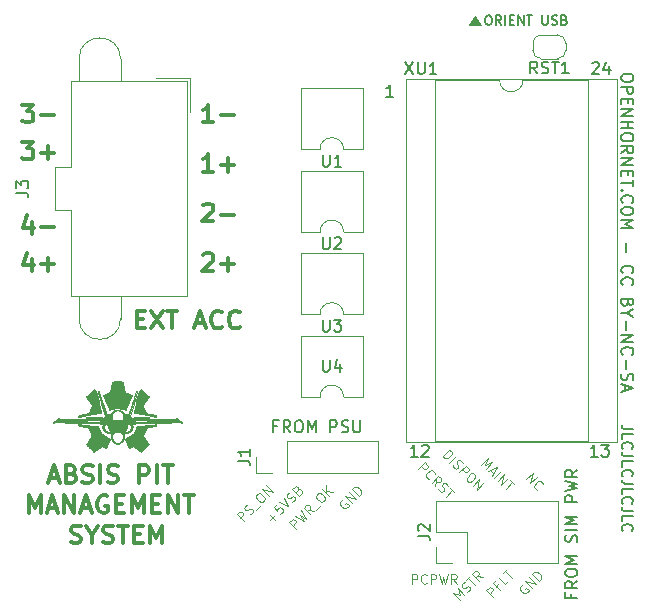
<source format=gbr>
G04 #@! TF.GenerationSoftware,KiCad,Pcbnew,(5.1.9)-1*
G04 #@! TF.CreationDate,2022-08-19T09:55:29-06:00*
G04 #@! TF.ProjectId,ABSIS_PMS,41425349-535f-4504-9d53-2e6b69636164,1*
G04 #@! TF.SameCoordinates,Original*
G04 #@! TF.FileFunction,Legend,Top*
G04 #@! TF.FilePolarity,Positive*
%FSLAX46Y46*%
G04 Gerber Fmt 4.6, Leading zero omitted, Abs format (unit mm)*
G04 Created by KiCad (PCBNEW (5.1.9)-1) date 2022-08-19 09:55:29*
%MOMM*%
%LPD*%
G01*
G04 APERTURE LIST*
%ADD10C,0.125000*%
%ADD11C,0.300000*%
%ADD12C,0.150000*%
%ADD13C,0.100000*%
%ADD14C,0.120000*%
%ADD15C,0.010000*%
G04 APERTURE END LIST*
D10*
X124502462Y-107349348D02*
X123936776Y-106783662D01*
X124152276Y-106568163D01*
X124233088Y-106541226D01*
X124286963Y-106541226D01*
X124367775Y-106568163D01*
X124448587Y-106648975D01*
X124475524Y-106729788D01*
X124475524Y-106783662D01*
X124448587Y-106864475D01*
X124233088Y-107079974D01*
X125014272Y-106783662D02*
X125122022Y-106729788D01*
X125256709Y-106595101D01*
X125283647Y-106514288D01*
X125283647Y-106460414D01*
X125256709Y-106379601D01*
X125202834Y-106325727D01*
X125122022Y-106298789D01*
X125068147Y-106298789D01*
X124987335Y-106325727D01*
X124852648Y-106406539D01*
X124771836Y-106433476D01*
X124717961Y-106433476D01*
X124637149Y-106406539D01*
X124583274Y-106352664D01*
X124556337Y-106271852D01*
X124556337Y-106217977D01*
X124583274Y-106137165D01*
X124717961Y-106002478D01*
X124825711Y-105948603D01*
X125526083Y-106433476D02*
X125957082Y-106002478D01*
X125579958Y-105140481D02*
X125687708Y-105032731D01*
X125768520Y-105005794D01*
X125876269Y-105005794D01*
X126010956Y-105086606D01*
X126199518Y-105275168D01*
X126280330Y-105409855D01*
X126280330Y-105517604D01*
X126253393Y-105598417D01*
X126145643Y-105706166D01*
X126064831Y-105733104D01*
X125957082Y-105733104D01*
X125822395Y-105652291D01*
X125633833Y-105463730D01*
X125553021Y-105329043D01*
X125553021Y-105221293D01*
X125579958Y-105140481D01*
X126630517Y-105221293D02*
X126064831Y-104655608D01*
X126953765Y-104898044D01*
X126388080Y-104332359D01*
X148413021Y-103824831D02*
X148978706Y-103259146D01*
X148736269Y-104148080D01*
X149301955Y-103582395D01*
X149382767Y-104686828D02*
X149328892Y-104686828D01*
X149221143Y-104632953D01*
X149167268Y-104579078D01*
X149113393Y-104471329D01*
X149113393Y-104363579D01*
X149140330Y-104282767D01*
X149221143Y-104148080D01*
X149301955Y-104067268D01*
X149436642Y-103986456D01*
X149517454Y-103959518D01*
X149625204Y-103959518D01*
X149732953Y-104013393D01*
X149786828Y-104067268D01*
X149840703Y-104175017D01*
X149840703Y-104228892D01*
X145603647Y-113753163D02*
X145037961Y-113187478D01*
X145253460Y-112971978D01*
X145334272Y-112945041D01*
X145388147Y-112945041D01*
X145468959Y-112971978D01*
X145549772Y-113052791D01*
X145576709Y-113133603D01*
X145576709Y-113187478D01*
X145549772Y-113268290D01*
X145334272Y-113483789D01*
X146061582Y-112702604D02*
X145873021Y-112891166D01*
X146169332Y-113187478D02*
X145603647Y-112621792D01*
X145873021Y-112352418D01*
X146923579Y-112433230D02*
X146654205Y-112702604D01*
X146088520Y-112136919D01*
X146465643Y-111759795D02*
X146788892Y-111436547D01*
X147192953Y-112163856D02*
X146627268Y-111598171D01*
X144606963Y-102558773D02*
X145172648Y-101993088D01*
X144957149Y-102585711D01*
X145549772Y-102370211D01*
X144984086Y-102935897D01*
X145388147Y-103016709D02*
X145657521Y-103286083D01*
X145172648Y-103124459D02*
X145926895Y-102747335D01*
X145549772Y-103501582D01*
X145738334Y-103690144D02*
X146304019Y-103124459D01*
X146007708Y-103959518D02*
X146573393Y-103393833D01*
X146330956Y-104282767D01*
X146896642Y-103717082D01*
X147085204Y-103905643D02*
X147408452Y-104228892D01*
X146681143Y-104632953D02*
X147246828Y-104067268D01*
X141366590Y-101858401D02*
X141932276Y-101292715D01*
X142066963Y-101427402D01*
X142120837Y-101535152D01*
X142120837Y-101642902D01*
X142093900Y-101723714D01*
X142013088Y-101858401D01*
X141932276Y-101939213D01*
X141797589Y-102020025D01*
X141716776Y-102046963D01*
X141609027Y-102046963D01*
X141501277Y-101993088D01*
X141366590Y-101858401D01*
X141932276Y-102424086D02*
X142497961Y-101858401D01*
X142201650Y-102639585D02*
X142255524Y-102747335D01*
X142390211Y-102882022D01*
X142471024Y-102908959D01*
X142524898Y-102908959D01*
X142605711Y-102882022D01*
X142659585Y-102828147D01*
X142686523Y-102747335D01*
X142686523Y-102693460D01*
X142659585Y-102612648D01*
X142578773Y-102477961D01*
X142551836Y-102397149D01*
X142551836Y-102343274D01*
X142578773Y-102262462D01*
X142632648Y-102208587D01*
X142713460Y-102181650D01*
X142767335Y-102181650D01*
X142848147Y-102208587D01*
X142982834Y-102343274D01*
X143036709Y-102451024D01*
X142740398Y-103232208D02*
X143306083Y-102666523D01*
X143521582Y-102882022D01*
X143548520Y-102962834D01*
X143548520Y-103016709D01*
X143521582Y-103097521D01*
X143440770Y-103178334D01*
X143359958Y-103205271D01*
X143306083Y-103205271D01*
X143225271Y-103178334D01*
X143009772Y-102962834D01*
X143979518Y-103339958D02*
X144087268Y-103447708D01*
X144114205Y-103528520D01*
X144114205Y-103636269D01*
X144033393Y-103770956D01*
X143844831Y-103959518D01*
X143710144Y-104040330D01*
X143602395Y-104040330D01*
X143521582Y-104013393D01*
X143413833Y-103905643D01*
X143386895Y-103824831D01*
X143386895Y-103717082D01*
X143467708Y-103582395D01*
X143656269Y-103393833D01*
X143790956Y-103313021D01*
X143898706Y-103313021D01*
X143979518Y-103339958D01*
X143898706Y-104390517D02*
X144464391Y-103824831D01*
X144221955Y-104713765D01*
X144787640Y-104148080D01*
X148116709Y-112702604D02*
X148035897Y-112729542D01*
X147955085Y-112810354D01*
X147901210Y-112918104D01*
X147901210Y-113025853D01*
X147928147Y-113106665D01*
X148008959Y-113241352D01*
X148089772Y-113322165D01*
X148224459Y-113402977D01*
X148305271Y-113429914D01*
X148413021Y-113429914D01*
X148520770Y-113376040D01*
X148574645Y-113322165D01*
X148628520Y-113214415D01*
X148628520Y-113160540D01*
X148439958Y-112971978D01*
X148332208Y-113079728D01*
X148924831Y-112971978D02*
X148359146Y-112406293D01*
X149248080Y-112648730D01*
X148682395Y-112083044D01*
X149517454Y-112379356D02*
X148951769Y-111813670D01*
X149086456Y-111678983D01*
X149194205Y-111625108D01*
X149301955Y-111625108D01*
X149382767Y-111652046D01*
X149517454Y-111732858D01*
X149598266Y-111813670D01*
X149679078Y-111948357D01*
X149706016Y-112029169D01*
X149706016Y-112136919D01*
X149652141Y-112244669D01*
X149517454Y-112379356D01*
X142821210Y-113995600D02*
X142255524Y-113429914D01*
X142848147Y-113645414D01*
X142632648Y-113052791D01*
X143198334Y-113618476D01*
X143413833Y-113349102D02*
X143521582Y-113295227D01*
X143656269Y-113160540D01*
X143683207Y-113079728D01*
X143683207Y-113025853D01*
X143656269Y-112945041D01*
X143602395Y-112891166D01*
X143521582Y-112864229D01*
X143467708Y-112864229D01*
X143386895Y-112891166D01*
X143252208Y-112971978D01*
X143171396Y-112998916D01*
X143117521Y-112998916D01*
X143036709Y-112971978D01*
X142982834Y-112918104D01*
X142955897Y-112837291D01*
X142955897Y-112783417D01*
X142982834Y-112702604D01*
X143117521Y-112567917D01*
X143225271Y-112514043D01*
X143359958Y-112325481D02*
X143683207Y-112002232D01*
X144087268Y-112729542D02*
X143521582Y-112163856D01*
X144760703Y-112056107D02*
X144302767Y-111975295D01*
X144437454Y-112379356D02*
X143871769Y-111813670D01*
X144087268Y-111598171D01*
X144168080Y-111571234D01*
X144221955Y-111571234D01*
X144302767Y-111598171D01*
X144383579Y-111678983D01*
X144410517Y-111759795D01*
X144410517Y-111813670D01*
X144383579Y-111894482D01*
X144168080Y-112109982D01*
X139284526Y-102951337D02*
X139850211Y-102385651D01*
X140065711Y-102601150D01*
X140092648Y-102681963D01*
X140092648Y-102735837D01*
X140065711Y-102816650D01*
X139984898Y-102897462D01*
X139904086Y-102924399D01*
X139850211Y-102924399D01*
X139769399Y-102897462D01*
X139553900Y-102681963D01*
X140227335Y-103786396D02*
X140173460Y-103786396D01*
X140065711Y-103732521D01*
X140011836Y-103678647D01*
X139957961Y-103570897D01*
X139957961Y-103463147D01*
X139984898Y-103382335D01*
X140065711Y-103247648D01*
X140146523Y-103166836D01*
X140281210Y-103086024D01*
X140362022Y-103059086D01*
X140469772Y-103059086D01*
X140577521Y-103112961D01*
X140631396Y-103166836D01*
X140685271Y-103274585D01*
X140685271Y-103328460D01*
X140739146Y-104405956D02*
X140819958Y-103948021D01*
X140415897Y-104082708D02*
X140981582Y-103517022D01*
X141197082Y-103732521D01*
X141224019Y-103813334D01*
X141224019Y-103867208D01*
X141197082Y-103948021D01*
X141116269Y-104028833D01*
X141035457Y-104055770D01*
X140981582Y-104055770D01*
X140900770Y-104028833D01*
X140685271Y-103813334D01*
X140981582Y-104594518D02*
X141035457Y-104702268D01*
X141170144Y-104836955D01*
X141250956Y-104863892D01*
X141304831Y-104863892D01*
X141385643Y-104836955D01*
X141439518Y-104783080D01*
X141466456Y-104702268D01*
X141466456Y-104648393D01*
X141439518Y-104567581D01*
X141358706Y-104432894D01*
X141331769Y-104352082D01*
X141331769Y-104298207D01*
X141358706Y-104217395D01*
X141412581Y-104163520D01*
X141493393Y-104136582D01*
X141547268Y-104136582D01*
X141628080Y-104163520D01*
X141762767Y-104298207D01*
X141816642Y-104405956D01*
X142005204Y-104540643D02*
X142328452Y-104863892D01*
X141601143Y-105267953D02*
X142166828Y-104702268D01*
D11*
X105776428Y-75228571D02*
X106705000Y-75228571D01*
X106205000Y-75800000D01*
X106419285Y-75800000D01*
X106562142Y-75871428D01*
X106633571Y-75942857D01*
X106705000Y-76085714D01*
X106705000Y-76442857D01*
X106633571Y-76585714D01*
X106562142Y-76657142D01*
X106419285Y-76728571D01*
X105990714Y-76728571D01*
X105847857Y-76657142D01*
X105776428Y-76585714D01*
X107347857Y-76157142D02*
X108490714Y-76157142D01*
X107919285Y-76728571D02*
X107919285Y-75585714D01*
X106562142Y-85178571D02*
X106562142Y-86178571D01*
X106205000Y-84607142D02*
X105847857Y-85678571D01*
X106776428Y-85678571D01*
X107347857Y-85607142D02*
X108490714Y-85607142D01*
X107919285Y-86178571D02*
X107919285Y-85035714D01*
X106562142Y-82028571D02*
X106562142Y-83028571D01*
X106205000Y-81457142D02*
X105847857Y-82528571D01*
X106776428Y-82528571D01*
X107347857Y-82457142D02*
X108490714Y-82457142D01*
X105776428Y-72078571D02*
X106705000Y-72078571D01*
X106205000Y-72650000D01*
X106419285Y-72650000D01*
X106562142Y-72721428D01*
X106633571Y-72792857D01*
X106705000Y-72935714D01*
X106705000Y-73292857D01*
X106633571Y-73435714D01*
X106562142Y-73507142D01*
X106419285Y-73578571D01*
X105990714Y-73578571D01*
X105847857Y-73507142D01*
X105776428Y-73435714D01*
X107347857Y-73007142D02*
X108490714Y-73007142D01*
X121087857Y-84821428D02*
X121159285Y-84750000D01*
X121302142Y-84678571D01*
X121659285Y-84678571D01*
X121802142Y-84750000D01*
X121873571Y-84821428D01*
X121945000Y-84964285D01*
X121945000Y-85107142D01*
X121873571Y-85321428D01*
X121016428Y-86178571D01*
X121945000Y-86178571D01*
X122587857Y-85607142D02*
X123730714Y-85607142D01*
X123159285Y-86178571D02*
X123159285Y-85035714D01*
X121087857Y-80621428D02*
X121159285Y-80550000D01*
X121302142Y-80478571D01*
X121659285Y-80478571D01*
X121802142Y-80550000D01*
X121873571Y-80621428D01*
X121945000Y-80764285D01*
X121945000Y-80907142D01*
X121873571Y-81121428D01*
X121016428Y-81978571D01*
X121945000Y-81978571D01*
X122587857Y-81407142D02*
X123730714Y-81407142D01*
X121945000Y-77778571D02*
X121087857Y-77778571D01*
X121516428Y-77778571D02*
X121516428Y-76278571D01*
X121373571Y-76492857D01*
X121230714Y-76635714D01*
X121087857Y-76707142D01*
X122587857Y-77207142D02*
X123730714Y-77207142D01*
X123159285Y-77778571D02*
X123159285Y-76635714D01*
D10*
X132876709Y-105517604D02*
X132795897Y-105544542D01*
X132715085Y-105625354D01*
X132661210Y-105733104D01*
X132661210Y-105840853D01*
X132688147Y-105921665D01*
X132768959Y-106056352D01*
X132849772Y-106137165D01*
X132984459Y-106217977D01*
X133065271Y-106244914D01*
X133173021Y-106244914D01*
X133280770Y-106191040D01*
X133334645Y-106137165D01*
X133388520Y-106029415D01*
X133388520Y-105975540D01*
X133199958Y-105786978D01*
X133092208Y-105894728D01*
X133684831Y-105786978D02*
X133119146Y-105221293D01*
X134008080Y-105463730D01*
X133442395Y-104898044D01*
X134277454Y-105194356D02*
X133711769Y-104628670D01*
X133846456Y-104493983D01*
X133954205Y-104440108D01*
X134061955Y-104440108D01*
X134142767Y-104467046D01*
X134277454Y-104547858D01*
X134358266Y-104628670D01*
X134439078Y-104763357D01*
X134466016Y-104844169D01*
X134466016Y-104951919D01*
X134412141Y-105059669D01*
X134277454Y-105194356D01*
X128935964Y-107995845D02*
X128370279Y-107430160D01*
X128585778Y-107214661D01*
X128666590Y-107187723D01*
X128720465Y-107187723D01*
X128801277Y-107214661D01*
X128882089Y-107295473D01*
X128909027Y-107376285D01*
X128909027Y-107430160D01*
X128882089Y-107510972D01*
X128666590Y-107726471D01*
X128882089Y-106918349D02*
X129582462Y-107349348D01*
X129286150Y-106837537D01*
X129797961Y-107133849D01*
X129366963Y-106433476D01*
X130471396Y-106460414D02*
X130013460Y-106379601D01*
X130148147Y-106783662D02*
X129582462Y-106217977D01*
X129797961Y-106002478D01*
X129878773Y-105975540D01*
X129932648Y-105975540D01*
X130013460Y-106002478D01*
X130094272Y-106083290D01*
X130121210Y-106164102D01*
X130121210Y-106217977D01*
X130094272Y-106298789D01*
X129878773Y-106514288D01*
X130633021Y-106406539D02*
X131064019Y-105975540D01*
X130686895Y-105113543D02*
X130794645Y-105005794D01*
X130875457Y-104978856D01*
X130983207Y-104978856D01*
X131117894Y-105059669D01*
X131306456Y-105248230D01*
X131387268Y-105382917D01*
X131387268Y-105490667D01*
X131360330Y-105571479D01*
X131252581Y-105679229D01*
X131171769Y-105706166D01*
X131064019Y-105706166D01*
X130929332Y-105625354D01*
X130740770Y-105436792D01*
X130659958Y-105302105D01*
X130659958Y-105194356D01*
X130686895Y-105113543D01*
X131737454Y-105194356D02*
X131171769Y-104628670D01*
X132060703Y-104871107D02*
X131495017Y-104790295D01*
X131495017Y-104305421D02*
X131495017Y-104951919D01*
X126719213Y-107241598D02*
X127150211Y-106810600D01*
X127150211Y-107241598D02*
X126719213Y-106810600D01*
X127338773Y-105921665D02*
X127069399Y-106191040D01*
X127311836Y-106487351D01*
X127311836Y-106433476D01*
X127338773Y-106352664D01*
X127473460Y-106217977D01*
X127554272Y-106191040D01*
X127608147Y-106191040D01*
X127688959Y-106217977D01*
X127823647Y-106352664D01*
X127850584Y-106433476D01*
X127850584Y-106487351D01*
X127823647Y-106568163D01*
X127688959Y-106702850D01*
X127608147Y-106729788D01*
X127554272Y-106729788D01*
X127527335Y-105733104D02*
X128281582Y-106110227D01*
X127904459Y-105355980D01*
X128604831Y-105733104D02*
X128712581Y-105679229D01*
X128847268Y-105544542D01*
X128874205Y-105463730D01*
X128874205Y-105409855D01*
X128847268Y-105329043D01*
X128793393Y-105275168D01*
X128712581Y-105248230D01*
X128658706Y-105248230D01*
X128577894Y-105275168D01*
X128443207Y-105355980D01*
X128362395Y-105382917D01*
X128308520Y-105382917D01*
X128227708Y-105355980D01*
X128173833Y-105302105D01*
X128146895Y-105221293D01*
X128146895Y-105167418D01*
X128173833Y-105086606D01*
X128308520Y-104951919D01*
X128416269Y-104898044D01*
X129089704Y-104709482D02*
X129197454Y-104655608D01*
X129251329Y-104655608D01*
X129332141Y-104682545D01*
X129412953Y-104763357D01*
X129439891Y-104844169D01*
X129439891Y-104898044D01*
X129412953Y-104978856D01*
X129197454Y-105194356D01*
X128631769Y-104628670D01*
X128820330Y-104440108D01*
X128901143Y-104413171D01*
X128955017Y-104413171D01*
X129035830Y-104440108D01*
X129089704Y-104493983D01*
X129116642Y-104574795D01*
X129116642Y-104628670D01*
X129089704Y-104709482D01*
X128901143Y-104898044D01*
D11*
X115456571Y-90245857D02*
X115956571Y-90245857D01*
X116170857Y-91031571D02*
X115456571Y-91031571D01*
X115456571Y-89531571D01*
X116170857Y-89531571D01*
X116670857Y-89531571D02*
X117670857Y-91031571D01*
X117670857Y-89531571D02*
X116670857Y-91031571D01*
X118028000Y-89531571D02*
X118885142Y-89531571D01*
X118456571Y-91031571D02*
X118456571Y-89531571D01*
X120456571Y-90603000D02*
X121170857Y-90603000D01*
X120313714Y-91031571D02*
X120813714Y-89531571D01*
X121313714Y-91031571D01*
X122670857Y-90888714D02*
X122599428Y-90960142D01*
X122385142Y-91031571D01*
X122242285Y-91031571D01*
X122028000Y-90960142D01*
X121885142Y-90817285D01*
X121813714Y-90674428D01*
X121742285Y-90388714D01*
X121742285Y-90174428D01*
X121813714Y-89888714D01*
X121885142Y-89745857D01*
X122028000Y-89603000D01*
X122242285Y-89531571D01*
X122385142Y-89531571D01*
X122599428Y-89603000D01*
X122670857Y-89674428D01*
X124170857Y-90888714D02*
X124099428Y-90960142D01*
X123885142Y-91031571D01*
X123742285Y-91031571D01*
X123528000Y-90960142D01*
X123385142Y-90817285D01*
X123313714Y-90674428D01*
X123242285Y-90388714D01*
X123242285Y-90174428D01*
X123313714Y-89888714D01*
X123385142Y-89745857D01*
X123528000Y-89603000D01*
X123742285Y-89531571D01*
X123885142Y-89531571D01*
X124099428Y-89603000D01*
X124170857Y-89674428D01*
X121945000Y-73578571D02*
X121087857Y-73578571D01*
X121516428Y-73578571D02*
X121516428Y-72078571D01*
X121373571Y-72292857D01*
X121230714Y-72435714D01*
X121087857Y-72507142D01*
X122587857Y-73007142D02*
X123730714Y-73007142D01*
D12*
X154012995Y-68584819D02*
X154060614Y-68537200D01*
X154155852Y-68489580D01*
X154393947Y-68489580D01*
X154489185Y-68537200D01*
X154536804Y-68584819D01*
X154584423Y-68680057D01*
X154584423Y-68775295D01*
X154536804Y-68918152D01*
X153965376Y-69489580D01*
X154584423Y-69489580D01*
X155441566Y-68822914D02*
X155441566Y-69489580D01*
X155203471Y-68441961D02*
X154965376Y-69156247D01*
X155584423Y-69156247D01*
X154469523Y-101882380D02*
X153898095Y-101882380D01*
X154183809Y-101882380D02*
X154183809Y-100882380D01*
X154088571Y-101025238D01*
X153993333Y-101120476D01*
X153898095Y-101168095D01*
X154802857Y-100882380D02*
X155421904Y-100882380D01*
X155088571Y-101263333D01*
X155231428Y-101263333D01*
X155326666Y-101310952D01*
X155374285Y-101358571D01*
X155421904Y-101453809D01*
X155421904Y-101691904D01*
X155374285Y-101787142D01*
X155326666Y-101834761D01*
X155231428Y-101882380D01*
X154945714Y-101882380D01*
X154850476Y-101834761D01*
X154802857Y-101787142D01*
X139229523Y-101882380D02*
X138658095Y-101882380D01*
X138943809Y-101882380D02*
X138943809Y-100882380D01*
X138848571Y-101025238D01*
X138753333Y-101120476D01*
X138658095Y-101168095D01*
X139610476Y-100977619D02*
X139658095Y-100930000D01*
X139753333Y-100882380D01*
X139991428Y-100882380D01*
X140086666Y-100930000D01*
X140134285Y-100977619D01*
X140181904Y-101072857D01*
X140181904Y-101168095D01*
X140134285Y-101310952D01*
X139562857Y-101882380D01*
X140181904Y-101882380D01*
X137165714Y-71402380D02*
X136594285Y-71402380D01*
X136880000Y-71402380D02*
X136880000Y-70402380D01*
X136784761Y-70545238D01*
X136689523Y-70640476D01*
X136594285Y-70688095D01*
X157438857Y-99558857D02*
X156796000Y-99558857D01*
X156667428Y-99516000D01*
X156581714Y-99430285D01*
X156538857Y-99301714D01*
X156538857Y-99216000D01*
X156538857Y-100416000D02*
X156538857Y-99987428D01*
X157438857Y-99987428D01*
X156624571Y-101230285D02*
X156581714Y-101187428D01*
X156538857Y-101058857D01*
X156538857Y-100973142D01*
X156581714Y-100844571D01*
X156667428Y-100758857D01*
X156753142Y-100716000D01*
X156924571Y-100673142D01*
X157053142Y-100673142D01*
X157224571Y-100716000D01*
X157310285Y-100758857D01*
X157396000Y-100844571D01*
X157438857Y-100973142D01*
X157438857Y-101058857D01*
X157396000Y-101187428D01*
X157353142Y-101230285D01*
X157438857Y-101873142D02*
X156796000Y-101873142D01*
X156667428Y-101830285D01*
X156581714Y-101744571D01*
X156538857Y-101616000D01*
X156538857Y-101530285D01*
X156538857Y-102730285D02*
X156538857Y-102301714D01*
X157438857Y-102301714D01*
X156624571Y-103544571D02*
X156581714Y-103501714D01*
X156538857Y-103373142D01*
X156538857Y-103287428D01*
X156581714Y-103158857D01*
X156667428Y-103073142D01*
X156753142Y-103030285D01*
X156924571Y-102987428D01*
X157053142Y-102987428D01*
X157224571Y-103030285D01*
X157310285Y-103073142D01*
X157396000Y-103158857D01*
X157438857Y-103287428D01*
X157438857Y-103373142D01*
X157396000Y-103501714D01*
X157353142Y-103544571D01*
X157438857Y-104187428D02*
X156796000Y-104187428D01*
X156667428Y-104144571D01*
X156581714Y-104058857D01*
X156538857Y-103930285D01*
X156538857Y-103844571D01*
X156538857Y-105044571D02*
X156538857Y-104616000D01*
X157438857Y-104616000D01*
X156624571Y-105858857D02*
X156581714Y-105816000D01*
X156538857Y-105687428D01*
X156538857Y-105601714D01*
X156581714Y-105473142D01*
X156667428Y-105387428D01*
X156753142Y-105344571D01*
X156924571Y-105301714D01*
X157053142Y-105301714D01*
X157224571Y-105344571D01*
X157310285Y-105387428D01*
X157396000Y-105473142D01*
X157438857Y-105601714D01*
X157438857Y-105687428D01*
X157396000Y-105816000D01*
X157353142Y-105858857D01*
X157438857Y-106501714D02*
X156796000Y-106501714D01*
X156667428Y-106458857D01*
X156581714Y-106373142D01*
X156538857Y-106244571D01*
X156538857Y-106158857D01*
X156538857Y-107358857D02*
X156538857Y-106930285D01*
X157438857Y-106930285D01*
X156624571Y-108173142D02*
X156581714Y-108130285D01*
X156538857Y-108001714D01*
X156538857Y-107916000D01*
X156581714Y-107787428D01*
X156667428Y-107701714D01*
X156753142Y-107658857D01*
X156924571Y-107616000D01*
X157053142Y-107616000D01*
X157224571Y-107658857D01*
X157310285Y-107701714D01*
X157396000Y-107787428D01*
X157438857Y-107916000D01*
X157438857Y-108001714D01*
X157396000Y-108130285D01*
X157353142Y-108173142D01*
D13*
G36*
X144614900Y-65354200D02*
G01*
X143614900Y-65354200D01*
X144114900Y-64604200D01*
X144614900Y-65354200D01*
G37*
X144614900Y-65354200D02*
X143614900Y-65354200D01*
X144114900Y-64604200D01*
X144614900Y-65354200D01*
D12*
X145153257Y-64535104D02*
X145305638Y-64535104D01*
X145381828Y-64573200D01*
X145458019Y-64649390D01*
X145496114Y-64801771D01*
X145496114Y-65068438D01*
X145458019Y-65220819D01*
X145381828Y-65297009D01*
X145305638Y-65335104D01*
X145153257Y-65335104D01*
X145077066Y-65297009D01*
X145000876Y-65220819D01*
X144962780Y-65068438D01*
X144962780Y-64801771D01*
X145000876Y-64649390D01*
X145077066Y-64573200D01*
X145153257Y-64535104D01*
X146296114Y-65335104D02*
X146029447Y-64954152D01*
X145838971Y-65335104D02*
X145838971Y-64535104D01*
X146143733Y-64535104D01*
X146219923Y-64573200D01*
X146258019Y-64611295D01*
X146296114Y-64687485D01*
X146296114Y-64801771D01*
X146258019Y-64877961D01*
X146219923Y-64916057D01*
X146143733Y-64954152D01*
X145838971Y-64954152D01*
X146638971Y-65335104D02*
X146638971Y-64535104D01*
X147019923Y-64916057D02*
X147286590Y-64916057D01*
X147400876Y-65335104D02*
X147019923Y-65335104D01*
X147019923Y-64535104D01*
X147400876Y-64535104D01*
X147743733Y-65335104D02*
X147743733Y-64535104D01*
X148200876Y-65335104D01*
X148200876Y-64535104D01*
X148467542Y-64535104D02*
X148924685Y-64535104D01*
X148696114Y-65335104D02*
X148696114Y-64535104D01*
X149800876Y-64535104D02*
X149800876Y-65182723D01*
X149838971Y-65258914D01*
X149877066Y-65297009D01*
X149953257Y-65335104D01*
X150105638Y-65335104D01*
X150181828Y-65297009D01*
X150219923Y-65258914D01*
X150258019Y-65182723D01*
X150258019Y-64535104D01*
X150600876Y-65297009D02*
X150715161Y-65335104D01*
X150905638Y-65335104D01*
X150981828Y-65297009D01*
X151019923Y-65258914D01*
X151058019Y-65182723D01*
X151058019Y-65106533D01*
X151019923Y-65030342D01*
X150981828Y-64992247D01*
X150905638Y-64954152D01*
X150753257Y-64916057D01*
X150677066Y-64877961D01*
X150638971Y-64839866D01*
X150600876Y-64763676D01*
X150600876Y-64687485D01*
X150638971Y-64611295D01*
X150677066Y-64573200D01*
X150753257Y-64535104D01*
X150943733Y-64535104D01*
X151058019Y-64573200D01*
X151667542Y-64916057D02*
X151781828Y-64954152D01*
X151819923Y-64992247D01*
X151858019Y-65068438D01*
X151858019Y-65182723D01*
X151819923Y-65258914D01*
X151781828Y-65297009D01*
X151705638Y-65335104D01*
X151400876Y-65335104D01*
X151400876Y-64535104D01*
X151667542Y-64535104D01*
X151743733Y-64573200D01*
X151781828Y-64611295D01*
X151819923Y-64687485D01*
X151819923Y-64763676D01*
X151781828Y-64839866D01*
X151743733Y-64877961D01*
X151667542Y-64916057D01*
X151400876Y-64916057D01*
X157493619Y-69721333D02*
X157493619Y-69911809D01*
X157446000Y-70007047D01*
X157350761Y-70102285D01*
X157160285Y-70149904D01*
X156826952Y-70149904D01*
X156636476Y-70102285D01*
X156541238Y-70007047D01*
X156493619Y-69911809D01*
X156493619Y-69721333D01*
X156541238Y-69626095D01*
X156636476Y-69530857D01*
X156826952Y-69483238D01*
X157160285Y-69483238D01*
X157350761Y-69530857D01*
X157446000Y-69626095D01*
X157493619Y-69721333D01*
X156493619Y-70578476D02*
X157493619Y-70578476D01*
X157493619Y-70959428D01*
X157446000Y-71054666D01*
X157398380Y-71102285D01*
X157303142Y-71149904D01*
X157160285Y-71149904D01*
X157065047Y-71102285D01*
X157017428Y-71054666D01*
X156969809Y-70959428D01*
X156969809Y-70578476D01*
X157017428Y-71578476D02*
X157017428Y-71911809D01*
X156493619Y-72054666D02*
X156493619Y-71578476D01*
X157493619Y-71578476D01*
X157493619Y-72054666D01*
X156493619Y-72483238D02*
X157493619Y-72483238D01*
X156493619Y-73054666D01*
X157493619Y-73054666D01*
X156493619Y-73530857D02*
X157493619Y-73530857D01*
X157017428Y-73530857D02*
X157017428Y-74102285D01*
X156493619Y-74102285D02*
X157493619Y-74102285D01*
X157493619Y-74768952D02*
X157493619Y-74959428D01*
X157446000Y-75054666D01*
X157350761Y-75149904D01*
X157160285Y-75197523D01*
X156826952Y-75197523D01*
X156636476Y-75149904D01*
X156541238Y-75054666D01*
X156493619Y-74959428D01*
X156493619Y-74768952D01*
X156541238Y-74673714D01*
X156636476Y-74578476D01*
X156826952Y-74530857D01*
X157160285Y-74530857D01*
X157350761Y-74578476D01*
X157446000Y-74673714D01*
X157493619Y-74768952D01*
X156493619Y-76197523D02*
X156969809Y-75864190D01*
X156493619Y-75626095D02*
X157493619Y-75626095D01*
X157493619Y-76007047D01*
X157446000Y-76102285D01*
X157398380Y-76149904D01*
X157303142Y-76197523D01*
X157160285Y-76197523D01*
X157065047Y-76149904D01*
X157017428Y-76102285D01*
X156969809Y-76007047D01*
X156969809Y-75626095D01*
X156493619Y-76626095D02*
X157493619Y-76626095D01*
X156493619Y-77197523D01*
X157493619Y-77197523D01*
X157017428Y-77673714D02*
X157017428Y-78007047D01*
X156493619Y-78149904D02*
X156493619Y-77673714D01*
X157493619Y-77673714D01*
X157493619Y-78149904D01*
X157493619Y-78435619D02*
X157493619Y-79007047D01*
X156493619Y-78721333D02*
X157493619Y-78721333D01*
X156588857Y-79340380D02*
X156541238Y-79388000D01*
X156493619Y-79340380D01*
X156541238Y-79292761D01*
X156588857Y-79340380D01*
X156493619Y-79340380D01*
X156588857Y-80388000D02*
X156541238Y-80340380D01*
X156493619Y-80197523D01*
X156493619Y-80102285D01*
X156541238Y-79959428D01*
X156636476Y-79864190D01*
X156731714Y-79816571D01*
X156922190Y-79768952D01*
X157065047Y-79768952D01*
X157255523Y-79816571D01*
X157350761Y-79864190D01*
X157446000Y-79959428D01*
X157493619Y-80102285D01*
X157493619Y-80197523D01*
X157446000Y-80340380D01*
X157398380Y-80388000D01*
X157493619Y-81007047D02*
X157493619Y-81197523D01*
X157446000Y-81292761D01*
X157350761Y-81388000D01*
X157160285Y-81435619D01*
X156826952Y-81435619D01*
X156636476Y-81388000D01*
X156541238Y-81292761D01*
X156493619Y-81197523D01*
X156493619Y-81007047D01*
X156541238Y-80911809D01*
X156636476Y-80816571D01*
X156826952Y-80768952D01*
X157160285Y-80768952D01*
X157350761Y-80816571D01*
X157446000Y-80911809D01*
X157493619Y-81007047D01*
X156493619Y-81864190D02*
X157493619Y-81864190D01*
X156779333Y-82197523D01*
X157493619Y-82530857D01*
X156493619Y-82530857D01*
X156874571Y-83768952D02*
X156874571Y-84530857D01*
X156588857Y-86340380D02*
X156541238Y-86292761D01*
X156493619Y-86149904D01*
X156493619Y-86054666D01*
X156541238Y-85911809D01*
X156636476Y-85816571D01*
X156731714Y-85768952D01*
X156922190Y-85721333D01*
X157065047Y-85721333D01*
X157255523Y-85768952D01*
X157350761Y-85816571D01*
X157446000Y-85911809D01*
X157493619Y-86054666D01*
X157493619Y-86149904D01*
X157446000Y-86292761D01*
X157398380Y-86340380D01*
X156588857Y-87340380D02*
X156541238Y-87292761D01*
X156493619Y-87149904D01*
X156493619Y-87054666D01*
X156541238Y-86911809D01*
X156636476Y-86816571D01*
X156731714Y-86768952D01*
X156922190Y-86721333D01*
X157065047Y-86721333D01*
X157255523Y-86768952D01*
X157350761Y-86816571D01*
X157446000Y-86911809D01*
X157493619Y-87054666D01*
X157493619Y-87149904D01*
X157446000Y-87292761D01*
X157398380Y-87340380D01*
X157017428Y-88864190D02*
X156969809Y-89007047D01*
X156922190Y-89054666D01*
X156826952Y-89102285D01*
X156684095Y-89102285D01*
X156588857Y-89054666D01*
X156541238Y-89007047D01*
X156493619Y-88911809D01*
X156493619Y-88530857D01*
X157493619Y-88530857D01*
X157493619Y-88864190D01*
X157446000Y-88959428D01*
X157398380Y-89007047D01*
X157303142Y-89054666D01*
X157207904Y-89054666D01*
X157112666Y-89007047D01*
X157065047Y-88959428D01*
X157017428Y-88864190D01*
X157017428Y-88530857D01*
X156969809Y-89721333D02*
X156493619Y-89721333D01*
X157493619Y-89388000D02*
X156969809Y-89721333D01*
X157493619Y-90054666D01*
X156874571Y-90388000D02*
X156874571Y-91149904D01*
X156493619Y-91626095D02*
X157493619Y-91626095D01*
X156493619Y-92197523D01*
X157493619Y-92197523D01*
X156588857Y-93245142D02*
X156541238Y-93197523D01*
X156493619Y-93054666D01*
X156493619Y-92959428D01*
X156541238Y-92816571D01*
X156636476Y-92721333D01*
X156731714Y-92673714D01*
X156922190Y-92626095D01*
X157065047Y-92626095D01*
X157255523Y-92673714D01*
X157350761Y-92721333D01*
X157446000Y-92816571D01*
X157493619Y-92959428D01*
X157493619Y-93054666D01*
X157446000Y-93197523D01*
X157398380Y-93245142D01*
X156874571Y-93673714D02*
X156874571Y-94435619D01*
X156541238Y-94864190D02*
X156493619Y-95007047D01*
X156493619Y-95245142D01*
X156541238Y-95340380D01*
X156588857Y-95388000D01*
X156684095Y-95435619D01*
X156779333Y-95435619D01*
X156874571Y-95388000D01*
X156922190Y-95340380D01*
X156969809Y-95245142D01*
X157017428Y-95054666D01*
X157065047Y-94959428D01*
X157112666Y-94911809D01*
X157207904Y-94864190D01*
X157303142Y-94864190D01*
X157398380Y-94911809D01*
X157446000Y-94959428D01*
X157493619Y-95054666D01*
X157493619Y-95292761D01*
X157446000Y-95435619D01*
X156779333Y-95816571D02*
X156779333Y-96292761D01*
X156493619Y-95721333D02*
X157493619Y-96054666D01*
X156493619Y-96388000D01*
D11*
X108069314Y-103696200D02*
X108783600Y-103696200D01*
X107926457Y-104124771D02*
X108426457Y-102624771D01*
X108926457Y-104124771D01*
X109926457Y-103339057D02*
X110140742Y-103410485D01*
X110212171Y-103481914D01*
X110283600Y-103624771D01*
X110283600Y-103839057D01*
X110212171Y-103981914D01*
X110140742Y-104053342D01*
X109997885Y-104124771D01*
X109426457Y-104124771D01*
X109426457Y-102624771D01*
X109926457Y-102624771D01*
X110069314Y-102696200D01*
X110140742Y-102767628D01*
X110212171Y-102910485D01*
X110212171Y-103053342D01*
X110140742Y-103196200D01*
X110069314Y-103267628D01*
X109926457Y-103339057D01*
X109426457Y-103339057D01*
X110855028Y-104053342D02*
X111069314Y-104124771D01*
X111426457Y-104124771D01*
X111569314Y-104053342D01*
X111640742Y-103981914D01*
X111712171Y-103839057D01*
X111712171Y-103696200D01*
X111640742Y-103553342D01*
X111569314Y-103481914D01*
X111426457Y-103410485D01*
X111140742Y-103339057D01*
X110997885Y-103267628D01*
X110926457Y-103196200D01*
X110855028Y-103053342D01*
X110855028Y-102910485D01*
X110926457Y-102767628D01*
X110997885Y-102696200D01*
X111140742Y-102624771D01*
X111497885Y-102624771D01*
X111712171Y-102696200D01*
X112355028Y-104124771D02*
X112355028Y-102624771D01*
X112997885Y-104053342D02*
X113212171Y-104124771D01*
X113569314Y-104124771D01*
X113712171Y-104053342D01*
X113783600Y-103981914D01*
X113855028Y-103839057D01*
X113855028Y-103696200D01*
X113783600Y-103553342D01*
X113712171Y-103481914D01*
X113569314Y-103410485D01*
X113283600Y-103339057D01*
X113140742Y-103267628D01*
X113069314Y-103196200D01*
X112997885Y-103053342D01*
X112997885Y-102910485D01*
X113069314Y-102767628D01*
X113140742Y-102696200D01*
X113283600Y-102624771D01*
X113640742Y-102624771D01*
X113855028Y-102696200D01*
X115640742Y-104124771D02*
X115640742Y-102624771D01*
X116212171Y-102624771D01*
X116355028Y-102696200D01*
X116426457Y-102767628D01*
X116497885Y-102910485D01*
X116497885Y-103124771D01*
X116426457Y-103267628D01*
X116355028Y-103339057D01*
X116212171Y-103410485D01*
X115640742Y-103410485D01*
X117140742Y-104124771D02*
X117140742Y-102624771D01*
X117640742Y-102624771D02*
X118497885Y-102624771D01*
X118069314Y-104124771D02*
X118069314Y-102624771D01*
X106319314Y-106674771D02*
X106319314Y-105174771D01*
X106819314Y-106246200D01*
X107319314Y-105174771D01*
X107319314Y-106674771D01*
X107962171Y-106246200D02*
X108676457Y-106246200D01*
X107819314Y-106674771D02*
X108319314Y-105174771D01*
X108819314Y-106674771D01*
X109319314Y-106674771D02*
X109319314Y-105174771D01*
X110176457Y-106674771D01*
X110176457Y-105174771D01*
X110819314Y-106246200D02*
X111533600Y-106246200D01*
X110676457Y-106674771D02*
X111176457Y-105174771D01*
X111676457Y-106674771D01*
X112962171Y-105246200D02*
X112819314Y-105174771D01*
X112605028Y-105174771D01*
X112390742Y-105246200D01*
X112247885Y-105389057D01*
X112176457Y-105531914D01*
X112105028Y-105817628D01*
X112105028Y-106031914D01*
X112176457Y-106317628D01*
X112247885Y-106460485D01*
X112390742Y-106603342D01*
X112605028Y-106674771D01*
X112747885Y-106674771D01*
X112962171Y-106603342D01*
X113033600Y-106531914D01*
X113033600Y-106031914D01*
X112747885Y-106031914D01*
X113676457Y-105889057D02*
X114176457Y-105889057D01*
X114390742Y-106674771D02*
X113676457Y-106674771D01*
X113676457Y-105174771D01*
X114390742Y-105174771D01*
X115033600Y-106674771D02*
X115033600Y-105174771D01*
X115533600Y-106246200D01*
X116033600Y-105174771D01*
X116033600Y-106674771D01*
X116747885Y-105889057D02*
X117247885Y-105889057D01*
X117462171Y-106674771D02*
X116747885Y-106674771D01*
X116747885Y-105174771D01*
X117462171Y-105174771D01*
X118105028Y-106674771D02*
X118105028Y-105174771D01*
X118962171Y-106674771D01*
X118962171Y-105174771D01*
X119462171Y-105174771D02*
X120319314Y-105174771D01*
X119890742Y-106674771D02*
X119890742Y-105174771D01*
X109890742Y-109153342D02*
X110105028Y-109224771D01*
X110462171Y-109224771D01*
X110605028Y-109153342D01*
X110676457Y-109081914D01*
X110747885Y-108939057D01*
X110747885Y-108796200D01*
X110676457Y-108653342D01*
X110605028Y-108581914D01*
X110462171Y-108510485D01*
X110176457Y-108439057D01*
X110033600Y-108367628D01*
X109962171Y-108296200D01*
X109890742Y-108153342D01*
X109890742Y-108010485D01*
X109962171Y-107867628D01*
X110033600Y-107796200D01*
X110176457Y-107724771D01*
X110533600Y-107724771D01*
X110747885Y-107796200D01*
X111676457Y-108510485D02*
X111676457Y-109224771D01*
X111176457Y-107724771D02*
X111676457Y-108510485D01*
X112176457Y-107724771D01*
X112605028Y-109153342D02*
X112819314Y-109224771D01*
X113176457Y-109224771D01*
X113319314Y-109153342D01*
X113390742Y-109081914D01*
X113462171Y-108939057D01*
X113462171Y-108796200D01*
X113390742Y-108653342D01*
X113319314Y-108581914D01*
X113176457Y-108510485D01*
X112890742Y-108439057D01*
X112747885Y-108367628D01*
X112676457Y-108296200D01*
X112605028Y-108153342D01*
X112605028Y-108010485D01*
X112676457Y-107867628D01*
X112747885Y-107796200D01*
X112890742Y-107724771D01*
X113247885Y-107724771D01*
X113462171Y-107796200D01*
X113890742Y-107724771D02*
X114747885Y-107724771D01*
X114319314Y-109224771D02*
X114319314Y-107724771D01*
X115247885Y-108439057D02*
X115747885Y-108439057D01*
X115962171Y-109224771D02*
X115247885Y-109224771D01*
X115247885Y-107724771D01*
X115962171Y-107724771D01*
X116605028Y-109224771D02*
X116605028Y-107724771D01*
X117105028Y-108796200D01*
X117605028Y-107724771D01*
X117605028Y-109224771D01*
D10*
X138759940Y-112631904D02*
X138759940Y-111831904D01*
X139064702Y-111831904D01*
X139140892Y-111870000D01*
X139178988Y-111908095D01*
X139217083Y-111984285D01*
X139217083Y-112098571D01*
X139178988Y-112174761D01*
X139140892Y-112212857D01*
X139064702Y-112250952D01*
X138759940Y-112250952D01*
X140017083Y-112555714D02*
X139978988Y-112593809D01*
X139864702Y-112631904D01*
X139788511Y-112631904D01*
X139674226Y-112593809D01*
X139598035Y-112517619D01*
X139559940Y-112441428D01*
X139521845Y-112289047D01*
X139521845Y-112174761D01*
X139559940Y-112022380D01*
X139598035Y-111946190D01*
X139674226Y-111870000D01*
X139788511Y-111831904D01*
X139864702Y-111831904D01*
X139978988Y-111870000D01*
X140017083Y-111908095D01*
X140359940Y-112631904D02*
X140359940Y-111831904D01*
X140664702Y-111831904D01*
X140740892Y-111870000D01*
X140778988Y-111908095D01*
X140817083Y-111984285D01*
X140817083Y-112098571D01*
X140778988Y-112174761D01*
X140740892Y-112212857D01*
X140664702Y-112250952D01*
X140359940Y-112250952D01*
X141083750Y-111831904D02*
X141274226Y-112631904D01*
X141426607Y-112060476D01*
X141578988Y-112631904D01*
X141769464Y-111831904D01*
X142531369Y-112631904D02*
X142264702Y-112250952D01*
X142074226Y-112631904D02*
X142074226Y-111831904D01*
X142378988Y-111831904D01*
X142455178Y-111870000D01*
X142493273Y-111908095D01*
X142531369Y-111984285D01*
X142531369Y-112098571D01*
X142493273Y-112174761D01*
X142455178Y-112212857D01*
X142378988Y-112250952D01*
X142074226Y-112250952D01*
D14*
X119965000Y-69850000D02*
X117115000Y-69850000D01*
X119965000Y-72700000D02*
X119965000Y-69850000D01*
X108505000Y-81010000D02*
X108505000Y-79200000D01*
X109905000Y-81010000D02*
X108505000Y-81010000D01*
X109905000Y-88310000D02*
X109905000Y-81010000D01*
X119725000Y-88310000D02*
X109905000Y-88310000D01*
X119725000Y-79200000D02*
X119725000Y-88310000D01*
X108505000Y-77390000D02*
X108505000Y-79200000D01*
X109905000Y-77390000D02*
X108505000Y-77390000D01*
X109905000Y-70090000D02*
X109905000Y-77390000D01*
X119725000Y-70090000D02*
X109905000Y-70090000D01*
X119725000Y-79200000D02*
X119725000Y-70090000D01*
X110565000Y-90200000D02*
X110565000Y-88310000D01*
X114085000Y-90200000D02*
X114085000Y-88310000D01*
X110565000Y-68200000D02*
X110565000Y-70090000D01*
X114085000Y-68200000D02*
X114085000Y-70090000D01*
X110565000Y-90200000D02*
G75*
G03*
X114085000Y-90200000I1760000J0D01*
G01*
X114085000Y-68200000D02*
G75*
G03*
X110565000Y-68200000I-1760000J0D01*
G01*
D15*
G36*
X110535530Y-99148369D02*
G01*
X110548343Y-99149738D01*
X110568574Y-99151953D01*
X110595726Y-99154955D01*
X110629303Y-99158689D01*
X110668806Y-99163099D01*
X110713740Y-99168129D01*
X110763607Y-99173722D01*
X110817909Y-99179822D01*
X110876151Y-99186373D01*
X110937834Y-99193318D01*
X111002462Y-99200602D01*
X111069538Y-99208168D01*
X111138565Y-99215960D01*
X111209045Y-99223921D01*
X111280481Y-99231996D01*
X111352378Y-99240128D01*
X111424236Y-99248261D01*
X111495560Y-99256339D01*
X111565852Y-99264305D01*
X111634616Y-99272104D01*
X111701353Y-99279678D01*
X111765568Y-99286973D01*
X111826763Y-99293931D01*
X111884441Y-99300496D01*
X111938105Y-99306613D01*
X111987258Y-99312224D01*
X112031402Y-99317274D01*
X112070042Y-99321706D01*
X112102679Y-99325465D01*
X112128816Y-99328493D01*
X112147958Y-99330736D01*
X112159606Y-99332135D01*
X112162662Y-99332529D01*
X112174223Y-99334987D01*
X112180011Y-99339350D01*
X112182600Y-99346958D01*
X112184847Y-99353371D01*
X112190238Y-99366598D01*
X112198380Y-99385763D01*
X112208878Y-99409990D01*
X112221338Y-99438400D01*
X112235366Y-99470117D01*
X112250568Y-99504265D01*
X112266550Y-99539966D01*
X112282917Y-99576344D01*
X112299275Y-99612521D01*
X112315229Y-99647622D01*
X112330387Y-99680768D01*
X112344353Y-99711083D01*
X112356733Y-99737690D01*
X112367133Y-99759713D01*
X112375159Y-99776274D01*
X112379093Y-99784032D01*
X112399964Y-99819367D01*
X112426579Y-99857531D01*
X112457501Y-99896870D01*
X112491290Y-99935730D01*
X112526507Y-99972459D01*
X112561715Y-100005402D01*
X112595474Y-100032908D01*
X112595967Y-100033274D01*
X112603585Y-100038346D01*
X112617806Y-100047233D01*
X112637907Y-100059508D01*
X112663162Y-100074745D01*
X112692846Y-100092519D01*
X112726235Y-100112404D01*
X112762603Y-100133975D01*
X112801226Y-100156805D01*
X112841379Y-100180469D01*
X112882337Y-100204541D01*
X112923376Y-100228596D01*
X112963770Y-100252208D01*
X113002794Y-100274950D01*
X113039725Y-100296398D01*
X113073836Y-100316125D01*
X113104404Y-100333706D01*
X113130702Y-100348715D01*
X113152008Y-100360726D01*
X113167594Y-100369314D01*
X113172873Y-100372117D01*
X113191741Y-100381916D01*
X113031452Y-100769266D01*
X113002994Y-100837894D01*
X112976880Y-100900569D01*
X112953199Y-100957089D01*
X112932038Y-101007248D01*
X112913484Y-101050842D01*
X112897626Y-101087667D01*
X112884550Y-101117520D01*
X112874345Y-101140195D01*
X112867098Y-101155489D01*
X112862895Y-101163197D01*
X112862213Y-101164025D01*
X112851333Y-101169742D01*
X112842404Y-101171433D01*
X112836376Y-101169486D01*
X112823760Y-101163929D01*
X112805412Y-101155187D01*
X112782187Y-101143686D01*
X112754942Y-101129852D01*
X112724531Y-101114110D01*
X112691809Y-101096887D01*
X112680743Y-101091000D01*
X112641506Y-101070125D01*
X112608948Y-101052982D01*
X112582310Y-101039261D01*
X112560832Y-101028648D01*
X112543754Y-101020833D01*
X112530316Y-101015506D01*
X112519760Y-101012354D01*
X112511324Y-101011066D01*
X112504250Y-101011331D01*
X112497778Y-101012839D01*
X112493584Y-101014318D01*
X112488740Y-101017214D01*
X112477423Y-101024571D01*
X112460135Y-101036051D01*
X112437376Y-101051313D01*
X112409648Y-101070019D01*
X112377451Y-101091828D01*
X112341287Y-101116401D01*
X112301656Y-101143399D01*
X112259060Y-101172482D01*
X112214000Y-101203310D01*
X112166977Y-101235545D01*
X112156234Y-101242918D01*
X112100078Y-101281463D01*
X112050468Y-101315485D01*
X112006966Y-101345250D01*
X111969136Y-101371021D01*
X111936541Y-101393066D01*
X111908743Y-101411648D01*
X111885306Y-101427033D01*
X111865793Y-101439486D01*
X111849766Y-101449273D01*
X111836790Y-101456658D01*
X111826426Y-101461908D01*
X111818237Y-101465286D01*
X111811788Y-101467059D01*
X111806640Y-101467491D01*
X111802357Y-101466848D01*
X111798502Y-101465395D01*
X111794637Y-101463397D01*
X111793750Y-101462915D01*
X111789211Y-101459098D01*
X111779217Y-101449764D01*
X111764268Y-101435412D01*
X111744862Y-101416540D01*
X111721496Y-101393647D01*
X111694670Y-101367231D01*
X111664881Y-101337790D01*
X111632628Y-101305822D01*
X111598410Y-101271827D01*
X111562725Y-101236301D01*
X111526070Y-101199744D01*
X111488945Y-101162653D01*
X111451847Y-101125528D01*
X111415276Y-101088865D01*
X111379729Y-101053165D01*
X111345705Y-101018924D01*
X111313701Y-100986642D01*
X111284218Y-100956816D01*
X111257752Y-100929945D01*
X111234802Y-100906527D01*
X111215866Y-100887060D01*
X111201444Y-100872044D01*
X111192032Y-100861975D01*
X111188130Y-100857353D01*
X111188111Y-100857318D01*
X111183935Y-100848069D01*
X111182126Y-100839154D01*
X111183115Y-100829403D01*
X111187339Y-100817645D01*
X111195231Y-100802709D01*
X111207226Y-100783425D01*
X111223757Y-100758622D01*
X111225880Y-100755493D01*
X111235517Y-100741348D01*
X111249455Y-100720945D01*
X111267201Y-100695007D01*
X111288260Y-100664255D01*
X111312139Y-100629408D01*
X111338344Y-100591187D01*
X111366379Y-100550315D01*
X111395752Y-100507511D01*
X111425967Y-100463496D01*
X111452921Y-100424250D01*
X111482302Y-100381409D01*
X111510376Y-100340344D01*
X111536758Y-100301627D01*
X111561064Y-100265826D01*
X111582910Y-100233512D01*
X111601911Y-100205256D01*
X111617683Y-100181627D01*
X111629841Y-100163195D01*
X111638001Y-100150531D01*
X111641779Y-100144205D01*
X111641907Y-100143927D01*
X111646009Y-100130836D01*
X111647700Y-100118647D01*
X111646136Y-100112539D01*
X111641636Y-100099325D01*
X111634491Y-100079730D01*
X111624990Y-100054475D01*
X111613423Y-100024284D01*
X111600081Y-99989879D01*
X111585254Y-99951983D01*
X111569230Y-99911320D01*
X111552301Y-99868612D01*
X111534756Y-99824582D01*
X111516885Y-99779953D01*
X111498979Y-99735449D01*
X111481326Y-99691791D01*
X111464218Y-99649703D01*
X111447944Y-99609909D01*
X111432793Y-99573130D01*
X111419057Y-99540090D01*
X111407024Y-99511511D01*
X111396986Y-99488117D01*
X111389231Y-99470631D01*
X111384050Y-99459775D01*
X111382139Y-99456543D01*
X111373378Y-99447295D01*
X111365543Y-99440843D01*
X111364588Y-99440278D01*
X111359503Y-99438985D01*
X111346672Y-99436269D01*
X111326675Y-99432242D01*
X111300094Y-99427014D01*
X111267507Y-99420697D01*
X111229497Y-99413403D01*
X111186643Y-99405242D01*
X111139525Y-99396326D01*
X111088725Y-99386765D01*
X111034822Y-99376672D01*
X110978397Y-99366157D01*
X110955469Y-99361898D01*
X110882195Y-99348262D01*
X110816965Y-99336041D01*
X110759486Y-99325176D01*
X110709466Y-99315608D01*
X110666611Y-99307279D01*
X110630628Y-99300131D01*
X110601225Y-99294105D01*
X110578107Y-99289142D01*
X110560982Y-99285185D01*
X110549557Y-99282175D01*
X110543538Y-99280054D01*
X110542800Y-99279624D01*
X110534500Y-99272521D01*
X110528667Y-99264163D01*
X110524887Y-99252982D01*
X110522746Y-99237412D01*
X110521830Y-99215886D01*
X110521696Y-99199758D01*
X110521737Y-99178080D01*
X110522083Y-99163474D01*
X110522974Y-99154547D01*
X110524649Y-99149906D01*
X110527350Y-99148155D01*
X110530633Y-99147899D01*
X110535530Y-99148369D01*
G37*
X110535530Y-99148369D02*
X110548343Y-99149738D01*
X110568574Y-99151953D01*
X110595726Y-99154955D01*
X110629303Y-99158689D01*
X110668806Y-99163099D01*
X110713740Y-99168129D01*
X110763607Y-99173722D01*
X110817909Y-99179822D01*
X110876151Y-99186373D01*
X110937834Y-99193318D01*
X111002462Y-99200602D01*
X111069538Y-99208168D01*
X111138565Y-99215960D01*
X111209045Y-99223921D01*
X111280481Y-99231996D01*
X111352378Y-99240128D01*
X111424236Y-99248261D01*
X111495560Y-99256339D01*
X111565852Y-99264305D01*
X111634616Y-99272104D01*
X111701353Y-99279678D01*
X111765568Y-99286973D01*
X111826763Y-99293931D01*
X111884441Y-99300496D01*
X111938105Y-99306613D01*
X111987258Y-99312224D01*
X112031402Y-99317274D01*
X112070042Y-99321706D01*
X112102679Y-99325465D01*
X112128816Y-99328493D01*
X112147958Y-99330736D01*
X112159606Y-99332135D01*
X112162662Y-99332529D01*
X112174223Y-99334987D01*
X112180011Y-99339350D01*
X112182600Y-99346958D01*
X112184847Y-99353371D01*
X112190238Y-99366598D01*
X112198380Y-99385763D01*
X112208878Y-99409990D01*
X112221338Y-99438400D01*
X112235366Y-99470117D01*
X112250568Y-99504265D01*
X112266550Y-99539966D01*
X112282917Y-99576344D01*
X112299275Y-99612521D01*
X112315229Y-99647622D01*
X112330387Y-99680768D01*
X112344353Y-99711083D01*
X112356733Y-99737690D01*
X112367133Y-99759713D01*
X112375159Y-99776274D01*
X112379093Y-99784032D01*
X112399964Y-99819367D01*
X112426579Y-99857531D01*
X112457501Y-99896870D01*
X112491290Y-99935730D01*
X112526507Y-99972459D01*
X112561715Y-100005402D01*
X112595474Y-100032908D01*
X112595967Y-100033274D01*
X112603585Y-100038346D01*
X112617806Y-100047233D01*
X112637907Y-100059508D01*
X112663162Y-100074745D01*
X112692846Y-100092519D01*
X112726235Y-100112404D01*
X112762603Y-100133975D01*
X112801226Y-100156805D01*
X112841379Y-100180469D01*
X112882337Y-100204541D01*
X112923376Y-100228596D01*
X112963770Y-100252208D01*
X113002794Y-100274950D01*
X113039725Y-100296398D01*
X113073836Y-100316125D01*
X113104404Y-100333706D01*
X113130702Y-100348715D01*
X113152008Y-100360726D01*
X113167594Y-100369314D01*
X113172873Y-100372117D01*
X113191741Y-100381916D01*
X113031452Y-100769266D01*
X113002994Y-100837894D01*
X112976880Y-100900569D01*
X112953199Y-100957089D01*
X112932038Y-101007248D01*
X112913484Y-101050842D01*
X112897626Y-101087667D01*
X112884550Y-101117520D01*
X112874345Y-101140195D01*
X112867098Y-101155489D01*
X112862895Y-101163197D01*
X112862213Y-101164025D01*
X112851333Y-101169742D01*
X112842404Y-101171433D01*
X112836376Y-101169486D01*
X112823760Y-101163929D01*
X112805412Y-101155187D01*
X112782187Y-101143686D01*
X112754942Y-101129852D01*
X112724531Y-101114110D01*
X112691809Y-101096887D01*
X112680743Y-101091000D01*
X112641506Y-101070125D01*
X112608948Y-101052982D01*
X112582310Y-101039261D01*
X112560832Y-101028648D01*
X112543754Y-101020833D01*
X112530316Y-101015506D01*
X112519760Y-101012354D01*
X112511324Y-101011066D01*
X112504250Y-101011331D01*
X112497778Y-101012839D01*
X112493584Y-101014318D01*
X112488740Y-101017214D01*
X112477423Y-101024571D01*
X112460135Y-101036051D01*
X112437376Y-101051313D01*
X112409648Y-101070019D01*
X112377451Y-101091828D01*
X112341287Y-101116401D01*
X112301656Y-101143399D01*
X112259060Y-101172482D01*
X112214000Y-101203310D01*
X112166977Y-101235545D01*
X112156234Y-101242918D01*
X112100078Y-101281463D01*
X112050468Y-101315485D01*
X112006966Y-101345250D01*
X111969136Y-101371021D01*
X111936541Y-101393066D01*
X111908743Y-101411648D01*
X111885306Y-101427033D01*
X111865793Y-101439486D01*
X111849766Y-101449273D01*
X111836790Y-101456658D01*
X111826426Y-101461908D01*
X111818237Y-101465286D01*
X111811788Y-101467059D01*
X111806640Y-101467491D01*
X111802357Y-101466848D01*
X111798502Y-101465395D01*
X111794637Y-101463397D01*
X111793750Y-101462915D01*
X111789211Y-101459098D01*
X111779217Y-101449764D01*
X111764268Y-101435412D01*
X111744862Y-101416540D01*
X111721496Y-101393647D01*
X111694670Y-101367231D01*
X111664881Y-101337790D01*
X111632628Y-101305822D01*
X111598410Y-101271827D01*
X111562725Y-101236301D01*
X111526070Y-101199744D01*
X111488945Y-101162653D01*
X111451847Y-101125528D01*
X111415276Y-101088865D01*
X111379729Y-101053165D01*
X111345705Y-101018924D01*
X111313701Y-100986642D01*
X111284218Y-100956816D01*
X111257752Y-100929945D01*
X111234802Y-100906527D01*
X111215866Y-100887060D01*
X111201444Y-100872044D01*
X111192032Y-100861975D01*
X111188130Y-100857353D01*
X111188111Y-100857318D01*
X111183935Y-100848069D01*
X111182126Y-100839154D01*
X111183115Y-100829403D01*
X111187339Y-100817645D01*
X111195231Y-100802709D01*
X111207226Y-100783425D01*
X111223757Y-100758622D01*
X111225880Y-100755493D01*
X111235517Y-100741348D01*
X111249455Y-100720945D01*
X111267201Y-100695007D01*
X111288260Y-100664255D01*
X111312139Y-100629408D01*
X111338344Y-100591187D01*
X111366379Y-100550315D01*
X111395752Y-100507511D01*
X111425967Y-100463496D01*
X111452921Y-100424250D01*
X111482302Y-100381409D01*
X111510376Y-100340344D01*
X111536758Y-100301627D01*
X111561064Y-100265826D01*
X111582910Y-100233512D01*
X111601911Y-100205256D01*
X111617683Y-100181627D01*
X111629841Y-100163195D01*
X111638001Y-100150531D01*
X111641779Y-100144205D01*
X111641907Y-100143927D01*
X111646009Y-100130836D01*
X111647700Y-100118647D01*
X111646136Y-100112539D01*
X111641636Y-100099325D01*
X111634491Y-100079730D01*
X111624990Y-100054475D01*
X111613423Y-100024284D01*
X111600081Y-99989879D01*
X111585254Y-99951983D01*
X111569230Y-99911320D01*
X111552301Y-99868612D01*
X111534756Y-99824582D01*
X111516885Y-99779953D01*
X111498979Y-99735449D01*
X111481326Y-99691791D01*
X111464218Y-99649703D01*
X111447944Y-99609909D01*
X111432793Y-99573130D01*
X111419057Y-99540090D01*
X111407024Y-99511511D01*
X111396986Y-99488117D01*
X111389231Y-99470631D01*
X111384050Y-99459775D01*
X111382139Y-99456543D01*
X111373378Y-99447295D01*
X111365543Y-99440843D01*
X111364588Y-99440278D01*
X111359503Y-99438985D01*
X111346672Y-99436269D01*
X111326675Y-99432242D01*
X111300094Y-99427014D01*
X111267507Y-99420697D01*
X111229497Y-99413403D01*
X111186643Y-99405242D01*
X111139525Y-99396326D01*
X111088725Y-99386765D01*
X111034822Y-99376672D01*
X110978397Y-99366157D01*
X110955469Y-99361898D01*
X110882195Y-99348262D01*
X110816965Y-99336041D01*
X110759486Y-99325176D01*
X110709466Y-99315608D01*
X110666611Y-99307279D01*
X110630628Y-99300131D01*
X110601225Y-99294105D01*
X110578107Y-99289142D01*
X110560982Y-99285185D01*
X110549557Y-99282175D01*
X110543538Y-99280054D01*
X110542800Y-99279624D01*
X110534500Y-99272521D01*
X110528667Y-99264163D01*
X110524887Y-99252982D01*
X110522746Y-99237412D01*
X110521830Y-99215886D01*
X110521696Y-99199758D01*
X110521737Y-99178080D01*
X110522083Y-99163474D01*
X110522974Y-99154547D01*
X110524649Y-99149906D01*
X110527350Y-99148155D01*
X110530633Y-99147899D01*
X110535530Y-99148369D01*
G36*
X117115697Y-99148171D02*
G01*
X117118533Y-99149946D01*
X117120227Y-99154663D01*
X117121074Y-99163761D01*
X117121367Y-99178681D01*
X117121400Y-99196719D01*
X117120704Y-99225359D01*
X117118399Y-99246879D01*
X117114159Y-99262526D01*
X117107658Y-99273549D01*
X117099529Y-99280598D01*
X117093940Y-99282312D01*
X117080550Y-99285440D01*
X117059888Y-99289876D01*
X117032481Y-99295518D01*
X116998859Y-99302261D01*
X116959550Y-99310002D01*
X116915083Y-99318635D01*
X116865986Y-99328058D01*
X116812787Y-99338167D01*
X116756015Y-99348857D01*
X116696200Y-99360024D01*
X116687868Y-99361572D01*
X116630635Y-99372226D01*
X116575699Y-99382499D01*
X116523641Y-99392282D01*
X116475040Y-99401462D01*
X116430477Y-99409929D01*
X116390531Y-99417571D01*
X116355783Y-99424277D01*
X116326813Y-99429936D01*
X116304201Y-99434438D01*
X116288527Y-99437670D01*
X116280372Y-99439521D01*
X116279351Y-99439847D01*
X116275061Y-99442475D01*
X116270854Y-99445911D01*
X116266498Y-99450667D01*
X116261762Y-99457252D01*
X116256416Y-99466177D01*
X116250227Y-99477953D01*
X116242966Y-99493091D01*
X116234401Y-99512100D01*
X116224301Y-99535491D01*
X116212435Y-99563776D01*
X116198572Y-99597464D01*
X116182481Y-99637066D01*
X116163931Y-99683093D01*
X116142692Y-99736055D01*
X116122678Y-99786087D01*
X116096410Y-99851965D01*
X116073334Y-99910199D01*
X116053382Y-99960961D01*
X116036490Y-100004423D01*
X116022593Y-100040756D01*
X116011625Y-100070131D01*
X116003521Y-100092722D01*
X115998216Y-100108698D01*
X115995643Y-100118233D01*
X115995360Y-100120520D01*
X115997076Y-100134719D01*
X116001201Y-100147513D01*
X116001500Y-100148104D01*
X116004764Y-100153280D01*
X116012469Y-100164912D01*
X116024262Y-100182479D01*
X116039789Y-100205463D01*
X116058694Y-100233340D01*
X116080625Y-100265591D01*
X116105228Y-100301695D01*
X116132147Y-100341131D01*
X116161029Y-100383379D01*
X116191520Y-100427917D01*
X116220257Y-100469838D01*
X116252099Y-100516261D01*
X116282811Y-100561040D01*
X116312023Y-100603632D01*
X116339363Y-100643498D01*
X116364460Y-100680096D01*
X116386945Y-100712886D01*
X116406445Y-100741327D01*
X116422591Y-100764878D01*
X116435010Y-100782999D01*
X116443334Y-100795148D01*
X116446950Y-100800433D01*
X116457567Y-100819765D01*
X116461000Y-100836384D01*
X116460802Y-100839063D01*
X116459981Y-100842084D01*
X116458196Y-100845803D01*
X116455108Y-100850578D01*
X116450375Y-100856765D01*
X116443659Y-100864723D01*
X116434618Y-100874807D01*
X116422913Y-100887376D01*
X116408202Y-100902787D01*
X116390147Y-100921396D01*
X116368406Y-100943562D01*
X116342639Y-100969641D01*
X116312507Y-100999990D01*
X116277668Y-101034967D01*
X116237783Y-101074930D01*
X116192511Y-101120234D01*
X116152993Y-101159759D01*
X116102098Y-101210715D01*
X116056882Y-101256051D01*
X116016962Y-101296059D01*
X115981954Y-101331030D01*
X115951476Y-101361253D01*
X115925143Y-101387021D01*
X115902573Y-101408623D01*
X115883382Y-101426351D01*
X115867186Y-101440496D01*
X115853604Y-101451348D01*
X115842250Y-101459198D01*
X115832741Y-101464337D01*
X115824695Y-101467055D01*
X115817728Y-101467645D01*
X115811457Y-101466396D01*
X115805498Y-101463599D01*
X115799467Y-101459545D01*
X115792983Y-101454525D01*
X115785660Y-101448830D01*
X115778627Y-101443768D01*
X115769738Y-101437690D01*
X115754460Y-101427227D01*
X115733382Y-101412782D01*
X115707097Y-101394763D01*
X115676194Y-101373573D01*
X115641265Y-101349618D01*
X115602900Y-101323304D01*
X115561691Y-101295035D01*
X115518227Y-101265216D01*
X115473101Y-101234254D01*
X115447351Y-101216584D01*
X115394605Y-101180408D01*
X115348363Y-101148745D01*
X115308166Y-101121296D01*
X115273552Y-101097761D01*
X115244060Y-101077841D01*
X115219231Y-101061237D01*
X115198602Y-101047649D01*
X115181713Y-101036778D01*
X115168103Y-101028326D01*
X115157311Y-101021991D01*
X115148877Y-101017475D01*
X115142339Y-101014479D01*
X115137237Y-101012704D01*
X115133110Y-101011849D01*
X115131968Y-101011725D01*
X115126808Y-101011495D01*
X115121368Y-101011955D01*
X115114881Y-101013461D01*
X115106579Y-101016370D01*
X115095698Y-101021035D01*
X115081469Y-101027814D01*
X115063125Y-101037062D01*
X115039900Y-101049133D01*
X115011028Y-101064384D01*
X114975741Y-101083171D01*
X114961554Y-101090743D01*
X114920206Y-101112654D01*
X114884219Y-101131379D01*
X114853958Y-101146741D01*
X114829784Y-101158560D01*
X114812060Y-101166657D01*
X114801147Y-101170852D01*
X114798250Y-101171433D01*
X114785090Y-101167816D01*
X114777423Y-101161908D01*
X114774806Y-101156937D01*
X114769194Y-101144683D01*
X114760816Y-101125692D01*
X114749901Y-101100510D01*
X114736677Y-101069683D01*
X114721375Y-101033756D01*
X114704222Y-100993275D01*
X114685449Y-100948787D01*
X114665283Y-100900836D01*
X114643955Y-100849968D01*
X114621693Y-100796731D01*
X114598727Y-100741668D01*
X114575285Y-100685327D01*
X114551596Y-100628252D01*
X114527890Y-100570990D01*
X114504396Y-100514087D01*
X114481342Y-100458088D01*
X114458958Y-100403539D01*
X114451563Y-100385474D01*
X114453233Y-100380393D01*
X114457272Y-100378115D01*
X114463251Y-100375241D01*
X114475815Y-100368446D01*
X114494275Y-100358136D01*
X114517937Y-100344716D01*
X114546109Y-100328591D01*
X114578101Y-100310166D01*
X114613220Y-100289846D01*
X114650773Y-100268037D01*
X114690070Y-100245144D01*
X114730419Y-100221571D01*
X114771127Y-100197725D01*
X114811503Y-100174010D01*
X114850854Y-100150831D01*
X114888489Y-100128593D01*
X114923717Y-100107702D01*
X114955844Y-100088563D01*
X114984180Y-100071581D01*
X115008032Y-100057161D01*
X115026709Y-100045709D01*
X115039518Y-100037628D01*
X115044845Y-100034035D01*
X115078506Y-100006978D01*
X115114046Y-99974010D01*
X115149851Y-99936931D01*
X115184307Y-99897543D01*
X115215798Y-99857645D01*
X115242710Y-99819039D01*
X115253956Y-99800765D01*
X115258888Y-99791436D01*
X115266759Y-99775443D01*
X115277159Y-99753689D01*
X115289676Y-99727077D01*
X115303902Y-99696512D01*
X115319425Y-99662897D01*
X115335834Y-99627135D01*
X115352721Y-99590130D01*
X115369673Y-99552787D01*
X115386282Y-99516007D01*
X115402137Y-99480696D01*
X115416826Y-99447756D01*
X115429941Y-99418092D01*
X115441070Y-99392606D01*
X115449803Y-99372203D01*
X115455731Y-99357786D01*
X115458285Y-99350817D01*
X115461478Y-99340489D01*
X115463473Y-99334651D01*
X115463727Y-99334166D01*
X115467912Y-99333695D01*
X115480106Y-99332313D01*
X115499904Y-99330066D01*
X115526902Y-99326999D01*
X115560697Y-99323158D01*
X115600885Y-99318591D01*
X115647062Y-99313341D01*
X115698823Y-99307456D01*
X115755765Y-99300981D01*
X115817483Y-99293963D01*
X115883575Y-99286447D01*
X115953636Y-99278478D01*
X116027261Y-99270104D01*
X116104048Y-99261369D01*
X116183591Y-99252321D01*
X116265488Y-99243004D01*
X116282816Y-99241033D01*
X116365304Y-99231654D01*
X116445611Y-99222535D01*
X116523325Y-99213721D01*
X116598037Y-99205259D01*
X116669337Y-99197194D01*
X116736814Y-99189573D01*
X116800058Y-99182442D01*
X116858659Y-99175847D01*
X116912207Y-99169834D01*
X116960291Y-99164450D01*
X117002501Y-99159739D01*
X117038427Y-99155750D01*
X117067659Y-99152526D01*
X117089786Y-99150115D01*
X117104399Y-99148563D01*
X117111087Y-99147916D01*
X117111425Y-99147899D01*
X117115697Y-99148171D01*
G37*
X117115697Y-99148171D02*
X117118533Y-99149946D01*
X117120227Y-99154663D01*
X117121074Y-99163761D01*
X117121367Y-99178681D01*
X117121400Y-99196719D01*
X117120704Y-99225359D01*
X117118399Y-99246879D01*
X117114159Y-99262526D01*
X117107658Y-99273549D01*
X117099529Y-99280598D01*
X117093940Y-99282312D01*
X117080550Y-99285440D01*
X117059888Y-99289876D01*
X117032481Y-99295518D01*
X116998859Y-99302261D01*
X116959550Y-99310002D01*
X116915083Y-99318635D01*
X116865986Y-99328058D01*
X116812787Y-99338167D01*
X116756015Y-99348857D01*
X116696200Y-99360024D01*
X116687868Y-99361572D01*
X116630635Y-99372226D01*
X116575699Y-99382499D01*
X116523641Y-99392282D01*
X116475040Y-99401462D01*
X116430477Y-99409929D01*
X116390531Y-99417571D01*
X116355783Y-99424277D01*
X116326813Y-99429936D01*
X116304201Y-99434438D01*
X116288527Y-99437670D01*
X116280372Y-99439521D01*
X116279351Y-99439847D01*
X116275061Y-99442475D01*
X116270854Y-99445911D01*
X116266498Y-99450667D01*
X116261762Y-99457252D01*
X116256416Y-99466177D01*
X116250227Y-99477953D01*
X116242966Y-99493091D01*
X116234401Y-99512100D01*
X116224301Y-99535491D01*
X116212435Y-99563776D01*
X116198572Y-99597464D01*
X116182481Y-99637066D01*
X116163931Y-99683093D01*
X116142692Y-99736055D01*
X116122678Y-99786087D01*
X116096410Y-99851965D01*
X116073334Y-99910199D01*
X116053382Y-99960961D01*
X116036490Y-100004423D01*
X116022593Y-100040756D01*
X116011625Y-100070131D01*
X116003521Y-100092722D01*
X115998216Y-100108698D01*
X115995643Y-100118233D01*
X115995360Y-100120520D01*
X115997076Y-100134719D01*
X116001201Y-100147513D01*
X116001500Y-100148104D01*
X116004764Y-100153280D01*
X116012469Y-100164912D01*
X116024262Y-100182479D01*
X116039789Y-100205463D01*
X116058694Y-100233340D01*
X116080625Y-100265591D01*
X116105228Y-100301695D01*
X116132147Y-100341131D01*
X116161029Y-100383379D01*
X116191520Y-100427917D01*
X116220257Y-100469838D01*
X116252099Y-100516261D01*
X116282811Y-100561040D01*
X116312023Y-100603632D01*
X116339363Y-100643498D01*
X116364460Y-100680096D01*
X116386945Y-100712886D01*
X116406445Y-100741327D01*
X116422591Y-100764878D01*
X116435010Y-100782999D01*
X116443334Y-100795148D01*
X116446950Y-100800433D01*
X116457567Y-100819765D01*
X116461000Y-100836384D01*
X116460802Y-100839063D01*
X116459981Y-100842084D01*
X116458196Y-100845803D01*
X116455108Y-100850578D01*
X116450375Y-100856765D01*
X116443659Y-100864723D01*
X116434618Y-100874807D01*
X116422913Y-100887376D01*
X116408202Y-100902787D01*
X116390147Y-100921396D01*
X116368406Y-100943562D01*
X116342639Y-100969641D01*
X116312507Y-100999990D01*
X116277668Y-101034967D01*
X116237783Y-101074930D01*
X116192511Y-101120234D01*
X116152993Y-101159759D01*
X116102098Y-101210715D01*
X116056882Y-101256051D01*
X116016962Y-101296059D01*
X115981954Y-101331030D01*
X115951476Y-101361253D01*
X115925143Y-101387021D01*
X115902573Y-101408623D01*
X115883382Y-101426351D01*
X115867186Y-101440496D01*
X115853604Y-101451348D01*
X115842250Y-101459198D01*
X115832741Y-101464337D01*
X115824695Y-101467055D01*
X115817728Y-101467645D01*
X115811457Y-101466396D01*
X115805498Y-101463599D01*
X115799467Y-101459545D01*
X115792983Y-101454525D01*
X115785660Y-101448830D01*
X115778627Y-101443768D01*
X115769738Y-101437690D01*
X115754460Y-101427227D01*
X115733382Y-101412782D01*
X115707097Y-101394763D01*
X115676194Y-101373573D01*
X115641265Y-101349618D01*
X115602900Y-101323304D01*
X115561691Y-101295035D01*
X115518227Y-101265216D01*
X115473101Y-101234254D01*
X115447351Y-101216584D01*
X115394605Y-101180408D01*
X115348363Y-101148745D01*
X115308166Y-101121296D01*
X115273552Y-101097761D01*
X115244060Y-101077841D01*
X115219231Y-101061237D01*
X115198602Y-101047649D01*
X115181713Y-101036778D01*
X115168103Y-101028326D01*
X115157311Y-101021991D01*
X115148877Y-101017475D01*
X115142339Y-101014479D01*
X115137237Y-101012704D01*
X115133110Y-101011849D01*
X115131968Y-101011725D01*
X115126808Y-101011495D01*
X115121368Y-101011955D01*
X115114881Y-101013461D01*
X115106579Y-101016370D01*
X115095698Y-101021035D01*
X115081469Y-101027814D01*
X115063125Y-101037062D01*
X115039900Y-101049133D01*
X115011028Y-101064384D01*
X114975741Y-101083171D01*
X114961554Y-101090743D01*
X114920206Y-101112654D01*
X114884219Y-101131379D01*
X114853958Y-101146741D01*
X114829784Y-101158560D01*
X114812060Y-101166657D01*
X114801147Y-101170852D01*
X114798250Y-101171433D01*
X114785090Y-101167816D01*
X114777423Y-101161908D01*
X114774806Y-101156937D01*
X114769194Y-101144683D01*
X114760816Y-101125692D01*
X114749901Y-101100510D01*
X114736677Y-101069683D01*
X114721375Y-101033756D01*
X114704222Y-100993275D01*
X114685449Y-100948787D01*
X114665283Y-100900836D01*
X114643955Y-100849968D01*
X114621693Y-100796731D01*
X114598727Y-100741668D01*
X114575285Y-100685327D01*
X114551596Y-100628252D01*
X114527890Y-100570990D01*
X114504396Y-100514087D01*
X114481342Y-100458088D01*
X114458958Y-100403539D01*
X114451563Y-100385474D01*
X114453233Y-100380393D01*
X114457272Y-100378115D01*
X114463251Y-100375241D01*
X114475815Y-100368446D01*
X114494275Y-100358136D01*
X114517937Y-100344716D01*
X114546109Y-100328591D01*
X114578101Y-100310166D01*
X114613220Y-100289846D01*
X114650773Y-100268037D01*
X114690070Y-100245144D01*
X114730419Y-100221571D01*
X114771127Y-100197725D01*
X114811503Y-100174010D01*
X114850854Y-100150831D01*
X114888489Y-100128593D01*
X114923717Y-100107702D01*
X114955844Y-100088563D01*
X114984180Y-100071581D01*
X115008032Y-100057161D01*
X115026709Y-100045709D01*
X115039518Y-100037628D01*
X115044845Y-100034035D01*
X115078506Y-100006978D01*
X115114046Y-99974010D01*
X115149851Y-99936931D01*
X115184307Y-99897543D01*
X115215798Y-99857645D01*
X115242710Y-99819039D01*
X115253956Y-99800765D01*
X115258888Y-99791436D01*
X115266759Y-99775443D01*
X115277159Y-99753689D01*
X115289676Y-99727077D01*
X115303902Y-99696512D01*
X115319425Y-99662897D01*
X115335834Y-99627135D01*
X115352721Y-99590130D01*
X115369673Y-99552787D01*
X115386282Y-99516007D01*
X115402137Y-99480696D01*
X115416826Y-99447756D01*
X115429941Y-99418092D01*
X115441070Y-99392606D01*
X115449803Y-99372203D01*
X115455731Y-99357786D01*
X115458285Y-99350817D01*
X115461478Y-99340489D01*
X115463473Y-99334651D01*
X115463727Y-99334166D01*
X115467912Y-99333695D01*
X115480106Y-99332313D01*
X115499904Y-99330066D01*
X115526902Y-99326999D01*
X115560697Y-99323158D01*
X115600885Y-99318591D01*
X115647062Y-99313341D01*
X115698823Y-99307456D01*
X115755765Y-99300981D01*
X115817483Y-99293963D01*
X115883575Y-99286447D01*
X115953636Y-99278478D01*
X116027261Y-99270104D01*
X116104048Y-99261369D01*
X116183591Y-99252321D01*
X116265488Y-99243004D01*
X116282816Y-99241033D01*
X116365304Y-99231654D01*
X116445611Y-99222535D01*
X116523325Y-99213721D01*
X116598037Y-99205259D01*
X116669337Y-99197194D01*
X116736814Y-99189573D01*
X116800058Y-99182442D01*
X116858659Y-99175847D01*
X116912207Y-99169834D01*
X116960291Y-99164450D01*
X117002501Y-99159739D01*
X117038427Y-99155750D01*
X117067659Y-99152526D01*
X117089786Y-99150115D01*
X117104399Y-99148563D01*
X117111087Y-99147916D01*
X117111425Y-99147899D01*
X117115697Y-99148171D01*
G36*
X112211399Y-96351142D02*
G01*
X112217738Y-96354314D01*
X112221565Y-96361494D01*
X112221774Y-96362071D01*
X112224261Y-96369044D01*
X112229424Y-96383532D01*
X112237098Y-96405073D01*
X112247119Y-96433207D01*
X112259322Y-96467471D01*
X112273543Y-96507404D01*
X112289619Y-96552546D01*
X112307384Y-96602434D01*
X112326675Y-96656607D01*
X112347327Y-96714604D01*
X112369176Y-96775964D01*
X112392058Y-96840225D01*
X112415808Y-96906925D01*
X112440262Y-96975604D01*
X112465256Y-97045800D01*
X112490626Y-97117051D01*
X112516207Y-97188896D01*
X112541834Y-97260874D01*
X112567345Y-97332524D01*
X112592574Y-97403384D01*
X112617357Y-97472992D01*
X112641530Y-97540888D01*
X112664929Y-97606610D01*
X112687389Y-97669696D01*
X112708745Y-97729685D01*
X112728835Y-97786116D01*
X112747494Y-97838528D01*
X112764556Y-97886458D01*
X112779858Y-97929447D01*
X112793237Y-97967031D01*
X112804526Y-97998750D01*
X112806986Y-98005663D01*
X112824818Y-98055749D01*
X112841828Y-98103494D01*
X112857804Y-98148301D01*
X112872534Y-98189575D01*
X112885803Y-98226722D01*
X112897400Y-98259144D01*
X112907111Y-98286248D01*
X112914723Y-98307437D01*
X112920024Y-98322117D01*
X112922801Y-98329691D01*
X112923173Y-98330627D01*
X112927250Y-98329894D01*
X112936174Y-98326676D01*
X112938734Y-98325629D01*
X112956217Y-98320044D01*
X112980785Y-98314668D01*
X113011056Y-98309674D01*
X113045648Y-98305233D01*
X113083180Y-98301517D01*
X113122269Y-98298699D01*
X113161535Y-98296950D01*
X113171018Y-98296704D01*
X113215547Y-98295726D01*
X113235972Y-98261291D01*
X113260604Y-98222975D01*
X113289167Y-98183942D01*
X113320191Y-98145908D01*
X113352202Y-98110593D01*
X113383729Y-98079714D01*
X113411739Y-98056167D01*
X113440914Y-98036617D01*
X113476888Y-98016789D01*
X113518046Y-97997348D01*
X113562773Y-97978961D01*
X113609454Y-97962293D01*
X113656475Y-97948011D01*
X113700107Y-97937233D01*
X113733820Y-97931755D01*
X113773199Y-97928294D01*
X113815686Y-97926851D01*
X113858723Y-97927425D01*
X113899753Y-97930018D01*
X113936219Y-97934628D01*
X113949873Y-97937233D01*
X114001980Y-97950269D01*
X114054025Y-97966632D01*
X114104473Y-97985668D01*
X114151787Y-98006722D01*
X114194431Y-98029140D01*
X114230870Y-98052268D01*
X114245411Y-98063193D01*
X114276057Y-98090173D01*
X114308248Y-98122852D01*
X114340224Y-98159136D01*
X114370223Y-98196929D01*
X114396485Y-98234136D01*
X114415704Y-98265814D01*
X114432095Y-98295680D01*
X114479909Y-98296721D01*
X114535187Y-98299145D01*
X114589164Y-98303849D01*
X114640013Y-98310597D01*
X114685904Y-98319152D01*
X114719963Y-98327762D01*
X114720683Y-98327628D01*
X114721645Y-98326693D01*
X114722940Y-98324712D01*
X114724656Y-98321436D01*
X114726883Y-98316621D01*
X114729709Y-98310018D01*
X114733224Y-98301381D01*
X114737517Y-98290463D01*
X114742677Y-98277018D01*
X114748793Y-98260800D01*
X114755954Y-98241560D01*
X114764250Y-98219053D01*
X114773769Y-98193032D01*
X114784601Y-98163251D01*
X114796835Y-98129461D01*
X114810560Y-98091418D01*
X114825865Y-98048874D01*
X114842840Y-98001582D01*
X114861572Y-97949296D01*
X114882153Y-97891769D01*
X114904670Y-97828754D01*
X114929212Y-97760005D01*
X114955870Y-97685275D01*
X114984732Y-97604317D01*
X115015887Y-97516885D01*
X115049424Y-97422731D01*
X115085433Y-97321610D01*
X115124003Y-97213274D01*
X115165222Y-97097477D01*
X115209180Y-96973972D01*
X115213389Y-96962146D01*
X115430349Y-96352546D01*
X115449018Y-96351296D01*
X115462109Y-96351400D01*
X115471231Y-96354976D01*
X115479719Y-96362603D01*
X115491750Y-96375161D01*
X115181659Y-97421906D01*
X114871568Y-98468652D01*
X114882633Y-98477475D01*
X114889482Y-98481887D01*
X114902667Y-98489459D01*
X114920971Y-98499525D01*
X114943175Y-98511423D01*
X114968063Y-98524488D01*
X114983112Y-98532269D01*
X115072528Y-98578241D01*
X115375859Y-98560639D01*
X115465847Y-98555424D01*
X115547836Y-98550692D01*
X115622277Y-98546421D01*
X115689624Y-98542591D01*
X115750329Y-98539180D01*
X115804844Y-98536168D01*
X115853621Y-98533535D01*
X115897113Y-98531259D01*
X115935773Y-98529319D01*
X115970051Y-98527695D01*
X116000402Y-98526365D01*
X116027277Y-98525310D01*
X116051128Y-98524507D01*
X116072408Y-98523937D01*
X116091570Y-98523578D01*
X116109065Y-98523410D01*
X116125346Y-98523411D01*
X116140866Y-98523561D01*
X116156076Y-98523839D01*
X116168140Y-98524135D01*
X116227441Y-98526086D01*
X116279746Y-98528571D01*
X116324743Y-98531567D01*
X116362116Y-98535051D01*
X116391553Y-98538999D01*
X116406426Y-98541836D01*
X116431209Y-98550254D01*
X116450518Y-98563784D01*
X116465906Y-98583706D01*
X116472628Y-98596495D01*
X116476705Y-98604886D01*
X116479759Y-98611739D01*
X116481076Y-98617351D01*
X116479946Y-98622020D01*
X116475658Y-98626043D01*
X116467499Y-98629718D01*
X116454758Y-98633342D01*
X116436723Y-98637213D01*
X116412684Y-98641629D01*
X116381928Y-98646886D01*
X116343745Y-98653283D01*
X116332181Y-98655225D01*
X116287632Y-98662755D01*
X116250923Y-98669040D01*
X116221534Y-98674183D01*
X116198946Y-98678284D01*
X116182640Y-98681444D01*
X116172097Y-98683764D01*
X116166796Y-98685345D01*
X116166220Y-98686288D01*
X116169847Y-98686694D01*
X116170256Y-98686706D01*
X116175385Y-98686857D01*
X116188509Y-98687256D01*
X116209163Y-98687888D01*
X116236879Y-98688738D01*
X116271192Y-98689791D01*
X116311634Y-98691035D01*
X116357740Y-98692454D01*
X116409042Y-98694033D01*
X116465074Y-98695760D01*
X116525369Y-98697618D01*
X116589462Y-98699594D01*
X116656884Y-98701674D01*
X116727169Y-98703842D01*
X116799852Y-98706085D01*
X116824537Y-98706848D01*
X117470351Y-98726786D01*
X118060671Y-98704793D01*
X118131654Y-98702144D01*
X118200930Y-98699548D01*
X118267962Y-98697027D01*
X118332214Y-98694602D01*
X118393150Y-98692292D01*
X118450233Y-98690119D01*
X118502927Y-98688102D01*
X118550696Y-98686263D01*
X118593003Y-98684622D01*
X118629313Y-98683200D01*
X118659088Y-98682016D01*
X118681793Y-98681092D01*
X118696891Y-98680449D01*
X118702031Y-98680208D01*
X118753072Y-98677616D01*
X118751291Y-98665482D01*
X118752026Y-98649779D01*
X118758966Y-98639046D01*
X118771251Y-98633588D01*
X118788018Y-98633709D01*
X118808409Y-98639715D01*
X118815294Y-98642801D01*
X118821671Y-98646697D01*
X118834183Y-98655078D01*
X118852122Y-98667437D01*
X118874785Y-98683268D01*
X118901464Y-98702065D01*
X118931455Y-98723322D01*
X118964052Y-98746533D01*
X118998550Y-98771193D01*
X119034242Y-98796793D01*
X119070423Y-98822829D01*
X119106388Y-98848795D01*
X119141431Y-98874184D01*
X119174846Y-98898490D01*
X119205928Y-98921208D01*
X119233971Y-98941830D01*
X119258270Y-98959851D01*
X119278119Y-98974765D01*
X119278674Y-98975185D01*
X119299937Y-98994289D01*
X119314192Y-99014582D01*
X119322066Y-99034968D01*
X119324400Y-99050200D01*
X119321229Y-99060465D01*
X119311958Y-99066182D01*
X119295993Y-99067773D01*
X119277734Y-99066322D01*
X119270261Y-99065091D01*
X119262793Y-99062964D01*
X119254351Y-99059365D01*
X119243955Y-99053719D01*
X119230625Y-99045450D01*
X119213382Y-99033984D01*
X119191246Y-99018743D01*
X119163237Y-98999154D01*
X119162453Y-98998603D01*
X119070090Y-98933748D01*
X118985423Y-98941679D01*
X118951832Y-98944811D01*
X118912149Y-98948487D01*
X118867074Y-98952643D01*
X118817306Y-98957216D01*
X118763545Y-98962142D01*
X118706489Y-98967359D01*
X118646838Y-98972802D01*
X118585290Y-98978408D01*
X118522545Y-98984115D01*
X118459301Y-98989858D01*
X118396259Y-98995574D01*
X118334117Y-99001201D01*
X118273574Y-99006674D01*
X118215330Y-99011930D01*
X118160083Y-99016906D01*
X118108532Y-99021538D01*
X118061378Y-99025764D01*
X118019318Y-99029519D01*
X117983052Y-99032741D01*
X117953279Y-99035366D01*
X117930699Y-99037331D01*
X117918623Y-99038356D01*
X117898831Y-99039912D01*
X117878440Y-99041309D01*
X117856784Y-99042566D01*
X117833196Y-99043701D01*
X117807010Y-99044731D01*
X117777561Y-99045675D01*
X117744182Y-99046550D01*
X117706207Y-99047373D01*
X117662970Y-99048163D01*
X117613805Y-99048937D01*
X117558046Y-99049714D01*
X117495026Y-99050510D01*
X117438140Y-99051182D01*
X117388984Y-99051752D01*
X117341733Y-99052305D01*
X117295898Y-99052847D01*
X117250990Y-99053385D01*
X117206518Y-99053927D01*
X117161992Y-99054478D01*
X117116923Y-99055045D01*
X117070821Y-99055634D01*
X117023196Y-99056253D01*
X116973558Y-99056907D01*
X116921418Y-99057604D01*
X116866286Y-99058350D01*
X116807673Y-99059152D01*
X116745087Y-99060016D01*
X116678040Y-99060948D01*
X116606042Y-99061956D01*
X116528603Y-99063046D01*
X116445234Y-99064225D01*
X116355443Y-99065499D01*
X116258743Y-99066874D01*
X116154642Y-99068358D01*
X116042652Y-99069957D01*
X116022090Y-99070251D01*
X115929194Y-99071579D01*
X115844383Y-99072795D01*
X115767272Y-99073909D01*
X115697481Y-99074931D01*
X115634627Y-99075870D01*
X115578328Y-99076735D01*
X115528201Y-99077537D01*
X115483864Y-99078284D01*
X115444936Y-99078987D01*
X115411034Y-99079655D01*
X115381776Y-99080297D01*
X115356779Y-99080924D01*
X115335662Y-99081545D01*
X115318042Y-99082169D01*
X115303536Y-99082806D01*
X115291764Y-99083465D01*
X115282342Y-99084157D01*
X115274889Y-99084890D01*
X115269022Y-99085675D01*
X115264359Y-99086521D01*
X115260518Y-99087437D01*
X115257116Y-99088433D01*
X115253772Y-99089519D01*
X115253740Y-99089530D01*
X115230897Y-99095320D01*
X115201438Y-99100088D01*
X115167172Y-99103637D01*
X115129910Y-99105772D01*
X115098937Y-99106329D01*
X115077899Y-99106427D01*
X115064007Y-99106861D01*
X115055944Y-99107840D01*
X115052391Y-99109576D01*
X115052029Y-99112279D01*
X115052505Y-99113738D01*
X115060962Y-99137023D01*
X115069860Y-99164000D01*
X115078478Y-99192235D01*
X115086096Y-99219298D01*
X115091994Y-99242755D01*
X115094918Y-99256880D01*
X115097697Y-99277550D01*
X115099871Y-99302722D01*
X115101138Y-99328439D01*
X115101340Y-99341462D01*
X115100481Y-99374386D01*
X115097630Y-99405046D01*
X115092376Y-99434569D01*
X115084309Y-99464085D01*
X115073017Y-99494723D01*
X115058090Y-99527614D01*
X115039116Y-99563886D01*
X115015686Y-99604668D01*
X114990545Y-99646005D01*
X114977331Y-99664550D01*
X114958963Y-99686524D01*
X114937069Y-99710287D01*
X114913278Y-99734200D01*
X114889218Y-99756626D01*
X114866519Y-99775925D01*
X114847340Y-99790108D01*
X114791795Y-99822856D01*
X114734679Y-99848816D01*
X114676811Y-99867815D01*
X114619014Y-99879680D01*
X114562108Y-99884234D01*
X114506915Y-99881305D01*
X114459990Y-99872287D01*
X114443474Y-99868040D01*
X114429660Y-99864698D01*
X114420952Y-99862837D01*
X114419773Y-99862661D01*
X114416946Y-99863782D01*
X114414816Y-99868668D01*
X114413156Y-99878557D01*
X114411742Y-99894689D01*
X114410643Y-99912780D01*
X114408662Y-99951391D01*
X114407370Y-99983136D01*
X114406752Y-100009587D01*
X114406792Y-100032315D01*
X114407474Y-100052891D01*
X114408784Y-100072886D01*
X114409054Y-100076166D01*
X114409648Y-100115443D01*
X114405546Y-100160382D01*
X114397020Y-100209792D01*
X114384344Y-100262481D01*
X114367793Y-100317257D01*
X114347639Y-100372928D01*
X114332588Y-100409370D01*
X114308161Y-100460710D01*
X114281214Y-100507145D01*
X114250281Y-100550809D01*
X114213897Y-100593834D01*
X114184865Y-100624246D01*
X114129296Y-100675312D01*
X114072467Y-100718036D01*
X114014316Y-100752458D01*
X113954779Y-100778616D01*
X113922357Y-100789225D01*
X113892974Y-100795838D01*
X113859512Y-100800324D01*
X113825053Y-100802478D01*
X113792680Y-100802099D01*
X113767840Y-100799416D01*
X113720669Y-100787817D01*
X113671170Y-100769385D01*
X113620896Y-100744813D01*
X113571403Y-100714795D01*
X113559360Y-100706539D01*
X113535113Y-100687932D01*
X113507605Y-100664203D01*
X113478573Y-100637064D01*
X113449755Y-100608226D01*
X113422889Y-100579400D01*
X113399712Y-100552299D01*
X113389587Y-100539313D01*
X113364813Y-100502300D01*
X113340424Y-100458445D01*
X113317206Y-100409364D01*
X113295945Y-100356671D01*
X113283562Y-100321296D01*
X113270576Y-100280716D01*
X113260302Y-100245403D01*
X113252491Y-100213529D01*
X113246895Y-100183263D01*
X113246193Y-100177363D01*
X113359540Y-100177363D01*
X113360533Y-100211650D01*
X113364003Y-100245181D01*
X113370322Y-100279910D01*
X113379860Y-100317791D01*
X113392986Y-100360780D01*
X113396013Y-100369980D01*
X113420253Y-100433918D01*
X113448124Y-100490624D01*
X113479897Y-100540639D01*
X113485678Y-100548477D01*
X113524538Y-100595287D01*
X113566695Y-100637339D01*
X113611253Y-100674013D01*
X113657317Y-100704691D01*
X113703990Y-100728755D01*
X113750376Y-100745588D01*
X113781545Y-100752629D01*
X113805045Y-100755780D01*
X113825913Y-100756504D01*
X113848425Y-100754823D01*
X113862082Y-100753022D01*
X113907904Y-100742452D01*
X113954386Y-100724306D01*
X114000621Y-100699330D01*
X114045702Y-100668268D01*
X114088723Y-100631867D01*
X114128776Y-100590870D01*
X114164954Y-100546024D01*
X114196352Y-100498072D01*
X114214972Y-100463113D01*
X114239749Y-100406720D01*
X114259748Y-100350401D01*
X114274792Y-100295145D01*
X114284698Y-100241941D01*
X114289286Y-100191779D01*
X114288377Y-100145647D01*
X114281790Y-100104535D01*
X114280925Y-100101163D01*
X114268826Y-100064076D01*
X114252240Y-100025727D01*
X114232134Y-99987622D01*
X114209475Y-99951272D01*
X114185228Y-99918183D01*
X114160361Y-99889866D01*
X114135841Y-99867828D01*
X114127682Y-99861985D01*
X114085864Y-99838232D01*
X114037858Y-99817982D01*
X113985359Y-99801643D01*
X113930059Y-99789622D01*
X113873652Y-99782328D01*
X113817831Y-99780168D01*
X113791668Y-99781078D01*
X113740006Y-99786349D01*
X113688938Y-99795608D01*
X113639841Y-99808400D01*
X113594092Y-99824270D01*
X113553067Y-99842766D01*
X113518143Y-99863432D01*
X113499888Y-99877365D01*
X113477010Y-99900212D01*
X113453548Y-99929589D01*
X113430601Y-99963727D01*
X113409269Y-100000857D01*
X113390650Y-100039212D01*
X113375926Y-100076783D01*
X113369036Y-100097578D01*
X113364427Y-100113704D01*
X113361635Y-100128013D01*
X113360194Y-100143354D01*
X113359640Y-100162578D01*
X113359540Y-100177363D01*
X113246193Y-100177363D01*
X113243266Y-100152779D01*
X113241354Y-100120247D01*
X113240912Y-100083839D01*
X113241690Y-100041725D01*
X113242437Y-100018613D01*
X113242479Y-100006554D01*
X113242036Y-99989378D01*
X113241205Y-99968709D01*
X113240080Y-99946169D01*
X113238760Y-99923382D01*
X113237340Y-99901970D01*
X113235917Y-99883558D01*
X113234587Y-99869767D01*
X113233447Y-99862222D01*
X113233097Y-99861342D01*
X113228532Y-99861667D01*
X113217766Y-99864011D01*
X113202701Y-99867933D01*
X113194008Y-99870390D01*
X113142586Y-99881007D01*
X113088133Y-99884116D01*
X113031455Y-99879756D01*
X112973358Y-99867966D01*
X112940214Y-99858035D01*
X112878734Y-99833648D01*
X112822573Y-99803181D01*
X112770450Y-99765861D01*
X112733323Y-99732989D01*
X112707684Y-99707401D01*
X112686641Y-99683910D01*
X112668124Y-99659880D01*
X112650064Y-99632673D01*
X112635214Y-99607979D01*
X112612695Y-99568554D01*
X112594536Y-99534648D01*
X112580194Y-99504879D01*
X112569127Y-99477862D01*
X112560793Y-99452214D01*
X112554648Y-99426552D01*
X112553075Y-99417086D01*
X112681090Y-99417086D01*
X112687556Y-99467358D01*
X112701725Y-99516203D01*
X112723644Y-99564246D01*
X112733406Y-99581405D01*
X112751926Y-99608234D01*
X112775828Y-99636719D01*
X112802964Y-99664640D01*
X112831187Y-99689778D01*
X112856672Y-99708810D01*
X112900237Y-99734478D01*
X112946925Y-99756098D01*
X112994222Y-99772654D01*
X113039614Y-99783134D01*
X113041823Y-99783486D01*
X113065650Y-99785688D01*
X113093353Y-99785923D01*
X113121796Y-99784355D01*
X113147845Y-99781148D01*
X113166707Y-99776977D01*
X113179636Y-99772524D01*
X113195195Y-99766341D01*
X113210884Y-99759525D01*
X113224203Y-99753171D01*
X113232653Y-99748377D01*
X113233655Y-99747602D01*
X113231970Y-99744752D01*
X114419270Y-99744752D01*
X114420760Y-99749920D01*
X114426742Y-99754541D01*
X114436707Y-99759961D01*
X114472352Y-99774447D01*
X114512942Y-99783042D01*
X114557269Y-99785670D01*
X114604123Y-99782254D01*
X114649650Y-99773399D01*
X114705140Y-99755098D01*
X114758585Y-99729172D01*
X114808550Y-99696437D01*
X114853603Y-99657712D01*
X114855296Y-99656037D01*
X114892462Y-99613628D01*
X114923105Y-99567186D01*
X114946543Y-99517877D01*
X114959754Y-99476746D01*
X114965017Y-99446605D01*
X114967316Y-99411349D01*
X114966691Y-99373783D01*
X114963180Y-99336708D01*
X114957398Y-99305296D01*
X114951818Y-99284614D01*
X114944404Y-99261032D01*
X114935671Y-99235812D01*
X114926131Y-99210218D01*
X114916299Y-99185511D01*
X114906688Y-99162953D01*
X114897811Y-99143807D01*
X114890183Y-99129335D01*
X114884316Y-99120799D01*
X114881610Y-99119029D01*
X114876082Y-99120404D01*
X114864492Y-99124115D01*
X114848713Y-99129545D01*
X114835908Y-99134134D01*
X114816733Y-99140844D01*
X114792121Y-99149058D01*
X114764758Y-99157900D01*
X114737332Y-99166494D01*
X114726971Y-99169658D01*
X114659518Y-99190078D01*
X114637524Y-99288962D01*
X114626752Y-99336914D01*
X114617352Y-99377506D01*
X114609038Y-99411683D01*
X114601523Y-99440388D01*
X114594520Y-99464564D01*
X114587742Y-99485154D01*
X114580903Y-99503103D01*
X114573716Y-99519353D01*
X114565894Y-99534848D01*
X114559010Y-99547292D01*
X114539156Y-99580039D01*
X114515325Y-99616078D01*
X114489457Y-99652646D01*
X114463495Y-99686982D01*
X114443964Y-99710982D01*
X114430650Y-99726780D01*
X114422493Y-99737538D01*
X114419270Y-99744752D01*
X113231970Y-99744752D01*
X113231596Y-99744120D01*
X113225020Y-99735406D01*
X113214889Y-99722686D01*
X113202162Y-99707183D01*
X113198875Y-99703240D01*
X113173683Y-99671615D01*
X113147788Y-99636438D01*
X113122844Y-99600117D01*
X113100507Y-99565064D01*
X113082545Y-99533896D01*
X113073639Y-99515425D01*
X113064768Y-99493058D01*
X113055707Y-99466034D01*
X113046233Y-99433592D01*
X113036122Y-99394971D01*
X113025149Y-99349408D01*
X113014649Y-99303179D01*
X113008422Y-99275155D01*
X113002723Y-99249506D01*
X112997836Y-99227520D01*
X112994050Y-99210481D01*
X112991647Y-99199675D01*
X112991000Y-99196766D01*
X112986423Y-99189562D01*
X112975558Y-99185275D01*
X112973071Y-99184773D01*
X112964548Y-99182614D01*
X112949368Y-99178175D01*
X112928897Y-99171881D01*
X112904502Y-99164155D01*
X112877549Y-99155421D01*
X112862388Y-99150427D01*
X112835629Y-99141586D01*
X112811643Y-99133709D01*
X112791565Y-99127163D01*
X112776532Y-99122320D01*
X112767679Y-99119547D01*
X112765786Y-99119029D01*
X112762823Y-99122722D01*
X112757400Y-99132817D01*
X112750164Y-99147845D01*
X112741764Y-99166333D01*
X112732847Y-99186810D01*
X112724064Y-99207805D01*
X112716062Y-99227846D01*
X112709489Y-99245462D01*
X112707410Y-99251486D01*
X112691066Y-99309774D01*
X112682276Y-99364766D01*
X112681090Y-99417086D01*
X112553075Y-99417086D01*
X112550150Y-99399493D01*
X112548591Y-99387113D01*
X112546283Y-99336412D01*
X112550441Y-99281994D01*
X112560836Y-99225330D01*
X112577243Y-99167887D01*
X112586482Y-99142290D01*
X112592350Y-99126924D01*
X112596833Y-99114947D01*
X112599225Y-99108250D01*
X112599440Y-99107484D01*
X112595485Y-99107030D01*
X112584731Y-99106660D01*
X112568848Y-99106414D01*
X112550590Y-99106329D01*
X112512504Y-99105478D01*
X112475856Y-99103056D01*
X112442478Y-99099263D01*
X112414205Y-99094299D01*
X112396240Y-99089536D01*
X112394006Y-99088741D01*
X112392132Y-99087997D01*
X112390353Y-99087301D01*
X112388403Y-99086646D01*
X112386019Y-99086028D01*
X112382935Y-99085441D01*
X112378887Y-99084881D01*
X112373610Y-99084340D01*
X112366841Y-99083816D01*
X112358313Y-99083302D01*
X112347762Y-99082793D01*
X112334925Y-99082284D01*
X112319535Y-99081769D01*
X112301328Y-99081244D01*
X112280041Y-99080703D01*
X112255407Y-99080142D01*
X112227163Y-99079553D01*
X112195043Y-99078934D01*
X112158784Y-99078278D01*
X112118120Y-99077580D01*
X112072787Y-99076834D01*
X112022520Y-99076037D01*
X111967054Y-99075181D01*
X111906125Y-99074263D01*
X111839468Y-99073277D01*
X111766819Y-99072218D01*
X111687913Y-99071080D01*
X111602485Y-99069858D01*
X111510270Y-99068547D01*
X111411004Y-99067143D01*
X111304422Y-99065638D01*
X111190260Y-99064029D01*
X111068253Y-99062311D01*
X110938136Y-99060477D01*
X110891290Y-99059816D01*
X110837586Y-99059072D01*
X110776853Y-99058253D01*
X110710528Y-99057378D01*
X110640047Y-99056465D01*
X110566848Y-99055532D01*
X110492368Y-99054598D01*
X110418043Y-99053680D01*
X110345310Y-99052797D01*
X110275607Y-99051967D01*
X110211840Y-99051225D01*
X110132856Y-99050263D01*
X110062019Y-99049284D01*
X109999009Y-99048280D01*
X109943506Y-99047244D01*
X109895190Y-99046167D01*
X109853742Y-99045043D01*
X109818840Y-99043863D01*
X109790166Y-99042621D01*
X109767400Y-99041308D01*
X109756757Y-99040510D01*
X109730444Y-99038283D01*
X109697848Y-99035472D01*
X109659570Y-99032133D01*
X109616211Y-99028320D01*
X109568373Y-99024087D01*
X109516656Y-99019490D01*
X109461663Y-99014582D01*
X109403994Y-99009419D01*
X109344252Y-99004054D01*
X109283037Y-98998543D01*
X109220950Y-98992939D01*
X109158594Y-98987299D01*
X109096570Y-98981675D01*
X109035478Y-98976123D01*
X108975921Y-98970697D01*
X108918499Y-98965452D01*
X108863814Y-98960442D01*
X108812468Y-98955721D01*
X108765062Y-98951346D01*
X108722197Y-98947369D01*
X108684474Y-98943845D01*
X108652496Y-98940830D01*
X108626863Y-98938378D01*
X108608176Y-98936542D01*
X108597038Y-98935378D01*
X108594575Y-98935078D01*
X108589625Y-98934758D01*
X108584257Y-98935578D01*
X108577574Y-98938065D01*
X108568678Y-98942745D01*
X108556672Y-98950144D01*
X108540659Y-98960790D01*
X108519740Y-98975208D01*
X108493019Y-98993925D01*
X108486830Y-98998280D01*
X108458541Y-99018115D01*
X108436150Y-99033570D01*
X108418687Y-99045219D01*
X108405185Y-99053635D01*
X108394673Y-99059390D01*
X108386183Y-99063059D01*
X108378745Y-99065214D01*
X108371679Y-99066393D01*
X108350186Y-99067559D01*
X108334733Y-99065098D01*
X108326114Y-99059166D01*
X108325199Y-99057373D01*
X108324835Y-99049733D01*
X108326694Y-99037608D01*
X108328308Y-99031041D01*
X108334078Y-99016602D01*
X108343922Y-99002539D01*
X108357392Y-98988411D01*
X108365449Y-98981481D01*
X108379463Y-98970362D01*
X108398723Y-98955570D01*
X108422517Y-98937618D01*
X108450136Y-98917021D01*
X108480868Y-98894294D01*
X108514002Y-98869951D01*
X108548827Y-98844506D01*
X108580762Y-98821288D01*
X108871288Y-98821288D01*
X108875569Y-98821732D01*
X108887796Y-98822754D01*
X108907473Y-98824318D01*
X108934101Y-98826386D01*
X108967183Y-98828920D01*
X109006222Y-98831882D01*
X109050720Y-98835236D01*
X109100180Y-98838945D01*
X109154103Y-98842969D01*
X109211993Y-98847273D01*
X109273351Y-98851818D01*
X109337681Y-98856567D01*
X109404485Y-98861482D01*
X109420424Y-98862653D01*
X109968423Y-98902881D01*
X111014057Y-98912998D01*
X111109528Y-98913919D01*
X111203807Y-98914822D01*
X111296464Y-98915703D01*
X111387073Y-98916559D01*
X111475204Y-98917386D01*
X111560430Y-98918179D01*
X111642321Y-98918935D01*
X111720451Y-98919651D01*
X111794390Y-98920322D01*
X111863711Y-98920944D01*
X111927986Y-98921513D01*
X111986785Y-98922027D01*
X112039681Y-98922480D01*
X112086247Y-98922869D01*
X112126052Y-98923190D01*
X112158670Y-98923439D01*
X112183672Y-98923613D01*
X112200448Y-98923706D01*
X112341206Y-98924296D01*
X112341206Y-98883686D01*
X112342600Y-98853233D01*
X112346388Y-98820481D01*
X112349859Y-98800617D01*
X112353344Y-98782886D01*
X112355904Y-98768623D01*
X112357236Y-98759602D01*
X112357268Y-98757354D01*
X112352985Y-98757414D01*
X112340594Y-98757729D01*
X112320448Y-98758289D01*
X112292900Y-98759083D01*
X112258305Y-98760099D01*
X112217017Y-98761327D01*
X112169388Y-98762757D01*
X112115773Y-98764377D01*
X112056526Y-98766177D01*
X111992000Y-98768146D01*
X111922549Y-98770273D01*
X111848527Y-98772548D01*
X111770287Y-98774959D01*
X111688184Y-98777496D01*
X111602571Y-98780148D01*
X111513801Y-98782904D01*
X111422229Y-98785753D01*
X111328209Y-98788686D01*
X111267681Y-98790577D01*
X110179338Y-98824603D01*
X109553181Y-98801113D01*
X108927023Y-98777623D01*
X108898587Y-98798888D01*
X108885792Y-98808674D01*
X108876273Y-98816374D01*
X108871532Y-98820756D01*
X108871288Y-98821288D01*
X108580762Y-98821288D01*
X108584633Y-98818474D01*
X108620708Y-98792369D01*
X108656342Y-98766707D01*
X108690824Y-98742000D01*
X108723443Y-98718765D01*
X108753487Y-98697515D01*
X108780247Y-98678765D01*
X108803010Y-98663029D01*
X108821067Y-98650822D01*
X108833706Y-98642659D01*
X108840029Y-98639125D01*
X108858720Y-98633679D01*
X108875273Y-98632610D01*
X108887630Y-98635918D01*
X108891484Y-98639081D01*
X108895311Y-98647795D01*
X108897165Y-98660074D01*
X108897197Y-98661799D01*
X108897197Y-98677633D01*
X108948094Y-98680223D01*
X108958423Y-98680691D01*
X108976675Y-98681453D01*
X109002315Y-98682487D01*
X109034803Y-98683773D01*
X109073604Y-98685291D01*
X109118179Y-98687019D01*
X109167993Y-98688937D01*
X109222507Y-98691025D01*
X109281184Y-98693261D01*
X109343488Y-98695626D01*
X109408881Y-98698097D01*
X109476826Y-98700656D01*
X109546785Y-98703281D01*
X109587423Y-98704801D01*
X110175856Y-98726789D01*
X110829907Y-98706534D01*
X110903618Y-98704246D01*
X110975005Y-98702018D01*
X111043611Y-98699865D01*
X111108981Y-98697803D01*
X111170656Y-98695845D01*
X111228181Y-98694008D01*
X111281099Y-98692305D01*
X111328953Y-98690751D01*
X111371286Y-98689361D01*
X111407642Y-98688150D01*
X111437565Y-98687133D01*
X111460596Y-98686325D01*
X111476281Y-98685739D01*
X111484162Y-98685392D01*
X111485040Y-98685318D01*
X111481420Y-98684348D01*
X111470692Y-98682207D01*
X111454100Y-98679126D01*
X111432886Y-98675334D01*
X111408292Y-98671062D01*
X111404607Y-98670432D01*
X111353906Y-98661780D01*
X111310918Y-98654444D01*
X111275014Y-98648287D01*
X111245566Y-98643175D01*
X111221946Y-98638970D01*
X111203525Y-98635537D01*
X111189674Y-98632740D01*
X111179765Y-98630442D01*
X111173170Y-98628508D01*
X111169260Y-98626802D01*
X111167407Y-98625187D01*
X111166982Y-98623527D01*
X111167357Y-98621687D01*
X111167904Y-98619530D01*
X111167957Y-98619200D01*
X111173286Y-98601745D01*
X111183365Y-98582978D01*
X111196270Y-98565726D01*
X111210081Y-98552814D01*
X111215344Y-98549540D01*
X111229173Y-98544512D01*
X111250306Y-98540011D01*
X111278959Y-98536014D01*
X111315346Y-98532498D01*
X111359683Y-98529438D01*
X111412184Y-98526813D01*
X111433257Y-98525965D01*
X111473407Y-98524573D01*
X111508556Y-98523707D01*
X111540905Y-98523387D01*
X111572655Y-98523631D01*
X111606005Y-98524458D01*
X111643155Y-98525887D01*
X111686307Y-98527938D01*
X111691490Y-98528201D01*
X111724444Y-98529915D01*
X111764843Y-98532072D01*
X111811684Y-98534614D01*
X111863961Y-98537486D01*
X111920668Y-98540630D01*
X111980800Y-98543990D01*
X112043352Y-98547508D01*
X112107318Y-98551129D01*
X112171693Y-98554796D01*
X112235471Y-98558452D01*
X112297647Y-98562040D01*
X112357216Y-98565503D01*
X112413172Y-98568785D01*
X112455688Y-98571303D01*
X112572287Y-98578245D01*
X112665238Y-98531218D01*
X112691538Y-98517804D01*
X112715747Y-98505253D01*
X112736694Y-98494189D01*
X112753212Y-98485232D01*
X112764130Y-98479007D01*
X112767786Y-98476629D01*
X112777382Y-98469069D01*
X112775661Y-98463259D01*
X113332284Y-98463259D01*
X113333092Y-98500832D01*
X113335083Y-98540968D01*
X113338162Y-98582229D01*
X113342232Y-98623174D01*
X113347197Y-98662365D01*
X113352961Y-98698364D01*
X113359427Y-98729729D01*
X113361948Y-98739757D01*
X113371390Y-98759568D01*
X113387149Y-98775187D01*
X113406223Y-98784445D01*
X113415572Y-98786167D01*
X113431762Y-98788071D01*
X113453174Y-98790009D01*
X113478192Y-98791838D01*
X113505194Y-98793411D01*
X113507490Y-98793527D01*
X113532717Y-98794797D01*
X113561871Y-98796297D01*
X113593749Y-98797960D01*
X113627146Y-98799722D01*
X113660858Y-98801518D01*
X113693681Y-98803283D01*
X113724411Y-98804953D01*
X113751844Y-98806462D01*
X113774776Y-98807746D01*
X113792002Y-98808740D01*
X113802320Y-98809379D01*
X113803823Y-98809486D01*
X113809751Y-98809431D01*
X113823212Y-98809002D01*
X113843283Y-98808240D01*
X113869042Y-98807182D01*
X113899565Y-98805867D01*
X113933929Y-98804333D01*
X113971211Y-98802619D01*
X113992207Y-98801634D01*
X114046664Y-98799019D01*
X114093316Y-98796655D01*
X114132818Y-98794448D01*
X114165824Y-98792309D01*
X114192990Y-98790144D01*
X114214969Y-98787863D01*
X114232416Y-98785372D01*
X114245987Y-98782582D01*
X114256336Y-98779400D01*
X114264117Y-98775734D01*
X114269985Y-98771492D01*
X114274596Y-98766583D01*
X114277872Y-98761997D01*
X115291277Y-98761997D01*
X115292980Y-98772403D01*
X115296236Y-98786796D01*
X115296973Y-98789703D01*
X115300448Y-98806851D01*
X115303665Y-98829269D01*
X115306218Y-98853761D01*
X115307497Y-98872438D01*
X115310060Y-98924296D01*
X115329525Y-98924375D01*
X115335367Y-98924343D01*
X115349326Y-98924234D01*
X115371055Y-98924051D01*
X115400203Y-98923799D01*
X115436423Y-98923479D01*
X115479365Y-98923096D01*
X115528681Y-98922652D01*
X115584022Y-98922151D01*
X115645039Y-98921596D01*
X115711384Y-98920990D01*
X115782708Y-98920335D01*
X115858662Y-98919637D01*
X115938897Y-98918896D01*
X116023065Y-98918118D01*
X116110817Y-98917305D01*
X116201803Y-98916459D01*
X116295676Y-98915585D01*
X116392087Y-98914686D01*
X116490687Y-98913764D01*
X116517390Y-98913514D01*
X117685790Y-98902573D01*
X118229397Y-98862658D01*
X118296447Y-98857722D01*
X118361146Y-98852936D01*
X118422994Y-98848336D01*
X118481490Y-98843961D01*
X118536135Y-98839850D01*
X118586427Y-98836041D01*
X118631867Y-98832572D01*
X118671954Y-98829481D01*
X118706188Y-98826806D01*
X118734068Y-98824586D01*
X118755095Y-98822859D01*
X118768767Y-98821663D01*
X118774585Y-98821037D01*
X118774760Y-98820987D01*
X118772444Y-98817839D01*
X118764755Y-98810952D01*
X118753145Y-98801593D01*
X118747976Y-98797628D01*
X118733597Y-98787030D01*
X118723486Y-98780781D01*
X118715307Y-98777931D01*
X118706727Y-98777530D01*
X118700030Y-98778110D01*
X118693571Y-98778508D01*
X118679145Y-98779192D01*
X118657244Y-98780144D01*
X118628363Y-98781343D01*
X118592996Y-98782772D01*
X118551635Y-98784410D01*
X118504775Y-98786238D01*
X118452909Y-98788238D01*
X118396531Y-98790390D01*
X118336134Y-98792675D01*
X118272213Y-98795074D01*
X118205260Y-98797568D01*
X118135769Y-98800138D01*
X118074539Y-98802386D01*
X117468455Y-98824577D01*
X116381206Y-98790537D01*
X116285852Y-98787557D01*
X116192715Y-98784655D01*
X116102149Y-98781842D01*
X116014509Y-98779130D01*
X115930149Y-98776528D01*
X115849423Y-98774048D01*
X115772687Y-98771700D01*
X115700293Y-98769494D01*
X115632598Y-98767442D01*
X115569955Y-98765555D01*
X115512720Y-98763842D01*
X115461245Y-98762315D01*
X115415886Y-98760984D01*
X115376998Y-98759861D01*
X115344934Y-98758954D01*
X115320049Y-98758277D01*
X115302698Y-98757838D01*
X115293235Y-98757649D01*
X115291485Y-98757662D01*
X115291277Y-98761997D01*
X114277872Y-98761997D01*
X114278176Y-98761572D01*
X114284038Y-98748600D01*
X114289823Y-98728319D01*
X114295379Y-98701883D01*
X114300558Y-98670451D01*
X114305212Y-98635177D01*
X114309189Y-98597219D01*
X114312342Y-98557734D01*
X114314521Y-98517876D01*
X114315577Y-98478803D01*
X114315639Y-98471330D01*
X114315735Y-98442668D01*
X114315591Y-98420894D01*
X114315052Y-98404429D01*
X114313967Y-98391694D01*
X114312181Y-98381110D01*
X114309541Y-98371100D01*
X114305893Y-98360084D01*
X114304419Y-98355896D01*
X114286671Y-98312645D01*
X114263378Y-98266557D01*
X114235822Y-98219798D01*
X114205289Y-98174536D01*
X114173061Y-98132937D01*
X114170716Y-98130149D01*
X114136628Y-98095731D01*
X114095031Y-98063957D01*
X114046596Y-98035268D01*
X113991988Y-98010107D01*
X113985523Y-98007531D01*
X113930097Y-97988916D01*
X113876637Y-97977645D01*
X113824216Y-97973776D01*
X113771905Y-97977369D01*
X113718777Y-97988482D01*
X113663903Y-98007176D01*
X113610590Y-98031364D01*
X113570862Y-98052947D01*
X113537320Y-98075138D01*
X113507769Y-98099766D01*
X113480015Y-98128656D01*
X113452084Y-98163343D01*
X113422554Y-98205086D01*
X113395985Y-98247696D01*
X113373146Y-98289715D01*
X113354802Y-98329685D01*
X113341723Y-98366147D01*
X113337925Y-98380313D01*
X113334605Y-98401560D01*
X113332756Y-98429689D01*
X113332284Y-98463259D01*
X112775661Y-98463259D01*
X112470147Y-97431974D01*
X112443094Y-97340644D01*
X112416661Y-97251378D01*
X112390949Y-97164521D01*
X112366060Y-97080417D01*
X112342095Y-96999411D01*
X112319157Y-96921850D01*
X112297347Y-96848076D01*
X112276768Y-96778436D01*
X112257520Y-96713275D01*
X112239706Y-96652936D01*
X112223428Y-96597766D01*
X112208788Y-96548109D01*
X112195887Y-96504310D01*
X112184827Y-96466714D01*
X112175711Y-96435666D01*
X112168639Y-96411511D01*
X112163714Y-96394593D01*
X112161038Y-96385258D01*
X112160562Y-96383481D01*
X112161855Y-96371043D01*
X112169948Y-96360454D01*
X112183186Y-96353116D01*
X112199594Y-96350429D01*
X112211399Y-96351142D01*
G37*
X112211399Y-96351142D02*
X112217738Y-96354314D01*
X112221565Y-96361494D01*
X112221774Y-96362071D01*
X112224261Y-96369044D01*
X112229424Y-96383532D01*
X112237098Y-96405073D01*
X112247119Y-96433207D01*
X112259322Y-96467471D01*
X112273543Y-96507404D01*
X112289619Y-96552546D01*
X112307384Y-96602434D01*
X112326675Y-96656607D01*
X112347327Y-96714604D01*
X112369176Y-96775964D01*
X112392058Y-96840225D01*
X112415808Y-96906925D01*
X112440262Y-96975604D01*
X112465256Y-97045800D01*
X112490626Y-97117051D01*
X112516207Y-97188896D01*
X112541834Y-97260874D01*
X112567345Y-97332524D01*
X112592574Y-97403384D01*
X112617357Y-97472992D01*
X112641530Y-97540888D01*
X112664929Y-97606610D01*
X112687389Y-97669696D01*
X112708745Y-97729685D01*
X112728835Y-97786116D01*
X112747494Y-97838528D01*
X112764556Y-97886458D01*
X112779858Y-97929447D01*
X112793237Y-97967031D01*
X112804526Y-97998750D01*
X112806986Y-98005663D01*
X112824818Y-98055749D01*
X112841828Y-98103494D01*
X112857804Y-98148301D01*
X112872534Y-98189575D01*
X112885803Y-98226722D01*
X112897400Y-98259144D01*
X112907111Y-98286248D01*
X112914723Y-98307437D01*
X112920024Y-98322117D01*
X112922801Y-98329691D01*
X112923173Y-98330627D01*
X112927250Y-98329894D01*
X112936174Y-98326676D01*
X112938734Y-98325629D01*
X112956217Y-98320044D01*
X112980785Y-98314668D01*
X113011056Y-98309674D01*
X113045648Y-98305233D01*
X113083180Y-98301517D01*
X113122269Y-98298699D01*
X113161535Y-98296950D01*
X113171018Y-98296704D01*
X113215547Y-98295726D01*
X113235972Y-98261291D01*
X113260604Y-98222975D01*
X113289167Y-98183942D01*
X113320191Y-98145908D01*
X113352202Y-98110593D01*
X113383729Y-98079714D01*
X113411739Y-98056167D01*
X113440914Y-98036617D01*
X113476888Y-98016789D01*
X113518046Y-97997348D01*
X113562773Y-97978961D01*
X113609454Y-97962293D01*
X113656475Y-97948011D01*
X113700107Y-97937233D01*
X113733820Y-97931755D01*
X113773199Y-97928294D01*
X113815686Y-97926851D01*
X113858723Y-97927425D01*
X113899753Y-97930018D01*
X113936219Y-97934628D01*
X113949873Y-97937233D01*
X114001980Y-97950269D01*
X114054025Y-97966632D01*
X114104473Y-97985668D01*
X114151787Y-98006722D01*
X114194431Y-98029140D01*
X114230870Y-98052268D01*
X114245411Y-98063193D01*
X114276057Y-98090173D01*
X114308248Y-98122852D01*
X114340224Y-98159136D01*
X114370223Y-98196929D01*
X114396485Y-98234136D01*
X114415704Y-98265814D01*
X114432095Y-98295680D01*
X114479909Y-98296721D01*
X114535187Y-98299145D01*
X114589164Y-98303849D01*
X114640013Y-98310597D01*
X114685904Y-98319152D01*
X114719963Y-98327762D01*
X114720683Y-98327628D01*
X114721645Y-98326693D01*
X114722940Y-98324712D01*
X114724656Y-98321436D01*
X114726883Y-98316621D01*
X114729709Y-98310018D01*
X114733224Y-98301381D01*
X114737517Y-98290463D01*
X114742677Y-98277018D01*
X114748793Y-98260800D01*
X114755954Y-98241560D01*
X114764250Y-98219053D01*
X114773769Y-98193032D01*
X114784601Y-98163251D01*
X114796835Y-98129461D01*
X114810560Y-98091418D01*
X114825865Y-98048874D01*
X114842840Y-98001582D01*
X114861572Y-97949296D01*
X114882153Y-97891769D01*
X114904670Y-97828754D01*
X114929212Y-97760005D01*
X114955870Y-97685275D01*
X114984732Y-97604317D01*
X115015887Y-97516885D01*
X115049424Y-97422731D01*
X115085433Y-97321610D01*
X115124003Y-97213274D01*
X115165222Y-97097477D01*
X115209180Y-96973972D01*
X115213389Y-96962146D01*
X115430349Y-96352546D01*
X115449018Y-96351296D01*
X115462109Y-96351400D01*
X115471231Y-96354976D01*
X115479719Y-96362603D01*
X115491750Y-96375161D01*
X115181659Y-97421906D01*
X114871568Y-98468652D01*
X114882633Y-98477475D01*
X114889482Y-98481887D01*
X114902667Y-98489459D01*
X114920971Y-98499525D01*
X114943175Y-98511423D01*
X114968063Y-98524488D01*
X114983112Y-98532269D01*
X115072528Y-98578241D01*
X115375859Y-98560639D01*
X115465847Y-98555424D01*
X115547836Y-98550692D01*
X115622277Y-98546421D01*
X115689624Y-98542591D01*
X115750329Y-98539180D01*
X115804844Y-98536168D01*
X115853621Y-98533535D01*
X115897113Y-98531259D01*
X115935773Y-98529319D01*
X115970051Y-98527695D01*
X116000402Y-98526365D01*
X116027277Y-98525310D01*
X116051128Y-98524507D01*
X116072408Y-98523937D01*
X116091570Y-98523578D01*
X116109065Y-98523410D01*
X116125346Y-98523411D01*
X116140866Y-98523561D01*
X116156076Y-98523839D01*
X116168140Y-98524135D01*
X116227441Y-98526086D01*
X116279746Y-98528571D01*
X116324743Y-98531567D01*
X116362116Y-98535051D01*
X116391553Y-98538999D01*
X116406426Y-98541836D01*
X116431209Y-98550254D01*
X116450518Y-98563784D01*
X116465906Y-98583706D01*
X116472628Y-98596495D01*
X116476705Y-98604886D01*
X116479759Y-98611739D01*
X116481076Y-98617351D01*
X116479946Y-98622020D01*
X116475658Y-98626043D01*
X116467499Y-98629718D01*
X116454758Y-98633342D01*
X116436723Y-98637213D01*
X116412684Y-98641629D01*
X116381928Y-98646886D01*
X116343745Y-98653283D01*
X116332181Y-98655225D01*
X116287632Y-98662755D01*
X116250923Y-98669040D01*
X116221534Y-98674183D01*
X116198946Y-98678284D01*
X116182640Y-98681444D01*
X116172097Y-98683764D01*
X116166796Y-98685345D01*
X116166220Y-98686288D01*
X116169847Y-98686694D01*
X116170256Y-98686706D01*
X116175385Y-98686857D01*
X116188509Y-98687256D01*
X116209163Y-98687888D01*
X116236879Y-98688738D01*
X116271192Y-98689791D01*
X116311634Y-98691035D01*
X116357740Y-98692454D01*
X116409042Y-98694033D01*
X116465074Y-98695760D01*
X116525369Y-98697618D01*
X116589462Y-98699594D01*
X116656884Y-98701674D01*
X116727169Y-98703842D01*
X116799852Y-98706085D01*
X116824537Y-98706848D01*
X117470351Y-98726786D01*
X118060671Y-98704793D01*
X118131654Y-98702144D01*
X118200930Y-98699548D01*
X118267962Y-98697027D01*
X118332214Y-98694602D01*
X118393150Y-98692292D01*
X118450233Y-98690119D01*
X118502927Y-98688102D01*
X118550696Y-98686263D01*
X118593003Y-98684622D01*
X118629313Y-98683200D01*
X118659088Y-98682016D01*
X118681793Y-98681092D01*
X118696891Y-98680449D01*
X118702031Y-98680208D01*
X118753072Y-98677616D01*
X118751291Y-98665482D01*
X118752026Y-98649779D01*
X118758966Y-98639046D01*
X118771251Y-98633588D01*
X118788018Y-98633709D01*
X118808409Y-98639715D01*
X118815294Y-98642801D01*
X118821671Y-98646697D01*
X118834183Y-98655078D01*
X118852122Y-98667437D01*
X118874785Y-98683268D01*
X118901464Y-98702065D01*
X118931455Y-98723322D01*
X118964052Y-98746533D01*
X118998550Y-98771193D01*
X119034242Y-98796793D01*
X119070423Y-98822829D01*
X119106388Y-98848795D01*
X119141431Y-98874184D01*
X119174846Y-98898490D01*
X119205928Y-98921208D01*
X119233971Y-98941830D01*
X119258270Y-98959851D01*
X119278119Y-98974765D01*
X119278674Y-98975185D01*
X119299937Y-98994289D01*
X119314192Y-99014582D01*
X119322066Y-99034968D01*
X119324400Y-99050200D01*
X119321229Y-99060465D01*
X119311958Y-99066182D01*
X119295993Y-99067773D01*
X119277734Y-99066322D01*
X119270261Y-99065091D01*
X119262793Y-99062964D01*
X119254351Y-99059365D01*
X119243955Y-99053719D01*
X119230625Y-99045450D01*
X119213382Y-99033984D01*
X119191246Y-99018743D01*
X119163237Y-98999154D01*
X119162453Y-98998603D01*
X119070090Y-98933748D01*
X118985423Y-98941679D01*
X118951832Y-98944811D01*
X118912149Y-98948487D01*
X118867074Y-98952643D01*
X118817306Y-98957216D01*
X118763545Y-98962142D01*
X118706489Y-98967359D01*
X118646838Y-98972802D01*
X118585290Y-98978408D01*
X118522545Y-98984115D01*
X118459301Y-98989858D01*
X118396259Y-98995574D01*
X118334117Y-99001201D01*
X118273574Y-99006674D01*
X118215330Y-99011930D01*
X118160083Y-99016906D01*
X118108532Y-99021538D01*
X118061378Y-99025764D01*
X118019318Y-99029519D01*
X117983052Y-99032741D01*
X117953279Y-99035366D01*
X117930699Y-99037331D01*
X117918623Y-99038356D01*
X117898831Y-99039912D01*
X117878440Y-99041309D01*
X117856784Y-99042566D01*
X117833196Y-99043701D01*
X117807010Y-99044731D01*
X117777561Y-99045675D01*
X117744182Y-99046550D01*
X117706207Y-99047373D01*
X117662970Y-99048163D01*
X117613805Y-99048937D01*
X117558046Y-99049714D01*
X117495026Y-99050510D01*
X117438140Y-99051182D01*
X117388984Y-99051752D01*
X117341733Y-99052305D01*
X117295898Y-99052847D01*
X117250990Y-99053385D01*
X117206518Y-99053927D01*
X117161992Y-99054478D01*
X117116923Y-99055045D01*
X117070821Y-99055634D01*
X117023196Y-99056253D01*
X116973558Y-99056907D01*
X116921418Y-99057604D01*
X116866286Y-99058350D01*
X116807673Y-99059152D01*
X116745087Y-99060016D01*
X116678040Y-99060948D01*
X116606042Y-99061956D01*
X116528603Y-99063046D01*
X116445234Y-99064225D01*
X116355443Y-99065499D01*
X116258743Y-99066874D01*
X116154642Y-99068358D01*
X116042652Y-99069957D01*
X116022090Y-99070251D01*
X115929194Y-99071579D01*
X115844383Y-99072795D01*
X115767272Y-99073909D01*
X115697481Y-99074931D01*
X115634627Y-99075870D01*
X115578328Y-99076735D01*
X115528201Y-99077537D01*
X115483864Y-99078284D01*
X115444936Y-99078987D01*
X115411034Y-99079655D01*
X115381776Y-99080297D01*
X115356779Y-99080924D01*
X115335662Y-99081545D01*
X115318042Y-99082169D01*
X115303536Y-99082806D01*
X115291764Y-99083465D01*
X115282342Y-99084157D01*
X115274889Y-99084890D01*
X115269022Y-99085675D01*
X115264359Y-99086521D01*
X115260518Y-99087437D01*
X115257116Y-99088433D01*
X115253772Y-99089519D01*
X115253740Y-99089530D01*
X115230897Y-99095320D01*
X115201438Y-99100088D01*
X115167172Y-99103637D01*
X115129910Y-99105772D01*
X115098937Y-99106329D01*
X115077899Y-99106427D01*
X115064007Y-99106861D01*
X115055944Y-99107840D01*
X115052391Y-99109576D01*
X115052029Y-99112279D01*
X115052505Y-99113738D01*
X115060962Y-99137023D01*
X115069860Y-99164000D01*
X115078478Y-99192235D01*
X115086096Y-99219298D01*
X115091994Y-99242755D01*
X115094918Y-99256880D01*
X115097697Y-99277550D01*
X115099871Y-99302722D01*
X115101138Y-99328439D01*
X115101340Y-99341462D01*
X115100481Y-99374386D01*
X115097630Y-99405046D01*
X115092376Y-99434569D01*
X115084309Y-99464085D01*
X115073017Y-99494723D01*
X115058090Y-99527614D01*
X115039116Y-99563886D01*
X115015686Y-99604668D01*
X114990545Y-99646005D01*
X114977331Y-99664550D01*
X114958963Y-99686524D01*
X114937069Y-99710287D01*
X114913278Y-99734200D01*
X114889218Y-99756626D01*
X114866519Y-99775925D01*
X114847340Y-99790108D01*
X114791795Y-99822856D01*
X114734679Y-99848816D01*
X114676811Y-99867815D01*
X114619014Y-99879680D01*
X114562108Y-99884234D01*
X114506915Y-99881305D01*
X114459990Y-99872287D01*
X114443474Y-99868040D01*
X114429660Y-99864698D01*
X114420952Y-99862837D01*
X114419773Y-99862661D01*
X114416946Y-99863782D01*
X114414816Y-99868668D01*
X114413156Y-99878557D01*
X114411742Y-99894689D01*
X114410643Y-99912780D01*
X114408662Y-99951391D01*
X114407370Y-99983136D01*
X114406752Y-100009587D01*
X114406792Y-100032315D01*
X114407474Y-100052891D01*
X114408784Y-100072886D01*
X114409054Y-100076166D01*
X114409648Y-100115443D01*
X114405546Y-100160382D01*
X114397020Y-100209792D01*
X114384344Y-100262481D01*
X114367793Y-100317257D01*
X114347639Y-100372928D01*
X114332588Y-100409370D01*
X114308161Y-100460710D01*
X114281214Y-100507145D01*
X114250281Y-100550809D01*
X114213897Y-100593834D01*
X114184865Y-100624246D01*
X114129296Y-100675312D01*
X114072467Y-100718036D01*
X114014316Y-100752458D01*
X113954779Y-100778616D01*
X113922357Y-100789225D01*
X113892974Y-100795838D01*
X113859512Y-100800324D01*
X113825053Y-100802478D01*
X113792680Y-100802099D01*
X113767840Y-100799416D01*
X113720669Y-100787817D01*
X113671170Y-100769385D01*
X113620896Y-100744813D01*
X113571403Y-100714795D01*
X113559360Y-100706539D01*
X113535113Y-100687932D01*
X113507605Y-100664203D01*
X113478573Y-100637064D01*
X113449755Y-100608226D01*
X113422889Y-100579400D01*
X113399712Y-100552299D01*
X113389587Y-100539313D01*
X113364813Y-100502300D01*
X113340424Y-100458445D01*
X113317206Y-100409364D01*
X113295945Y-100356671D01*
X113283562Y-100321296D01*
X113270576Y-100280716D01*
X113260302Y-100245403D01*
X113252491Y-100213529D01*
X113246895Y-100183263D01*
X113246193Y-100177363D01*
X113359540Y-100177363D01*
X113360533Y-100211650D01*
X113364003Y-100245181D01*
X113370322Y-100279910D01*
X113379860Y-100317791D01*
X113392986Y-100360780D01*
X113396013Y-100369980D01*
X113420253Y-100433918D01*
X113448124Y-100490624D01*
X113479897Y-100540639D01*
X113485678Y-100548477D01*
X113524538Y-100595287D01*
X113566695Y-100637339D01*
X113611253Y-100674013D01*
X113657317Y-100704691D01*
X113703990Y-100728755D01*
X113750376Y-100745588D01*
X113781545Y-100752629D01*
X113805045Y-100755780D01*
X113825913Y-100756504D01*
X113848425Y-100754823D01*
X113862082Y-100753022D01*
X113907904Y-100742452D01*
X113954386Y-100724306D01*
X114000621Y-100699330D01*
X114045702Y-100668268D01*
X114088723Y-100631867D01*
X114128776Y-100590870D01*
X114164954Y-100546024D01*
X114196352Y-100498072D01*
X114214972Y-100463113D01*
X114239749Y-100406720D01*
X114259748Y-100350401D01*
X114274792Y-100295145D01*
X114284698Y-100241941D01*
X114289286Y-100191779D01*
X114288377Y-100145647D01*
X114281790Y-100104535D01*
X114280925Y-100101163D01*
X114268826Y-100064076D01*
X114252240Y-100025727D01*
X114232134Y-99987622D01*
X114209475Y-99951272D01*
X114185228Y-99918183D01*
X114160361Y-99889866D01*
X114135841Y-99867828D01*
X114127682Y-99861985D01*
X114085864Y-99838232D01*
X114037858Y-99817982D01*
X113985359Y-99801643D01*
X113930059Y-99789622D01*
X113873652Y-99782328D01*
X113817831Y-99780168D01*
X113791668Y-99781078D01*
X113740006Y-99786349D01*
X113688938Y-99795608D01*
X113639841Y-99808400D01*
X113594092Y-99824270D01*
X113553067Y-99842766D01*
X113518143Y-99863432D01*
X113499888Y-99877365D01*
X113477010Y-99900212D01*
X113453548Y-99929589D01*
X113430601Y-99963727D01*
X113409269Y-100000857D01*
X113390650Y-100039212D01*
X113375926Y-100076783D01*
X113369036Y-100097578D01*
X113364427Y-100113704D01*
X113361635Y-100128013D01*
X113360194Y-100143354D01*
X113359640Y-100162578D01*
X113359540Y-100177363D01*
X113246193Y-100177363D01*
X113243266Y-100152779D01*
X113241354Y-100120247D01*
X113240912Y-100083839D01*
X113241690Y-100041725D01*
X113242437Y-100018613D01*
X113242479Y-100006554D01*
X113242036Y-99989378D01*
X113241205Y-99968709D01*
X113240080Y-99946169D01*
X113238760Y-99923382D01*
X113237340Y-99901970D01*
X113235917Y-99883558D01*
X113234587Y-99869767D01*
X113233447Y-99862222D01*
X113233097Y-99861342D01*
X113228532Y-99861667D01*
X113217766Y-99864011D01*
X113202701Y-99867933D01*
X113194008Y-99870390D01*
X113142586Y-99881007D01*
X113088133Y-99884116D01*
X113031455Y-99879756D01*
X112973358Y-99867966D01*
X112940214Y-99858035D01*
X112878734Y-99833648D01*
X112822573Y-99803181D01*
X112770450Y-99765861D01*
X112733323Y-99732989D01*
X112707684Y-99707401D01*
X112686641Y-99683910D01*
X112668124Y-99659880D01*
X112650064Y-99632673D01*
X112635214Y-99607979D01*
X112612695Y-99568554D01*
X112594536Y-99534648D01*
X112580194Y-99504879D01*
X112569127Y-99477862D01*
X112560793Y-99452214D01*
X112554648Y-99426552D01*
X112553075Y-99417086D01*
X112681090Y-99417086D01*
X112687556Y-99467358D01*
X112701725Y-99516203D01*
X112723644Y-99564246D01*
X112733406Y-99581405D01*
X112751926Y-99608234D01*
X112775828Y-99636719D01*
X112802964Y-99664640D01*
X112831187Y-99689778D01*
X112856672Y-99708810D01*
X112900237Y-99734478D01*
X112946925Y-99756098D01*
X112994222Y-99772654D01*
X113039614Y-99783134D01*
X113041823Y-99783486D01*
X113065650Y-99785688D01*
X113093353Y-99785923D01*
X113121796Y-99784355D01*
X113147845Y-99781148D01*
X113166707Y-99776977D01*
X113179636Y-99772524D01*
X113195195Y-99766341D01*
X113210884Y-99759525D01*
X113224203Y-99753171D01*
X113232653Y-99748377D01*
X113233655Y-99747602D01*
X113231970Y-99744752D01*
X114419270Y-99744752D01*
X114420760Y-99749920D01*
X114426742Y-99754541D01*
X114436707Y-99759961D01*
X114472352Y-99774447D01*
X114512942Y-99783042D01*
X114557269Y-99785670D01*
X114604123Y-99782254D01*
X114649650Y-99773399D01*
X114705140Y-99755098D01*
X114758585Y-99729172D01*
X114808550Y-99696437D01*
X114853603Y-99657712D01*
X114855296Y-99656037D01*
X114892462Y-99613628D01*
X114923105Y-99567186D01*
X114946543Y-99517877D01*
X114959754Y-99476746D01*
X114965017Y-99446605D01*
X114967316Y-99411349D01*
X114966691Y-99373783D01*
X114963180Y-99336708D01*
X114957398Y-99305296D01*
X114951818Y-99284614D01*
X114944404Y-99261032D01*
X114935671Y-99235812D01*
X114926131Y-99210218D01*
X114916299Y-99185511D01*
X114906688Y-99162953D01*
X114897811Y-99143807D01*
X114890183Y-99129335D01*
X114884316Y-99120799D01*
X114881610Y-99119029D01*
X114876082Y-99120404D01*
X114864492Y-99124115D01*
X114848713Y-99129545D01*
X114835908Y-99134134D01*
X114816733Y-99140844D01*
X114792121Y-99149058D01*
X114764758Y-99157900D01*
X114737332Y-99166494D01*
X114726971Y-99169658D01*
X114659518Y-99190078D01*
X114637524Y-99288962D01*
X114626752Y-99336914D01*
X114617352Y-99377506D01*
X114609038Y-99411683D01*
X114601523Y-99440388D01*
X114594520Y-99464564D01*
X114587742Y-99485154D01*
X114580903Y-99503103D01*
X114573716Y-99519353D01*
X114565894Y-99534848D01*
X114559010Y-99547292D01*
X114539156Y-99580039D01*
X114515325Y-99616078D01*
X114489457Y-99652646D01*
X114463495Y-99686982D01*
X114443964Y-99710982D01*
X114430650Y-99726780D01*
X114422493Y-99737538D01*
X114419270Y-99744752D01*
X113231970Y-99744752D01*
X113231596Y-99744120D01*
X113225020Y-99735406D01*
X113214889Y-99722686D01*
X113202162Y-99707183D01*
X113198875Y-99703240D01*
X113173683Y-99671615D01*
X113147788Y-99636438D01*
X113122844Y-99600117D01*
X113100507Y-99565064D01*
X113082545Y-99533896D01*
X113073639Y-99515425D01*
X113064768Y-99493058D01*
X113055707Y-99466034D01*
X113046233Y-99433592D01*
X113036122Y-99394971D01*
X113025149Y-99349408D01*
X113014649Y-99303179D01*
X113008422Y-99275155D01*
X113002723Y-99249506D01*
X112997836Y-99227520D01*
X112994050Y-99210481D01*
X112991647Y-99199675D01*
X112991000Y-99196766D01*
X112986423Y-99189562D01*
X112975558Y-99185275D01*
X112973071Y-99184773D01*
X112964548Y-99182614D01*
X112949368Y-99178175D01*
X112928897Y-99171881D01*
X112904502Y-99164155D01*
X112877549Y-99155421D01*
X112862388Y-99150427D01*
X112835629Y-99141586D01*
X112811643Y-99133709D01*
X112791565Y-99127163D01*
X112776532Y-99122320D01*
X112767679Y-99119547D01*
X112765786Y-99119029D01*
X112762823Y-99122722D01*
X112757400Y-99132817D01*
X112750164Y-99147845D01*
X112741764Y-99166333D01*
X112732847Y-99186810D01*
X112724064Y-99207805D01*
X112716062Y-99227846D01*
X112709489Y-99245462D01*
X112707410Y-99251486D01*
X112691066Y-99309774D01*
X112682276Y-99364766D01*
X112681090Y-99417086D01*
X112553075Y-99417086D01*
X112550150Y-99399493D01*
X112548591Y-99387113D01*
X112546283Y-99336412D01*
X112550441Y-99281994D01*
X112560836Y-99225330D01*
X112577243Y-99167887D01*
X112586482Y-99142290D01*
X112592350Y-99126924D01*
X112596833Y-99114947D01*
X112599225Y-99108250D01*
X112599440Y-99107484D01*
X112595485Y-99107030D01*
X112584731Y-99106660D01*
X112568848Y-99106414D01*
X112550590Y-99106329D01*
X112512504Y-99105478D01*
X112475856Y-99103056D01*
X112442478Y-99099263D01*
X112414205Y-99094299D01*
X112396240Y-99089536D01*
X112394006Y-99088741D01*
X112392132Y-99087997D01*
X112390353Y-99087301D01*
X112388403Y-99086646D01*
X112386019Y-99086028D01*
X112382935Y-99085441D01*
X112378887Y-99084881D01*
X112373610Y-99084340D01*
X112366841Y-99083816D01*
X112358313Y-99083302D01*
X112347762Y-99082793D01*
X112334925Y-99082284D01*
X112319535Y-99081769D01*
X112301328Y-99081244D01*
X112280041Y-99080703D01*
X112255407Y-99080142D01*
X112227163Y-99079553D01*
X112195043Y-99078934D01*
X112158784Y-99078278D01*
X112118120Y-99077580D01*
X112072787Y-99076834D01*
X112022520Y-99076037D01*
X111967054Y-99075181D01*
X111906125Y-99074263D01*
X111839468Y-99073277D01*
X111766819Y-99072218D01*
X111687913Y-99071080D01*
X111602485Y-99069858D01*
X111510270Y-99068547D01*
X111411004Y-99067143D01*
X111304422Y-99065638D01*
X111190260Y-99064029D01*
X111068253Y-99062311D01*
X110938136Y-99060477D01*
X110891290Y-99059816D01*
X110837586Y-99059072D01*
X110776853Y-99058253D01*
X110710528Y-99057378D01*
X110640047Y-99056465D01*
X110566848Y-99055532D01*
X110492368Y-99054598D01*
X110418043Y-99053680D01*
X110345310Y-99052797D01*
X110275607Y-99051967D01*
X110211840Y-99051225D01*
X110132856Y-99050263D01*
X110062019Y-99049284D01*
X109999009Y-99048280D01*
X109943506Y-99047244D01*
X109895190Y-99046167D01*
X109853742Y-99045043D01*
X109818840Y-99043863D01*
X109790166Y-99042621D01*
X109767400Y-99041308D01*
X109756757Y-99040510D01*
X109730444Y-99038283D01*
X109697848Y-99035472D01*
X109659570Y-99032133D01*
X109616211Y-99028320D01*
X109568373Y-99024087D01*
X109516656Y-99019490D01*
X109461663Y-99014582D01*
X109403994Y-99009419D01*
X109344252Y-99004054D01*
X109283037Y-98998543D01*
X109220950Y-98992939D01*
X109158594Y-98987299D01*
X109096570Y-98981675D01*
X109035478Y-98976123D01*
X108975921Y-98970697D01*
X108918499Y-98965452D01*
X108863814Y-98960442D01*
X108812468Y-98955721D01*
X108765062Y-98951346D01*
X108722197Y-98947369D01*
X108684474Y-98943845D01*
X108652496Y-98940830D01*
X108626863Y-98938378D01*
X108608176Y-98936542D01*
X108597038Y-98935378D01*
X108594575Y-98935078D01*
X108589625Y-98934758D01*
X108584257Y-98935578D01*
X108577574Y-98938065D01*
X108568678Y-98942745D01*
X108556672Y-98950144D01*
X108540659Y-98960790D01*
X108519740Y-98975208D01*
X108493019Y-98993925D01*
X108486830Y-98998280D01*
X108458541Y-99018115D01*
X108436150Y-99033570D01*
X108418687Y-99045219D01*
X108405185Y-99053635D01*
X108394673Y-99059390D01*
X108386183Y-99063059D01*
X108378745Y-99065214D01*
X108371679Y-99066393D01*
X108350186Y-99067559D01*
X108334733Y-99065098D01*
X108326114Y-99059166D01*
X108325199Y-99057373D01*
X108324835Y-99049733D01*
X108326694Y-99037608D01*
X108328308Y-99031041D01*
X108334078Y-99016602D01*
X108343922Y-99002539D01*
X108357392Y-98988411D01*
X108365449Y-98981481D01*
X108379463Y-98970362D01*
X108398723Y-98955570D01*
X108422517Y-98937618D01*
X108450136Y-98917021D01*
X108480868Y-98894294D01*
X108514002Y-98869951D01*
X108548827Y-98844506D01*
X108580762Y-98821288D01*
X108871288Y-98821288D01*
X108875569Y-98821732D01*
X108887796Y-98822754D01*
X108907473Y-98824318D01*
X108934101Y-98826386D01*
X108967183Y-98828920D01*
X109006222Y-98831882D01*
X109050720Y-98835236D01*
X109100180Y-98838945D01*
X109154103Y-98842969D01*
X109211993Y-98847273D01*
X109273351Y-98851818D01*
X109337681Y-98856567D01*
X109404485Y-98861482D01*
X109420424Y-98862653D01*
X109968423Y-98902881D01*
X111014057Y-98912998D01*
X111109528Y-98913919D01*
X111203807Y-98914822D01*
X111296464Y-98915703D01*
X111387073Y-98916559D01*
X111475204Y-98917386D01*
X111560430Y-98918179D01*
X111642321Y-98918935D01*
X111720451Y-98919651D01*
X111794390Y-98920322D01*
X111863711Y-98920944D01*
X111927986Y-98921513D01*
X111986785Y-98922027D01*
X112039681Y-98922480D01*
X112086247Y-98922869D01*
X112126052Y-98923190D01*
X112158670Y-98923439D01*
X112183672Y-98923613D01*
X112200448Y-98923706D01*
X112341206Y-98924296D01*
X112341206Y-98883686D01*
X112342600Y-98853233D01*
X112346388Y-98820481D01*
X112349859Y-98800617D01*
X112353344Y-98782886D01*
X112355904Y-98768623D01*
X112357236Y-98759602D01*
X112357268Y-98757354D01*
X112352985Y-98757414D01*
X112340594Y-98757729D01*
X112320448Y-98758289D01*
X112292900Y-98759083D01*
X112258305Y-98760099D01*
X112217017Y-98761327D01*
X112169388Y-98762757D01*
X112115773Y-98764377D01*
X112056526Y-98766177D01*
X111992000Y-98768146D01*
X111922549Y-98770273D01*
X111848527Y-98772548D01*
X111770287Y-98774959D01*
X111688184Y-98777496D01*
X111602571Y-98780148D01*
X111513801Y-98782904D01*
X111422229Y-98785753D01*
X111328209Y-98788686D01*
X111267681Y-98790577D01*
X110179338Y-98824603D01*
X109553181Y-98801113D01*
X108927023Y-98777623D01*
X108898587Y-98798888D01*
X108885792Y-98808674D01*
X108876273Y-98816374D01*
X108871532Y-98820756D01*
X108871288Y-98821288D01*
X108580762Y-98821288D01*
X108584633Y-98818474D01*
X108620708Y-98792369D01*
X108656342Y-98766707D01*
X108690824Y-98742000D01*
X108723443Y-98718765D01*
X108753487Y-98697515D01*
X108780247Y-98678765D01*
X108803010Y-98663029D01*
X108821067Y-98650822D01*
X108833706Y-98642659D01*
X108840029Y-98639125D01*
X108858720Y-98633679D01*
X108875273Y-98632610D01*
X108887630Y-98635918D01*
X108891484Y-98639081D01*
X108895311Y-98647795D01*
X108897165Y-98660074D01*
X108897197Y-98661799D01*
X108897197Y-98677633D01*
X108948094Y-98680223D01*
X108958423Y-98680691D01*
X108976675Y-98681453D01*
X109002315Y-98682487D01*
X109034803Y-98683773D01*
X109073604Y-98685291D01*
X109118179Y-98687019D01*
X109167993Y-98688937D01*
X109222507Y-98691025D01*
X109281184Y-98693261D01*
X109343488Y-98695626D01*
X109408881Y-98698097D01*
X109476826Y-98700656D01*
X109546785Y-98703281D01*
X109587423Y-98704801D01*
X110175856Y-98726789D01*
X110829907Y-98706534D01*
X110903618Y-98704246D01*
X110975005Y-98702018D01*
X111043611Y-98699865D01*
X111108981Y-98697803D01*
X111170656Y-98695845D01*
X111228181Y-98694008D01*
X111281099Y-98692305D01*
X111328953Y-98690751D01*
X111371286Y-98689361D01*
X111407642Y-98688150D01*
X111437565Y-98687133D01*
X111460596Y-98686325D01*
X111476281Y-98685739D01*
X111484162Y-98685392D01*
X111485040Y-98685318D01*
X111481420Y-98684348D01*
X111470692Y-98682207D01*
X111454100Y-98679126D01*
X111432886Y-98675334D01*
X111408292Y-98671062D01*
X111404607Y-98670432D01*
X111353906Y-98661780D01*
X111310918Y-98654444D01*
X111275014Y-98648287D01*
X111245566Y-98643175D01*
X111221946Y-98638970D01*
X111203525Y-98635537D01*
X111189674Y-98632740D01*
X111179765Y-98630442D01*
X111173170Y-98628508D01*
X111169260Y-98626802D01*
X111167407Y-98625187D01*
X111166982Y-98623527D01*
X111167357Y-98621687D01*
X111167904Y-98619530D01*
X111167957Y-98619200D01*
X111173286Y-98601745D01*
X111183365Y-98582978D01*
X111196270Y-98565726D01*
X111210081Y-98552814D01*
X111215344Y-98549540D01*
X111229173Y-98544512D01*
X111250306Y-98540011D01*
X111278959Y-98536014D01*
X111315346Y-98532498D01*
X111359683Y-98529438D01*
X111412184Y-98526813D01*
X111433257Y-98525965D01*
X111473407Y-98524573D01*
X111508556Y-98523707D01*
X111540905Y-98523387D01*
X111572655Y-98523631D01*
X111606005Y-98524458D01*
X111643155Y-98525887D01*
X111686307Y-98527938D01*
X111691490Y-98528201D01*
X111724444Y-98529915D01*
X111764843Y-98532072D01*
X111811684Y-98534614D01*
X111863961Y-98537486D01*
X111920668Y-98540630D01*
X111980800Y-98543990D01*
X112043352Y-98547508D01*
X112107318Y-98551129D01*
X112171693Y-98554796D01*
X112235471Y-98558452D01*
X112297647Y-98562040D01*
X112357216Y-98565503D01*
X112413172Y-98568785D01*
X112455688Y-98571303D01*
X112572287Y-98578245D01*
X112665238Y-98531218D01*
X112691538Y-98517804D01*
X112715747Y-98505253D01*
X112736694Y-98494189D01*
X112753212Y-98485232D01*
X112764130Y-98479007D01*
X112767786Y-98476629D01*
X112777382Y-98469069D01*
X112775661Y-98463259D01*
X113332284Y-98463259D01*
X113333092Y-98500832D01*
X113335083Y-98540968D01*
X113338162Y-98582229D01*
X113342232Y-98623174D01*
X113347197Y-98662365D01*
X113352961Y-98698364D01*
X113359427Y-98729729D01*
X113361948Y-98739757D01*
X113371390Y-98759568D01*
X113387149Y-98775187D01*
X113406223Y-98784445D01*
X113415572Y-98786167D01*
X113431762Y-98788071D01*
X113453174Y-98790009D01*
X113478192Y-98791838D01*
X113505194Y-98793411D01*
X113507490Y-98793527D01*
X113532717Y-98794797D01*
X113561871Y-98796297D01*
X113593749Y-98797960D01*
X113627146Y-98799722D01*
X113660858Y-98801518D01*
X113693681Y-98803283D01*
X113724411Y-98804953D01*
X113751844Y-98806462D01*
X113774776Y-98807746D01*
X113792002Y-98808740D01*
X113802320Y-98809379D01*
X113803823Y-98809486D01*
X113809751Y-98809431D01*
X113823212Y-98809002D01*
X113843283Y-98808240D01*
X113869042Y-98807182D01*
X113899565Y-98805867D01*
X113933929Y-98804333D01*
X113971211Y-98802619D01*
X113992207Y-98801634D01*
X114046664Y-98799019D01*
X114093316Y-98796655D01*
X114132818Y-98794448D01*
X114165824Y-98792309D01*
X114192990Y-98790144D01*
X114214969Y-98787863D01*
X114232416Y-98785372D01*
X114245987Y-98782582D01*
X114256336Y-98779400D01*
X114264117Y-98775734D01*
X114269985Y-98771492D01*
X114274596Y-98766583D01*
X114277872Y-98761997D01*
X115291277Y-98761997D01*
X115292980Y-98772403D01*
X115296236Y-98786796D01*
X115296973Y-98789703D01*
X115300448Y-98806851D01*
X115303665Y-98829269D01*
X115306218Y-98853761D01*
X115307497Y-98872438D01*
X115310060Y-98924296D01*
X115329525Y-98924375D01*
X115335367Y-98924343D01*
X115349326Y-98924234D01*
X115371055Y-98924051D01*
X115400203Y-98923799D01*
X115436423Y-98923479D01*
X115479365Y-98923096D01*
X115528681Y-98922652D01*
X115584022Y-98922151D01*
X115645039Y-98921596D01*
X115711384Y-98920990D01*
X115782708Y-98920335D01*
X115858662Y-98919637D01*
X115938897Y-98918896D01*
X116023065Y-98918118D01*
X116110817Y-98917305D01*
X116201803Y-98916459D01*
X116295676Y-98915585D01*
X116392087Y-98914686D01*
X116490687Y-98913764D01*
X116517390Y-98913514D01*
X117685790Y-98902573D01*
X118229397Y-98862658D01*
X118296447Y-98857722D01*
X118361146Y-98852936D01*
X118422994Y-98848336D01*
X118481490Y-98843961D01*
X118536135Y-98839850D01*
X118586427Y-98836041D01*
X118631867Y-98832572D01*
X118671954Y-98829481D01*
X118706188Y-98826806D01*
X118734068Y-98824586D01*
X118755095Y-98822859D01*
X118768767Y-98821663D01*
X118774585Y-98821037D01*
X118774760Y-98820987D01*
X118772444Y-98817839D01*
X118764755Y-98810952D01*
X118753145Y-98801593D01*
X118747976Y-98797628D01*
X118733597Y-98787030D01*
X118723486Y-98780781D01*
X118715307Y-98777931D01*
X118706727Y-98777530D01*
X118700030Y-98778110D01*
X118693571Y-98778508D01*
X118679145Y-98779192D01*
X118657244Y-98780144D01*
X118628363Y-98781343D01*
X118592996Y-98782772D01*
X118551635Y-98784410D01*
X118504775Y-98786238D01*
X118452909Y-98788238D01*
X118396531Y-98790390D01*
X118336134Y-98792675D01*
X118272213Y-98795074D01*
X118205260Y-98797568D01*
X118135769Y-98800138D01*
X118074539Y-98802386D01*
X117468455Y-98824577D01*
X116381206Y-98790537D01*
X116285852Y-98787557D01*
X116192715Y-98784655D01*
X116102149Y-98781842D01*
X116014509Y-98779130D01*
X115930149Y-98776528D01*
X115849423Y-98774048D01*
X115772687Y-98771700D01*
X115700293Y-98769494D01*
X115632598Y-98767442D01*
X115569955Y-98765555D01*
X115512720Y-98763842D01*
X115461245Y-98762315D01*
X115415886Y-98760984D01*
X115376998Y-98759861D01*
X115344934Y-98758954D01*
X115320049Y-98758277D01*
X115302698Y-98757838D01*
X115293235Y-98757649D01*
X115291485Y-98757662D01*
X115291277Y-98761997D01*
X114277872Y-98761997D01*
X114278176Y-98761572D01*
X114284038Y-98748600D01*
X114289823Y-98728319D01*
X114295379Y-98701883D01*
X114300558Y-98670451D01*
X114305212Y-98635177D01*
X114309189Y-98597219D01*
X114312342Y-98557734D01*
X114314521Y-98517876D01*
X114315577Y-98478803D01*
X114315639Y-98471330D01*
X114315735Y-98442668D01*
X114315591Y-98420894D01*
X114315052Y-98404429D01*
X114313967Y-98391694D01*
X114312181Y-98381110D01*
X114309541Y-98371100D01*
X114305893Y-98360084D01*
X114304419Y-98355896D01*
X114286671Y-98312645D01*
X114263378Y-98266557D01*
X114235822Y-98219798D01*
X114205289Y-98174536D01*
X114173061Y-98132937D01*
X114170716Y-98130149D01*
X114136628Y-98095731D01*
X114095031Y-98063957D01*
X114046596Y-98035268D01*
X113991988Y-98010107D01*
X113985523Y-98007531D01*
X113930097Y-97988916D01*
X113876637Y-97977645D01*
X113824216Y-97973776D01*
X113771905Y-97977369D01*
X113718777Y-97988482D01*
X113663903Y-98007176D01*
X113610590Y-98031364D01*
X113570862Y-98052947D01*
X113537320Y-98075138D01*
X113507769Y-98099766D01*
X113480015Y-98128656D01*
X113452084Y-98163343D01*
X113422554Y-98205086D01*
X113395985Y-98247696D01*
X113373146Y-98289715D01*
X113354802Y-98329685D01*
X113341723Y-98366147D01*
X113337925Y-98380313D01*
X113334605Y-98401560D01*
X113332756Y-98429689D01*
X113332284Y-98463259D01*
X112775661Y-98463259D01*
X112470147Y-97431974D01*
X112443094Y-97340644D01*
X112416661Y-97251378D01*
X112390949Y-97164521D01*
X112366060Y-97080417D01*
X112342095Y-96999411D01*
X112319157Y-96921850D01*
X112297347Y-96848076D01*
X112276768Y-96778436D01*
X112257520Y-96713275D01*
X112239706Y-96652936D01*
X112223428Y-96597766D01*
X112208788Y-96548109D01*
X112195887Y-96504310D01*
X112184827Y-96466714D01*
X112175711Y-96435666D01*
X112168639Y-96411511D01*
X112163714Y-96394593D01*
X112161038Y-96385258D01*
X112160562Y-96383481D01*
X112161855Y-96371043D01*
X112169948Y-96360454D01*
X112183186Y-96353116D01*
X112199594Y-96350429D01*
X112211399Y-96351142D01*
G36*
X111812869Y-96188943D02*
G01*
X111818877Y-96189292D01*
X111825078Y-96190596D01*
X111832374Y-96193377D01*
X111841667Y-96198162D01*
X111853859Y-96205473D01*
X111869853Y-96215836D01*
X111890551Y-96229775D01*
X111916855Y-96247814D01*
X111931232Y-96257735D01*
X112030615Y-96326383D01*
X112221823Y-97213090D01*
X112240248Y-97298491D01*
X112258254Y-97381869D01*
X112275756Y-97462834D01*
X112292669Y-97540993D01*
X112308907Y-97615954D01*
X112324385Y-97687325D01*
X112339017Y-97754713D01*
X112352719Y-97817728D01*
X112365405Y-97875977D01*
X112376989Y-97929067D01*
X112387386Y-97976608D01*
X112396511Y-98018206D01*
X112404278Y-98053471D01*
X112410602Y-98082009D01*
X112415398Y-98103429D01*
X112418580Y-98117339D01*
X112420035Y-98123256D01*
X112424291Y-98137395D01*
X112427832Y-98148951D01*
X112429349Y-98153753D01*
X112428965Y-98158040D01*
X112423822Y-98162055D01*
X112412563Y-98166618D01*
X112402688Y-98169840D01*
X112394744Y-98171720D01*
X112379010Y-98174883D01*
X112356051Y-98179228D01*
X112326431Y-98184657D01*
X112290715Y-98191071D01*
X112249465Y-98198370D01*
X112203246Y-98206456D01*
X112152623Y-98215231D01*
X112098158Y-98224593D01*
X112040418Y-98234446D01*
X111979964Y-98244689D01*
X111917362Y-98255225D01*
X111893233Y-98259266D01*
X111808630Y-98273422D01*
X111731696Y-98286316D01*
X111661750Y-98298085D01*
X111598110Y-98308865D01*
X111540095Y-98318791D01*
X111487024Y-98327999D01*
X111438216Y-98336626D01*
X111392988Y-98344807D01*
X111350660Y-98352678D01*
X111310551Y-98360375D01*
X111271978Y-98368034D01*
X111234261Y-98375791D01*
X111196718Y-98383782D01*
X111158669Y-98392143D01*
X111119430Y-98401010D01*
X111078322Y-98410518D01*
X111034663Y-98420804D01*
X110987771Y-98432004D01*
X110936965Y-98444253D01*
X110881564Y-98457688D01*
X110820886Y-98472444D01*
X110803475Y-98476681D01*
X110756941Y-98487985D01*
X110712770Y-98498675D01*
X110671658Y-98508586D01*
X110634304Y-98517551D01*
X110601405Y-98525404D01*
X110573659Y-98531979D01*
X110551762Y-98537109D01*
X110536413Y-98540629D01*
X110528310Y-98542371D01*
X110527250Y-98542533D01*
X110525091Y-98540836D01*
X110523532Y-98535074D01*
X110522494Y-98524236D01*
X110521893Y-98507312D01*
X110521650Y-98483293D01*
X110521634Y-98472882D01*
X110521850Y-98443312D01*
X110522671Y-98420946D01*
X110524347Y-98404526D01*
X110527135Y-98392797D01*
X110531286Y-98384502D01*
X110537055Y-98378385D01*
X110541341Y-98375275D01*
X110547049Y-98373480D01*
X110560659Y-98370268D01*
X110581737Y-98365723D01*
X110609851Y-98359930D01*
X110644571Y-98352974D01*
X110685464Y-98344941D01*
X110732098Y-98335915D01*
X110784041Y-98325980D01*
X110840862Y-98315222D01*
X110902129Y-98303726D01*
X110962963Y-98292401D01*
X111031099Y-98279751D01*
X111091405Y-98268526D01*
X111144381Y-98258623D01*
X111190523Y-98249939D01*
X111230331Y-98242373D01*
X111264302Y-98235823D01*
X111292936Y-98230185D01*
X111316731Y-98225359D01*
X111336184Y-98221241D01*
X111351795Y-98217730D01*
X111364062Y-98214723D01*
X111373482Y-98212119D01*
X111380555Y-98209815D01*
X111385779Y-98207708D01*
X111389652Y-98205697D01*
X111391480Y-98204531D01*
X111394664Y-98202212D01*
X111397762Y-98199425D01*
X111401023Y-98195643D01*
X111404693Y-98190334D01*
X111409020Y-98182971D01*
X111414251Y-98173025D01*
X111420634Y-98159965D01*
X111428416Y-98143264D01*
X111437844Y-98122391D01*
X111449166Y-98096818D01*
X111462629Y-98066016D01*
X111478480Y-98029456D01*
X111496968Y-97986607D01*
X111518338Y-97936942D01*
X111538311Y-97890471D01*
X111563063Y-97832839D01*
X111584653Y-97782447D01*
X111603272Y-97738759D01*
X111619110Y-97701239D01*
X111632358Y-97669353D01*
X111643205Y-97642563D01*
X111651841Y-97620336D01*
X111658457Y-97602135D01*
X111663243Y-97587425D01*
X111666388Y-97575670D01*
X111668084Y-97566334D01*
X111668519Y-97558883D01*
X111667885Y-97552780D01*
X111666371Y-97547491D01*
X111664168Y-97542479D01*
X111662804Y-97539788D01*
X111659586Y-97534691D01*
X111651907Y-97523113D01*
X111640102Y-97505549D01*
X111624509Y-97482492D01*
X111605465Y-97454438D01*
X111583306Y-97421882D01*
X111558369Y-97385316D01*
X111530991Y-97345237D01*
X111501508Y-97302139D01*
X111470258Y-97256516D01*
X111437577Y-97208862D01*
X111422964Y-97187574D01*
X111389799Y-97139222D01*
X111357952Y-97092700D01*
X111327758Y-97048500D01*
X111299549Y-97007115D01*
X111273660Y-96969038D01*
X111250424Y-96934760D01*
X111230175Y-96904775D01*
X111213246Y-96879575D01*
X111199971Y-96859653D01*
X111190684Y-96845502D01*
X111185718Y-96837613D01*
X111184987Y-96836250D01*
X111183249Y-96831811D01*
X111181904Y-96827673D01*
X111181275Y-96823470D01*
X111181688Y-96818837D01*
X111183467Y-96813407D01*
X111186936Y-96806817D01*
X111192420Y-96798699D01*
X111200243Y-96788688D01*
X111210730Y-96776419D01*
X111224205Y-96761527D01*
X111240992Y-96743645D01*
X111261417Y-96722408D01*
X111285803Y-96697451D01*
X111314475Y-96668408D01*
X111347757Y-96634913D01*
X111385974Y-96596601D01*
X111429451Y-96553106D01*
X111478511Y-96504063D01*
X111490078Y-96492500D01*
X111793888Y-96188800D01*
X111812869Y-96188943D01*
G37*
X111812869Y-96188943D02*
X111818877Y-96189292D01*
X111825078Y-96190596D01*
X111832374Y-96193377D01*
X111841667Y-96198162D01*
X111853859Y-96205473D01*
X111869853Y-96215836D01*
X111890551Y-96229775D01*
X111916855Y-96247814D01*
X111931232Y-96257735D01*
X112030615Y-96326383D01*
X112221823Y-97213090D01*
X112240248Y-97298491D01*
X112258254Y-97381869D01*
X112275756Y-97462834D01*
X112292669Y-97540993D01*
X112308907Y-97615954D01*
X112324385Y-97687325D01*
X112339017Y-97754713D01*
X112352719Y-97817728D01*
X112365405Y-97875977D01*
X112376989Y-97929067D01*
X112387386Y-97976608D01*
X112396511Y-98018206D01*
X112404278Y-98053471D01*
X112410602Y-98082009D01*
X112415398Y-98103429D01*
X112418580Y-98117339D01*
X112420035Y-98123256D01*
X112424291Y-98137395D01*
X112427832Y-98148951D01*
X112429349Y-98153753D01*
X112428965Y-98158040D01*
X112423822Y-98162055D01*
X112412563Y-98166618D01*
X112402688Y-98169840D01*
X112394744Y-98171720D01*
X112379010Y-98174883D01*
X112356051Y-98179228D01*
X112326431Y-98184657D01*
X112290715Y-98191071D01*
X112249465Y-98198370D01*
X112203246Y-98206456D01*
X112152623Y-98215231D01*
X112098158Y-98224593D01*
X112040418Y-98234446D01*
X111979964Y-98244689D01*
X111917362Y-98255225D01*
X111893233Y-98259266D01*
X111808630Y-98273422D01*
X111731696Y-98286316D01*
X111661750Y-98298085D01*
X111598110Y-98308865D01*
X111540095Y-98318791D01*
X111487024Y-98327999D01*
X111438216Y-98336626D01*
X111392988Y-98344807D01*
X111350660Y-98352678D01*
X111310551Y-98360375D01*
X111271978Y-98368034D01*
X111234261Y-98375791D01*
X111196718Y-98383782D01*
X111158669Y-98392143D01*
X111119430Y-98401010D01*
X111078322Y-98410518D01*
X111034663Y-98420804D01*
X110987771Y-98432004D01*
X110936965Y-98444253D01*
X110881564Y-98457688D01*
X110820886Y-98472444D01*
X110803475Y-98476681D01*
X110756941Y-98487985D01*
X110712770Y-98498675D01*
X110671658Y-98508586D01*
X110634304Y-98517551D01*
X110601405Y-98525404D01*
X110573659Y-98531979D01*
X110551762Y-98537109D01*
X110536413Y-98540629D01*
X110528310Y-98542371D01*
X110527250Y-98542533D01*
X110525091Y-98540836D01*
X110523532Y-98535074D01*
X110522494Y-98524236D01*
X110521893Y-98507312D01*
X110521650Y-98483293D01*
X110521634Y-98472882D01*
X110521850Y-98443312D01*
X110522671Y-98420946D01*
X110524347Y-98404526D01*
X110527135Y-98392797D01*
X110531286Y-98384502D01*
X110537055Y-98378385D01*
X110541341Y-98375275D01*
X110547049Y-98373480D01*
X110560659Y-98370268D01*
X110581737Y-98365723D01*
X110609851Y-98359930D01*
X110644571Y-98352974D01*
X110685464Y-98344941D01*
X110732098Y-98335915D01*
X110784041Y-98325980D01*
X110840862Y-98315222D01*
X110902129Y-98303726D01*
X110962963Y-98292401D01*
X111031099Y-98279751D01*
X111091405Y-98268526D01*
X111144381Y-98258623D01*
X111190523Y-98249939D01*
X111230331Y-98242373D01*
X111264302Y-98235823D01*
X111292936Y-98230185D01*
X111316731Y-98225359D01*
X111336184Y-98221241D01*
X111351795Y-98217730D01*
X111364062Y-98214723D01*
X111373482Y-98212119D01*
X111380555Y-98209815D01*
X111385779Y-98207708D01*
X111389652Y-98205697D01*
X111391480Y-98204531D01*
X111394664Y-98202212D01*
X111397762Y-98199425D01*
X111401023Y-98195643D01*
X111404693Y-98190334D01*
X111409020Y-98182971D01*
X111414251Y-98173025D01*
X111420634Y-98159965D01*
X111428416Y-98143264D01*
X111437844Y-98122391D01*
X111449166Y-98096818D01*
X111462629Y-98066016D01*
X111478480Y-98029456D01*
X111496968Y-97986607D01*
X111518338Y-97936942D01*
X111538311Y-97890471D01*
X111563063Y-97832839D01*
X111584653Y-97782447D01*
X111603272Y-97738759D01*
X111619110Y-97701239D01*
X111632358Y-97669353D01*
X111643205Y-97642563D01*
X111651841Y-97620336D01*
X111658457Y-97602135D01*
X111663243Y-97587425D01*
X111666388Y-97575670D01*
X111668084Y-97566334D01*
X111668519Y-97558883D01*
X111667885Y-97552780D01*
X111666371Y-97547491D01*
X111664168Y-97542479D01*
X111662804Y-97539788D01*
X111659586Y-97534691D01*
X111651907Y-97523113D01*
X111640102Y-97505549D01*
X111624509Y-97482492D01*
X111605465Y-97454438D01*
X111583306Y-97421882D01*
X111558369Y-97385316D01*
X111530991Y-97345237D01*
X111501508Y-97302139D01*
X111470258Y-97256516D01*
X111437577Y-97208862D01*
X111422964Y-97187574D01*
X111389799Y-97139222D01*
X111357952Y-97092700D01*
X111327758Y-97048500D01*
X111299549Y-97007115D01*
X111273660Y-96969038D01*
X111250424Y-96934760D01*
X111230175Y-96904775D01*
X111213246Y-96879575D01*
X111199971Y-96859653D01*
X111190684Y-96845502D01*
X111185718Y-96837613D01*
X111184987Y-96836250D01*
X111183249Y-96831811D01*
X111181904Y-96827673D01*
X111181275Y-96823470D01*
X111181688Y-96818837D01*
X111183467Y-96813407D01*
X111186936Y-96806817D01*
X111192420Y-96798699D01*
X111200243Y-96788688D01*
X111210730Y-96776419D01*
X111224205Y-96761527D01*
X111240992Y-96743645D01*
X111261417Y-96722408D01*
X111285803Y-96697451D01*
X111314475Y-96668408D01*
X111347757Y-96634913D01*
X111385974Y-96596601D01*
X111429451Y-96553106D01*
X111478511Y-96504063D01*
X111490078Y-96492500D01*
X111793888Y-96188800D01*
X111812869Y-96188943D01*
G36*
X115842387Y-96190836D02*
G01*
X115846864Y-96194147D01*
X115856802Y-96202983D01*
X115871705Y-96216854D01*
X115891079Y-96235267D01*
X115914429Y-96257730D01*
X115941260Y-96283751D01*
X115971077Y-96312839D01*
X116003384Y-96344502D01*
X116037688Y-96378247D01*
X116073492Y-96413582D01*
X116110303Y-96450016D01*
X116147625Y-96487057D01*
X116184963Y-96524213D01*
X116221823Y-96560991D01*
X116257709Y-96596901D01*
X116292126Y-96631449D01*
X116324580Y-96664145D01*
X116354575Y-96694495D01*
X116381617Y-96722009D01*
X116405211Y-96746194D01*
X116424861Y-96766559D01*
X116440074Y-96782610D01*
X116450353Y-96793857D01*
X116455204Y-96799808D01*
X116455382Y-96800113D01*
X116459921Y-96816112D01*
X116459652Y-96826236D01*
X116456773Y-96832417D01*
X116449047Y-96845460D01*
X116436512Y-96865311D01*
X116419202Y-96891915D01*
X116397155Y-96925217D01*
X116370407Y-96965163D01*
X116338994Y-97011697D01*
X116302953Y-97064766D01*
X116262320Y-97124315D01*
X116217403Y-97189891D01*
X116178083Y-97247303D01*
X116141581Y-97300798D01*
X116108106Y-97350066D01*
X116077863Y-97394796D01*
X116051061Y-97434679D01*
X116027906Y-97469403D01*
X116008606Y-97498659D01*
X115993367Y-97522136D01*
X115982397Y-97539524D01*
X115975904Y-97550512D01*
X115974089Y-97554395D01*
X115972382Y-97567228D01*
X115972795Y-97578130D01*
X115972871Y-97578493D01*
X115975070Y-97584786D01*
X115980313Y-97598038D01*
X115988286Y-97617513D01*
X115998670Y-97642474D01*
X116011150Y-97672186D01*
X116025409Y-97705914D01*
X116041130Y-97742921D01*
X116057996Y-97782471D01*
X116075691Y-97823830D01*
X116093899Y-97866261D01*
X116112302Y-97909028D01*
X116130584Y-97951396D01*
X116148428Y-97992629D01*
X116165518Y-98031991D01*
X116181538Y-98068746D01*
X116196169Y-98102158D01*
X116209097Y-98131493D01*
X116220004Y-98156013D01*
X116228573Y-98174984D01*
X116234488Y-98187669D01*
X116237433Y-98193333D01*
X116237499Y-98193421D01*
X116247471Y-98203255D01*
X116257206Y-98209909D01*
X116262898Y-98211496D01*
X116276336Y-98214503D01*
X116296940Y-98218815D01*
X116324129Y-98224319D01*
X116357322Y-98230903D01*
X116395939Y-98238453D01*
X116439399Y-98246856D01*
X116487122Y-98255999D01*
X116538527Y-98265768D01*
X116593033Y-98276051D01*
X116650060Y-98286735D01*
X116681224Y-98292542D01*
X116748942Y-98305142D01*
X116808834Y-98316300D01*
X116861397Y-98326121D01*
X116907129Y-98334709D01*
X116946527Y-98342169D01*
X116980089Y-98348606D01*
X117008314Y-98354124D01*
X117031697Y-98358828D01*
X117050738Y-98362822D01*
X117065934Y-98366211D01*
X117077782Y-98369099D01*
X117086781Y-98371590D01*
X117093427Y-98373791D01*
X117098219Y-98375804D01*
X117101654Y-98377735D01*
X117104231Y-98379688D01*
X117106445Y-98381768D01*
X117106584Y-98381905D01*
X117119284Y-98394507D01*
X117121946Y-98542533D01*
X117112148Y-98542101D01*
X117106363Y-98541035D01*
X117093105Y-98538114D01*
X117073121Y-98533515D01*
X117047158Y-98527417D01*
X117015962Y-98519997D01*
X116980281Y-98511432D01*
X116940860Y-98501900D01*
X116898446Y-98491578D01*
X116854700Y-98480870D01*
X116760781Y-98457942D01*
X116674662Y-98437192D01*
X116595986Y-98418539D01*
X116524393Y-98401902D01*
X116459526Y-98387197D01*
X116401026Y-98374343D01*
X116348534Y-98363258D01*
X116301692Y-98353861D01*
X116283200Y-98350319D01*
X116268449Y-98347627D01*
X116245997Y-98343655D01*
X116216495Y-98338512D01*
X116180593Y-98332309D01*
X116138943Y-98325159D01*
X116092194Y-98317171D01*
X116040998Y-98308457D01*
X115986005Y-98299127D01*
X115927865Y-98289292D01*
X115867230Y-98279064D01*
X115804750Y-98268554D01*
X115741076Y-98257871D01*
X115734983Y-98256851D01*
X115672462Y-98246341D01*
X115611906Y-98236089D01*
X115553883Y-98226193D01*
X115498962Y-98216755D01*
X115447709Y-98207873D01*
X115400694Y-98199649D01*
X115358484Y-98192182D01*
X115321647Y-98185572D01*
X115290751Y-98179919D01*
X115266365Y-98175323D01*
X115249057Y-98171885D01*
X115239394Y-98169703D01*
X115238254Y-98169371D01*
X115223934Y-98164366D01*
X115216203Y-98160443D01*
X115213488Y-98156439D01*
X115214109Y-98151539D01*
X115216027Y-98144789D01*
X115218301Y-98136223D01*
X115221000Y-98125520D01*
X115224196Y-98112356D01*
X115227960Y-98096409D01*
X115232363Y-98077357D01*
X115237475Y-98054875D01*
X115243368Y-98028643D01*
X115250112Y-97998336D01*
X115257778Y-97963632D01*
X115266437Y-97924210D01*
X115276160Y-97879745D01*
X115287018Y-97829915D01*
X115299082Y-97774397D01*
X115312423Y-97712869D01*
X115327111Y-97645009D01*
X115343217Y-97570492D01*
X115360812Y-97488997D01*
X115379968Y-97400201D01*
X115400754Y-97303781D01*
X115423243Y-97199414D01*
X115423913Y-97196302D01*
X115611333Y-96326321D01*
X115709744Y-96258619D01*
X115735785Y-96240930D01*
X115760062Y-96224870D01*
X115781563Y-96211072D01*
X115799279Y-96200171D01*
X115812202Y-96192802D01*
X115819319Y-96189598D01*
X115819706Y-96189527D01*
X115833122Y-96189476D01*
X115842387Y-96190836D01*
G37*
X115842387Y-96190836D02*
X115846864Y-96194147D01*
X115856802Y-96202983D01*
X115871705Y-96216854D01*
X115891079Y-96235267D01*
X115914429Y-96257730D01*
X115941260Y-96283751D01*
X115971077Y-96312839D01*
X116003384Y-96344502D01*
X116037688Y-96378247D01*
X116073492Y-96413582D01*
X116110303Y-96450016D01*
X116147625Y-96487057D01*
X116184963Y-96524213D01*
X116221823Y-96560991D01*
X116257709Y-96596901D01*
X116292126Y-96631449D01*
X116324580Y-96664145D01*
X116354575Y-96694495D01*
X116381617Y-96722009D01*
X116405211Y-96746194D01*
X116424861Y-96766559D01*
X116440074Y-96782610D01*
X116450353Y-96793857D01*
X116455204Y-96799808D01*
X116455382Y-96800113D01*
X116459921Y-96816112D01*
X116459652Y-96826236D01*
X116456773Y-96832417D01*
X116449047Y-96845460D01*
X116436512Y-96865311D01*
X116419202Y-96891915D01*
X116397155Y-96925217D01*
X116370407Y-96965163D01*
X116338994Y-97011697D01*
X116302953Y-97064766D01*
X116262320Y-97124315D01*
X116217403Y-97189891D01*
X116178083Y-97247303D01*
X116141581Y-97300798D01*
X116108106Y-97350066D01*
X116077863Y-97394796D01*
X116051061Y-97434679D01*
X116027906Y-97469403D01*
X116008606Y-97498659D01*
X115993367Y-97522136D01*
X115982397Y-97539524D01*
X115975904Y-97550512D01*
X115974089Y-97554395D01*
X115972382Y-97567228D01*
X115972795Y-97578130D01*
X115972871Y-97578493D01*
X115975070Y-97584786D01*
X115980313Y-97598038D01*
X115988286Y-97617513D01*
X115998670Y-97642474D01*
X116011150Y-97672186D01*
X116025409Y-97705914D01*
X116041130Y-97742921D01*
X116057996Y-97782471D01*
X116075691Y-97823830D01*
X116093899Y-97866261D01*
X116112302Y-97909028D01*
X116130584Y-97951396D01*
X116148428Y-97992629D01*
X116165518Y-98031991D01*
X116181538Y-98068746D01*
X116196169Y-98102158D01*
X116209097Y-98131493D01*
X116220004Y-98156013D01*
X116228573Y-98174984D01*
X116234488Y-98187669D01*
X116237433Y-98193333D01*
X116237499Y-98193421D01*
X116247471Y-98203255D01*
X116257206Y-98209909D01*
X116262898Y-98211496D01*
X116276336Y-98214503D01*
X116296940Y-98218815D01*
X116324129Y-98224319D01*
X116357322Y-98230903D01*
X116395939Y-98238453D01*
X116439399Y-98246856D01*
X116487122Y-98255999D01*
X116538527Y-98265768D01*
X116593033Y-98276051D01*
X116650060Y-98286735D01*
X116681224Y-98292542D01*
X116748942Y-98305142D01*
X116808834Y-98316300D01*
X116861397Y-98326121D01*
X116907129Y-98334709D01*
X116946527Y-98342169D01*
X116980089Y-98348606D01*
X117008314Y-98354124D01*
X117031697Y-98358828D01*
X117050738Y-98362822D01*
X117065934Y-98366211D01*
X117077782Y-98369099D01*
X117086781Y-98371590D01*
X117093427Y-98373791D01*
X117098219Y-98375804D01*
X117101654Y-98377735D01*
X117104231Y-98379688D01*
X117106445Y-98381768D01*
X117106584Y-98381905D01*
X117119284Y-98394507D01*
X117121946Y-98542533D01*
X117112148Y-98542101D01*
X117106363Y-98541035D01*
X117093105Y-98538114D01*
X117073121Y-98533515D01*
X117047158Y-98527417D01*
X117015962Y-98519997D01*
X116980281Y-98511432D01*
X116940860Y-98501900D01*
X116898446Y-98491578D01*
X116854700Y-98480870D01*
X116760781Y-98457942D01*
X116674662Y-98437192D01*
X116595986Y-98418539D01*
X116524393Y-98401902D01*
X116459526Y-98387197D01*
X116401026Y-98374343D01*
X116348534Y-98363258D01*
X116301692Y-98353861D01*
X116283200Y-98350319D01*
X116268449Y-98347627D01*
X116245997Y-98343655D01*
X116216495Y-98338512D01*
X116180593Y-98332309D01*
X116138943Y-98325159D01*
X116092194Y-98317171D01*
X116040998Y-98308457D01*
X115986005Y-98299127D01*
X115927865Y-98289292D01*
X115867230Y-98279064D01*
X115804750Y-98268554D01*
X115741076Y-98257871D01*
X115734983Y-98256851D01*
X115672462Y-98246341D01*
X115611906Y-98236089D01*
X115553883Y-98226193D01*
X115498962Y-98216755D01*
X115447709Y-98207873D01*
X115400694Y-98199649D01*
X115358484Y-98192182D01*
X115321647Y-98185572D01*
X115290751Y-98179919D01*
X115266365Y-98175323D01*
X115249057Y-98171885D01*
X115239394Y-98169703D01*
X115238254Y-98169371D01*
X115223934Y-98164366D01*
X115216203Y-98160443D01*
X115213488Y-98156439D01*
X115214109Y-98151539D01*
X115216027Y-98144789D01*
X115218301Y-98136223D01*
X115221000Y-98125520D01*
X115224196Y-98112356D01*
X115227960Y-98096409D01*
X115232363Y-98077357D01*
X115237475Y-98054875D01*
X115243368Y-98028643D01*
X115250112Y-97998336D01*
X115257778Y-97963632D01*
X115266437Y-97924210D01*
X115276160Y-97879745D01*
X115287018Y-97829915D01*
X115299082Y-97774397D01*
X115312423Y-97712869D01*
X115327111Y-97645009D01*
X115343217Y-97570492D01*
X115360812Y-97488997D01*
X115379968Y-97400201D01*
X115400754Y-97303781D01*
X115423243Y-97199414D01*
X115423913Y-97196302D01*
X115611333Y-96326321D01*
X115709744Y-96258619D01*
X115735785Y-96240930D01*
X115760062Y-96224870D01*
X115781563Y-96211072D01*
X115799279Y-96200171D01*
X115812202Y-96192802D01*
X115819319Y-96189598D01*
X115819706Y-96189527D01*
X115833122Y-96189476D01*
X115842387Y-96190836D01*
G36*
X113801031Y-95528400D02*
G01*
X113821712Y-95528400D01*
X113891545Y-95528408D01*
X113953407Y-95528439D01*
X114007794Y-95528500D01*
X114055201Y-95528599D01*
X114096124Y-95528745D01*
X114131058Y-95528945D01*
X114160500Y-95529207D01*
X114184945Y-95529540D01*
X114204889Y-95529950D01*
X114220827Y-95530447D01*
X114233255Y-95531038D01*
X114242668Y-95531731D01*
X114249563Y-95532534D01*
X114254435Y-95533455D01*
X114257780Y-95534502D01*
X114259711Y-95535449D01*
X114269690Y-95543577D01*
X114276178Y-95552447D01*
X114277570Y-95557923D01*
X114280390Y-95571152D01*
X114284529Y-95591565D01*
X114289876Y-95618589D01*
X114296321Y-95651654D01*
X114303754Y-95690187D01*
X114312066Y-95733617D01*
X114321147Y-95781374D01*
X114330886Y-95832885D01*
X114341174Y-95887579D01*
X114351901Y-95944884D01*
X114359182Y-95983938D01*
X114370156Y-96042692D01*
X114380787Y-96099235D01*
X114390966Y-96152992D01*
X114400578Y-96203390D01*
X114409513Y-96249856D01*
X114417659Y-96291814D01*
X114424904Y-96328691D01*
X114431136Y-96359914D01*
X114436244Y-96384908D01*
X114440115Y-96403101D01*
X114442638Y-96413917D01*
X114443507Y-96416731D01*
X114451208Y-96428174D01*
X114459290Y-96437067D01*
X114464301Y-96439725D01*
X114476404Y-96445266D01*
X114494850Y-96453379D01*
X114518887Y-96463753D01*
X114547767Y-96476077D01*
X114580741Y-96490040D01*
X114617058Y-96505332D01*
X114655970Y-96521641D01*
X114696726Y-96538656D01*
X114738577Y-96556067D01*
X114780773Y-96573562D01*
X114822565Y-96590830D01*
X114863204Y-96607562D01*
X114901939Y-96623444D01*
X114938021Y-96638168D01*
X114970701Y-96651421D01*
X114999228Y-96662893D01*
X115022854Y-96672273D01*
X115040829Y-96679250D01*
X115052403Y-96683513D01*
X115056266Y-96684710D01*
X115056671Y-96686148D01*
X115055792Y-96690246D01*
X115053495Y-96697315D01*
X115049643Y-96707669D01*
X115044100Y-96721618D01*
X115036732Y-96739476D01*
X115027401Y-96761555D01*
X115015972Y-96788168D01*
X115002311Y-96819625D01*
X114986279Y-96856241D01*
X114967743Y-96898327D01*
X114946566Y-96946195D01*
X114922613Y-97000158D01*
X114895747Y-97060528D01*
X114865833Y-97127618D01*
X114832736Y-97201739D01*
X114796319Y-97283205D01*
X114788784Y-97300049D01*
X114758204Y-97368403D01*
X114728533Y-97434695D01*
X114699959Y-97498511D01*
X114672667Y-97559434D01*
X114646846Y-97617047D01*
X114622681Y-97670936D01*
X114600360Y-97720684D01*
X114580069Y-97765875D01*
X114561995Y-97806092D01*
X114546325Y-97840921D01*
X114533245Y-97869945D01*
X114522943Y-97892747D01*
X114515604Y-97908913D01*
X114511417Y-97918025D01*
X114510482Y-97919955D01*
X114507852Y-97921991D01*
X114502576Y-97922406D01*
X114493457Y-97920975D01*
X114479299Y-97917472D01*
X114458905Y-97911672D01*
X114445647Y-97907736D01*
X114384804Y-97890297D01*
X114319608Y-97873008D01*
X114252182Y-97856363D01*
X114184649Y-97840853D01*
X114119134Y-97826970D01*
X114057759Y-97815204D01*
X114014134Y-97807816D01*
X113988725Y-97804711D01*
X113956559Y-97802171D01*
X113919327Y-97800218D01*
X113878720Y-97798871D01*
X113836429Y-97798151D01*
X113794147Y-97798079D01*
X113753563Y-97798676D01*
X113716371Y-97799962D01*
X113684260Y-97801958D01*
X113667491Y-97803579D01*
X113618982Y-97810163D01*
X113564181Y-97819329D01*
X113504735Y-97830718D01*
X113442291Y-97843968D01*
X113378495Y-97858718D01*
X113314995Y-97874607D01*
X113253436Y-97891274D01*
X113210691Y-97903719D01*
X113187805Y-97910547D01*
X113167771Y-97916415D01*
X113151982Y-97920923D01*
X113141828Y-97923675D01*
X113138724Y-97924344D01*
X113136726Y-97920518D01*
X113131530Y-97909341D01*
X113123319Y-97891226D01*
X113112275Y-97866586D01*
X113098580Y-97835833D01*
X113082416Y-97799381D01*
X113063964Y-97757641D01*
X113043408Y-97711026D01*
X113020928Y-97659949D01*
X112996708Y-97604822D01*
X112970928Y-97546058D01*
X112943771Y-97484070D01*
X112915420Y-97419271D01*
X112886055Y-97352072D01*
X112866900Y-97308192D01*
X112836978Y-97239607D01*
X112807977Y-97173101D01*
X112780077Y-97109092D01*
X112753460Y-97047996D01*
X112728307Y-96990230D01*
X112704799Y-96936210D01*
X112683117Y-96886355D01*
X112663442Y-96841079D01*
X112645956Y-96800800D01*
X112630839Y-96765935D01*
X112618273Y-96736901D01*
X112608438Y-96714113D01*
X112601516Y-96697989D01*
X112597688Y-96688946D01*
X112596947Y-96687073D01*
X112600593Y-96684522D01*
X112611738Y-96678998D01*
X112630014Y-96670659D01*
X112655054Y-96659663D01*
X112686488Y-96646167D01*
X112723951Y-96630329D01*
X112767072Y-96612307D01*
X112815486Y-96592257D01*
X112868824Y-96570339D01*
X112880435Y-96565587D01*
X112927311Y-96546372D01*
X112972130Y-96527912D01*
X113014238Y-96510481D01*
X113052980Y-96494355D01*
X113087703Y-96479809D01*
X113117753Y-96467117D01*
X113142476Y-96456555D01*
X113161217Y-96448396D01*
X113173324Y-96442916D01*
X113177905Y-96440573D01*
X113188743Y-96430666D01*
X113197736Y-96418228D01*
X113198242Y-96417268D01*
X113200215Y-96410743D01*
X113203605Y-96396280D01*
X113208335Y-96374276D01*
X113214328Y-96345127D01*
X113221506Y-96309229D01*
X113229791Y-96266979D01*
X113239105Y-96218773D01*
X113249370Y-96165006D01*
X113260510Y-96106076D01*
X113272446Y-96042378D01*
X113284078Y-95979823D01*
X113294994Y-95921064D01*
X113305540Y-95864573D01*
X113315609Y-95810918D01*
X113325091Y-95760666D01*
X113333878Y-95714383D01*
X113341861Y-95672636D01*
X113348931Y-95635994D01*
X113354979Y-95605023D01*
X113359898Y-95580290D01*
X113363577Y-95562362D01*
X113365908Y-95551806D01*
X113366670Y-95549125D01*
X113368399Y-95545813D01*
X113370161Y-95542874D01*
X113372443Y-95540285D01*
X113375734Y-95538025D01*
X113380521Y-95536071D01*
X113387293Y-95534400D01*
X113396537Y-95532991D01*
X113408743Y-95531821D01*
X113424397Y-95530869D01*
X113443989Y-95530111D01*
X113468006Y-95529527D01*
X113496936Y-95529092D01*
X113531267Y-95528786D01*
X113571489Y-95528585D01*
X113618087Y-95528469D01*
X113671552Y-95528414D01*
X113732370Y-95528399D01*
X113801031Y-95528400D01*
G37*
X113801031Y-95528400D02*
X113821712Y-95528400D01*
X113891545Y-95528408D01*
X113953407Y-95528439D01*
X114007794Y-95528500D01*
X114055201Y-95528599D01*
X114096124Y-95528745D01*
X114131058Y-95528945D01*
X114160500Y-95529207D01*
X114184945Y-95529540D01*
X114204889Y-95529950D01*
X114220827Y-95530447D01*
X114233255Y-95531038D01*
X114242668Y-95531731D01*
X114249563Y-95532534D01*
X114254435Y-95533455D01*
X114257780Y-95534502D01*
X114259711Y-95535449D01*
X114269690Y-95543577D01*
X114276178Y-95552447D01*
X114277570Y-95557923D01*
X114280390Y-95571152D01*
X114284529Y-95591565D01*
X114289876Y-95618589D01*
X114296321Y-95651654D01*
X114303754Y-95690187D01*
X114312066Y-95733617D01*
X114321147Y-95781374D01*
X114330886Y-95832885D01*
X114341174Y-95887579D01*
X114351901Y-95944884D01*
X114359182Y-95983938D01*
X114370156Y-96042692D01*
X114380787Y-96099235D01*
X114390966Y-96152992D01*
X114400578Y-96203390D01*
X114409513Y-96249856D01*
X114417659Y-96291814D01*
X114424904Y-96328691D01*
X114431136Y-96359914D01*
X114436244Y-96384908D01*
X114440115Y-96403101D01*
X114442638Y-96413917D01*
X114443507Y-96416731D01*
X114451208Y-96428174D01*
X114459290Y-96437067D01*
X114464301Y-96439725D01*
X114476404Y-96445266D01*
X114494850Y-96453379D01*
X114518887Y-96463753D01*
X114547767Y-96476077D01*
X114580741Y-96490040D01*
X114617058Y-96505332D01*
X114655970Y-96521641D01*
X114696726Y-96538656D01*
X114738577Y-96556067D01*
X114780773Y-96573562D01*
X114822565Y-96590830D01*
X114863204Y-96607562D01*
X114901939Y-96623444D01*
X114938021Y-96638168D01*
X114970701Y-96651421D01*
X114999228Y-96662893D01*
X115022854Y-96672273D01*
X115040829Y-96679250D01*
X115052403Y-96683513D01*
X115056266Y-96684710D01*
X115056671Y-96686148D01*
X115055792Y-96690246D01*
X115053495Y-96697315D01*
X115049643Y-96707669D01*
X115044100Y-96721618D01*
X115036732Y-96739476D01*
X115027401Y-96761555D01*
X115015972Y-96788168D01*
X115002311Y-96819625D01*
X114986279Y-96856241D01*
X114967743Y-96898327D01*
X114946566Y-96946195D01*
X114922613Y-97000158D01*
X114895747Y-97060528D01*
X114865833Y-97127618D01*
X114832736Y-97201739D01*
X114796319Y-97283205D01*
X114788784Y-97300049D01*
X114758204Y-97368403D01*
X114728533Y-97434695D01*
X114699959Y-97498511D01*
X114672667Y-97559434D01*
X114646846Y-97617047D01*
X114622681Y-97670936D01*
X114600360Y-97720684D01*
X114580069Y-97765875D01*
X114561995Y-97806092D01*
X114546325Y-97840921D01*
X114533245Y-97869945D01*
X114522943Y-97892747D01*
X114515604Y-97908913D01*
X114511417Y-97918025D01*
X114510482Y-97919955D01*
X114507852Y-97921991D01*
X114502576Y-97922406D01*
X114493457Y-97920975D01*
X114479299Y-97917472D01*
X114458905Y-97911672D01*
X114445647Y-97907736D01*
X114384804Y-97890297D01*
X114319608Y-97873008D01*
X114252182Y-97856363D01*
X114184649Y-97840853D01*
X114119134Y-97826970D01*
X114057759Y-97815204D01*
X114014134Y-97807816D01*
X113988725Y-97804711D01*
X113956559Y-97802171D01*
X113919327Y-97800218D01*
X113878720Y-97798871D01*
X113836429Y-97798151D01*
X113794147Y-97798079D01*
X113753563Y-97798676D01*
X113716371Y-97799962D01*
X113684260Y-97801958D01*
X113667491Y-97803579D01*
X113618982Y-97810163D01*
X113564181Y-97819329D01*
X113504735Y-97830718D01*
X113442291Y-97843968D01*
X113378495Y-97858718D01*
X113314995Y-97874607D01*
X113253436Y-97891274D01*
X113210691Y-97903719D01*
X113187805Y-97910547D01*
X113167771Y-97916415D01*
X113151982Y-97920923D01*
X113141828Y-97923675D01*
X113138724Y-97924344D01*
X113136726Y-97920518D01*
X113131530Y-97909341D01*
X113123319Y-97891226D01*
X113112275Y-97866586D01*
X113098580Y-97835833D01*
X113082416Y-97799381D01*
X113063964Y-97757641D01*
X113043408Y-97711026D01*
X113020928Y-97659949D01*
X112996708Y-97604822D01*
X112970928Y-97546058D01*
X112943771Y-97484070D01*
X112915420Y-97419271D01*
X112886055Y-97352072D01*
X112866900Y-97308192D01*
X112836978Y-97239607D01*
X112807977Y-97173101D01*
X112780077Y-97109092D01*
X112753460Y-97047996D01*
X112728307Y-96990230D01*
X112704799Y-96936210D01*
X112683117Y-96886355D01*
X112663442Y-96841079D01*
X112645956Y-96800800D01*
X112630839Y-96765935D01*
X112618273Y-96736901D01*
X112608438Y-96714113D01*
X112601516Y-96697989D01*
X112597688Y-96688946D01*
X112596947Y-96687073D01*
X112600593Y-96684522D01*
X112611738Y-96678998D01*
X112630014Y-96670659D01*
X112655054Y-96659663D01*
X112686488Y-96646167D01*
X112723951Y-96630329D01*
X112767072Y-96612307D01*
X112815486Y-96592257D01*
X112868824Y-96570339D01*
X112880435Y-96565587D01*
X112927311Y-96546372D01*
X112972130Y-96527912D01*
X113014238Y-96510481D01*
X113052980Y-96494355D01*
X113087703Y-96479809D01*
X113117753Y-96467117D01*
X113142476Y-96456555D01*
X113161217Y-96448396D01*
X113173324Y-96442916D01*
X113177905Y-96440573D01*
X113188743Y-96430666D01*
X113197736Y-96418228D01*
X113198242Y-96417268D01*
X113200215Y-96410743D01*
X113203605Y-96396280D01*
X113208335Y-96374276D01*
X113214328Y-96345127D01*
X113221506Y-96309229D01*
X113229791Y-96266979D01*
X113239105Y-96218773D01*
X113249370Y-96165006D01*
X113260510Y-96106076D01*
X113272446Y-96042378D01*
X113284078Y-95979823D01*
X113294994Y-95921064D01*
X113305540Y-95864573D01*
X113315609Y-95810918D01*
X113325091Y-95760666D01*
X113333878Y-95714383D01*
X113341861Y-95672636D01*
X113348931Y-95635994D01*
X113354979Y-95605023D01*
X113359898Y-95580290D01*
X113363577Y-95562362D01*
X113365908Y-95551806D01*
X113366670Y-95549125D01*
X113368399Y-95545813D01*
X113370161Y-95542874D01*
X113372443Y-95540285D01*
X113375734Y-95538025D01*
X113380521Y-95536071D01*
X113387293Y-95534400D01*
X113396537Y-95532991D01*
X113408743Y-95531821D01*
X113424397Y-95530869D01*
X113443989Y-95530111D01*
X113468006Y-95529527D01*
X113496936Y-95529092D01*
X113531267Y-95528786D01*
X113571489Y-95528585D01*
X113618087Y-95528469D01*
X113671552Y-95528414D01*
X113732370Y-95528399D01*
X113801031Y-95528400D01*
D14*
X132970000Y-89851000D02*
X134620000Y-89851000D01*
X134620000Y-89851000D02*
X134620000Y-84651000D01*
X134620000Y-84651000D02*
X129320000Y-84651000D01*
X129320000Y-84651000D02*
X129320000Y-89851000D01*
X129320000Y-89851000D02*
X130970000Y-89851000D01*
X130970000Y-89851000D02*
G75*
G02*
X132970000Y-89851000I1000000J0D01*
G01*
X151080000Y-110860000D02*
X151080000Y-105660000D01*
X143400000Y-110860000D02*
X151080000Y-110860000D01*
X140800000Y-105660000D02*
X151080000Y-105660000D01*
X143400000Y-110860000D02*
X143400000Y-108260000D01*
X143400000Y-108260000D02*
X140800000Y-108260000D01*
X140800000Y-108260000D02*
X140800000Y-105660000D01*
X142130000Y-110860000D02*
X140800000Y-110860000D01*
X140800000Y-110860000D02*
X140800000Y-109530000D01*
X132970000Y-96836000D02*
X134620000Y-96836000D01*
X134620000Y-96836000D02*
X134620000Y-91636000D01*
X134620000Y-91636000D02*
X129320000Y-91636000D01*
X129320000Y-91636000D02*
X129320000Y-96836000D01*
X129320000Y-96836000D02*
X130970000Y-96836000D01*
X130970000Y-96836000D02*
G75*
G02*
X132970000Y-96836000I1000000J0D01*
G01*
X132970000Y-82866000D02*
X134620000Y-82866000D01*
X134620000Y-82866000D02*
X134620000Y-77666000D01*
X134620000Y-77666000D02*
X129320000Y-77666000D01*
X129320000Y-77666000D02*
X129320000Y-82866000D01*
X129320000Y-82866000D02*
X130970000Y-82866000D01*
X130970000Y-82866000D02*
G75*
G02*
X132970000Y-82866000I1000000J0D01*
G01*
X132970000Y-75881000D02*
X134620000Y-75881000D01*
X134620000Y-75881000D02*
X134620000Y-70681000D01*
X134620000Y-70681000D02*
X129320000Y-70681000D01*
X129320000Y-70681000D02*
X129320000Y-75881000D01*
X129320000Y-75881000D02*
X130970000Y-75881000D01*
X130970000Y-75881000D02*
G75*
G02*
X132970000Y-75881000I1000000J0D01*
G01*
X151785000Y-66885000D02*
X151785000Y-67485000D01*
X149685000Y-66185000D02*
X151085000Y-66185000D01*
X148985000Y-67485000D02*
X148985000Y-66885000D01*
X151085000Y-68185000D02*
X149685000Y-68185000D01*
X151785000Y-67485000D02*
G75*
G02*
X151085000Y-68185000I-700000J0D01*
G01*
X151085000Y-66185000D02*
G75*
G02*
X151785000Y-66885000I0J-700000D01*
G01*
X148985000Y-66885000D02*
G75*
G02*
X149685000Y-66185000I700000J0D01*
G01*
X149685000Y-68185000D02*
G75*
G02*
X148985000Y-67485000I0J700000D01*
G01*
X135840000Y-103240000D02*
X135840000Y-100580000D01*
X128160000Y-103240000D02*
X135840000Y-103240000D01*
X128160000Y-100580000D02*
X135840000Y-100580000D01*
X128160000Y-103240000D02*
X128160000Y-100580000D01*
X126890000Y-103240000D02*
X125560000Y-103240000D01*
X125560000Y-103240000D02*
X125560000Y-101910000D01*
X156117600Y-69933200D02*
X138217600Y-69933200D01*
X156117600Y-100653200D02*
X156117600Y-69933200D01*
X138217600Y-100653200D02*
X156117600Y-100653200D01*
X138217600Y-69933200D02*
X138217600Y-100653200D01*
X153627600Y-69993200D02*
X148167600Y-69993200D01*
X153627600Y-100593200D02*
X153627600Y-69993200D01*
X140707600Y-100593200D02*
X153627600Y-100593200D01*
X140707600Y-69993200D02*
X140707600Y-100593200D01*
X146167600Y-69993200D02*
X140707600Y-69993200D01*
X148167600Y-69993200D02*
G75*
G02*
X146167600Y-69993200I-1000000J0D01*
G01*
D12*
X105262380Y-79533333D02*
X105976666Y-79533333D01*
X106119523Y-79580952D01*
X106214761Y-79676190D01*
X106262380Y-79819047D01*
X106262380Y-79914285D01*
X105262380Y-79152380D02*
X105262380Y-78533333D01*
X105643333Y-78866666D01*
X105643333Y-78723809D01*
X105690952Y-78628571D01*
X105738571Y-78580952D01*
X105833809Y-78533333D01*
X106071904Y-78533333D01*
X106167142Y-78580952D01*
X106214761Y-78628571D01*
X106262380Y-78723809D01*
X106262380Y-79009523D01*
X106214761Y-79104761D01*
X106167142Y-79152380D01*
X131208095Y-90303380D02*
X131208095Y-91112904D01*
X131255714Y-91208142D01*
X131303333Y-91255761D01*
X131398571Y-91303380D01*
X131589047Y-91303380D01*
X131684285Y-91255761D01*
X131731904Y-91208142D01*
X131779523Y-91112904D01*
X131779523Y-90303380D01*
X132160476Y-90303380D02*
X132779523Y-90303380D01*
X132446190Y-90684333D01*
X132589047Y-90684333D01*
X132684285Y-90731952D01*
X132731904Y-90779571D01*
X132779523Y-90874809D01*
X132779523Y-91112904D01*
X132731904Y-91208142D01*
X132684285Y-91255761D01*
X132589047Y-91303380D01*
X132303333Y-91303380D01*
X132208095Y-91255761D01*
X132160476Y-91208142D01*
X139252380Y-108593333D02*
X139966666Y-108593333D01*
X140109523Y-108640952D01*
X140204761Y-108736190D01*
X140252380Y-108879047D01*
X140252380Y-108974285D01*
X139347619Y-108164761D02*
X139300000Y-108117142D01*
X139252380Y-108021904D01*
X139252380Y-107783809D01*
X139300000Y-107688571D01*
X139347619Y-107640952D01*
X139442857Y-107593333D01*
X139538095Y-107593333D01*
X139680952Y-107640952D01*
X140252380Y-108212380D01*
X140252380Y-107593333D01*
X152218571Y-113531428D02*
X152218571Y-113864761D01*
X152742380Y-113864761D02*
X151742380Y-113864761D01*
X151742380Y-113388571D01*
X152742380Y-112436190D02*
X152266190Y-112769523D01*
X152742380Y-113007619D02*
X151742380Y-113007619D01*
X151742380Y-112626666D01*
X151790000Y-112531428D01*
X151837619Y-112483809D01*
X151932857Y-112436190D01*
X152075714Y-112436190D01*
X152170952Y-112483809D01*
X152218571Y-112531428D01*
X152266190Y-112626666D01*
X152266190Y-113007619D01*
X151742380Y-111817142D02*
X151742380Y-111626666D01*
X151790000Y-111531428D01*
X151885238Y-111436190D01*
X152075714Y-111388571D01*
X152409047Y-111388571D01*
X152599523Y-111436190D01*
X152694761Y-111531428D01*
X152742380Y-111626666D01*
X152742380Y-111817142D01*
X152694761Y-111912380D01*
X152599523Y-112007619D01*
X152409047Y-112055238D01*
X152075714Y-112055238D01*
X151885238Y-112007619D01*
X151790000Y-111912380D01*
X151742380Y-111817142D01*
X152742380Y-110960000D02*
X151742380Y-110960000D01*
X152456666Y-110626666D01*
X151742380Y-110293333D01*
X152742380Y-110293333D01*
X152694761Y-109102857D02*
X152742380Y-108960000D01*
X152742380Y-108721904D01*
X152694761Y-108626666D01*
X152647142Y-108579047D01*
X152551904Y-108531428D01*
X152456666Y-108531428D01*
X152361428Y-108579047D01*
X152313809Y-108626666D01*
X152266190Y-108721904D01*
X152218571Y-108912380D01*
X152170952Y-109007619D01*
X152123333Y-109055238D01*
X152028095Y-109102857D01*
X151932857Y-109102857D01*
X151837619Y-109055238D01*
X151790000Y-109007619D01*
X151742380Y-108912380D01*
X151742380Y-108674285D01*
X151790000Y-108531428D01*
X152742380Y-108102857D02*
X151742380Y-108102857D01*
X152742380Y-107626666D02*
X151742380Y-107626666D01*
X152456666Y-107293333D01*
X151742380Y-106960000D01*
X152742380Y-106960000D01*
X152742380Y-105721904D02*
X151742380Y-105721904D01*
X151742380Y-105340952D01*
X151790000Y-105245714D01*
X151837619Y-105198095D01*
X151932857Y-105150476D01*
X152075714Y-105150476D01*
X152170952Y-105198095D01*
X152218571Y-105245714D01*
X152266190Y-105340952D01*
X152266190Y-105721904D01*
X151742380Y-104817142D02*
X152742380Y-104579047D01*
X152028095Y-104388571D01*
X152742380Y-104198095D01*
X151742380Y-103960000D01*
X152742380Y-103007619D02*
X152266190Y-103340952D01*
X152742380Y-103579047D02*
X151742380Y-103579047D01*
X151742380Y-103198095D01*
X151790000Y-103102857D01*
X151837619Y-103055238D01*
X151932857Y-103007619D01*
X152075714Y-103007619D01*
X152170952Y-103055238D01*
X152218571Y-103102857D01*
X152266190Y-103198095D01*
X152266190Y-103579047D01*
X131208095Y-93688380D02*
X131208095Y-94497904D01*
X131255714Y-94593142D01*
X131303333Y-94640761D01*
X131398571Y-94688380D01*
X131589047Y-94688380D01*
X131684285Y-94640761D01*
X131731904Y-94593142D01*
X131779523Y-94497904D01*
X131779523Y-93688380D01*
X132684285Y-94021714D02*
X132684285Y-94688380D01*
X132446190Y-93640761D02*
X132208095Y-94355047D01*
X132827142Y-94355047D01*
X131208095Y-83318380D02*
X131208095Y-84127904D01*
X131255714Y-84223142D01*
X131303333Y-84270761D01*
X131398571Y-84318380D01*
X131589047Y-84318380D01*
X131684285Y-84270761D01*
X131731904Y-84223142D01*
X131779523Y-84127904D01*
X131779523Y-83318380D01*
X132208095Y-83413619D02*
X132255714Y-83366000D01*
X132350952Y-83318380D01*
X132589047Y-83318380D01*
X132684285Y-83366000D01*
X132731904Y-83413619D01*
X132779523Y-83508857D01*
X132779523Y-83604095D01*
X132731904Y-83746952D01*
X132160476Y-84318380D01*
X132779523Y-84318380D01*
X131208095Y-76333380D02*
X131208095Y-77142904D01*
X131255714Y-77238142D01*
X131303333Y-77285761D01*
X131398571Y-77333380D01*
X131589047Y-77333380D01*
X131684285Y-77285761D01*
X131731904Y-77238142D01*
X131779523Y-77142904D01*
X131779523Y-76333380D01*
X132779523Y-77333380D02*
X132208095Y-77333380D01*
X132493809Y-77333380D02*
X132493809Y-76333380D01*
X132398571Y-76476238D01*
X132303333Y-76571476D01*
X132208095Y-76619095D01*
X149361190Y-69437380D02*
X149027857Y-68961190D01*
X148789761Y-69437380D02*
X148789761Y-68437380D01*
X149170714Y-68437380D01*
X149265952Y-68485000D01*
X149313571Y-68532619D01*
X149361190Y-68627857D01*
X149361190Y-68770714D01*
X149313571Y-68865952D01*
X149265952Y-68913571D01*
X149170714Y-68961190D01*
X148789761Y-68961190D01*
X149742142Y-69389761D02*
X149885000Y-69437380D01*
X150123095Y-69437380D01*
X150218333Y-69389761D01*
X150265952Y-69342142D01*
X150313571Y-69246904D01*
X150313571Y-69151666D01*
X150265952Y-69056428D01*
X150218333Y-69008809D01*
X150123095Y-68961190D01*
X149932619Y-68913571D01*
X149837380Y-68865952D01*
X149789761Y-68818333D01*
X149742142Y-68723095D01*
X149742142Y-68627857D01*
X149789761Y-68532619D01*
X149837380Y-68485000D01*
X149932619Y-68437380D01*
X150170714Y-68437380D01*
X150313571Y-68485000D01*
X150599285Y-68437380D02*
X151170714Y-68437380D01*
X150885000Y-69437380D02*
X150885000Y-68437380D01*
X152027857Y-69437380D02*
X151456428Y-69437380D01*
X151742142Y-69437380D02*
X151742142Y-68437380D01*
X151646904Y-68580238D01*
X151551666Y-68675476D01*
X151456428Y-68723095D01*
X124012380Y-102243333D02*
X124726666Y-102243333D01*
X124869523Y-102290952D01*
X124964761Y-102386190D01*
X125012380Y-102529047D01*
X125012380Y-102624285D01*
X125012380Y-101243333D02*
X125012380Y-101814761D01*
X125012380Y-101529047D02*
X124012380Y-101529047D01*
X124155238Y-101624285D01*
X124250476Y-101719523D01*
X124298095Y-101814761D01*
X127366666Y-99298571D02*
X127033333Y-99298571D01*
X127033333Y-99822380D02*
X127033333Y-98822380D01*
X127509523Y-98822380D01*
X128461904Y-99822380D02*
X128128571Y-99346190D01*
X127890476Y-99822380D02*
X127890476Y-98822380D01*
X128271428Y-98822380D01*
X128366666Y-98870000D01*
X128414285Y-98917619D01*
X128461904Y-99012857D01*
X128461904Y-99155714D01*
X128414285Y-99250952D01*
X128366666Y-99298571D01*
X128271428Y-99346190D01*
X127890476Y-99346190D01*
X129080952Y-98822380D02*
X129271428Y-98822380D01*
X129366666Y-98870000D01*
X129461904Y-98965238D01*
X129509523Y-99155714D01*
X129509523Y-99489047D01*
X129461904Y-99679523D01*
X129366666Y-99774761D01*
X129271428Y-99822380D01*
X129080952Y-99822380D01*
X128985714Y-99774761D01*
X128890476Y-99679523D01*
X128842857Y-99489047D01*
X128842857Y-99155714D01*
X128890476Y-98965238D01*
X128985714Y-98870000D01*
X129080952Y-98822380D01*
X129938095Y-99822380D02*
X129938095Y-98822380D01*
X130271428Y-99536666D01*
X130604761Y-98822380D01*
X130604761Y-99822380D01*
X131842857Y-99822380D02*
X131842857Y-98822380D01*
X132223809Y-98822380D01*
X132319047Y-98870000D01*
X132366666Y-98917619D01*
X132414285Y-99012857D01*
X132414285Y-99155714D01*
X132366666Y-99250952D01*
X132319047Y-99298571D01*
X132223809Y-99346190D01*
X131842857Y-99346190D01*
X132795238Y-99774761D02*
X132938095Y-99822380D01*
X133176190Y-99822380D01*
X133271428Y-99774761D01*
X133319047Y-99727142D01*
X133366666Y-99631904D01*
X133366666Y-99536666D01*
X133319047Y-99441428D01*
X133271428Y-99393809D01*
X133176190Y-99346190D01*
X132985714Y-99298571D01*
X132890476Y-99250952D01*
X132842857Y-99203333D01*
X132795238Y-99108095D01*
X132795238Y-99012857D01*
X132842857Y-98917619D01*
X132890476Y-98870000D01*
X132985714Y-98822380D01*
X133223809Y-98822380D01*
X133366666Y-98870000D01*
X133795238Y-98822380D02*
X133795238Y-99631904D01*
X133842857Y-99727142D01*
X133890476Y-99774761D01*
X133985714Y-99822380D01*
X134176190Y-99822380D01*
X134271428Y-99774761D01*
X134319047Y-99727142D01*
X134366666Y-99631904D01*
X134366666Y-98822380D01*
X138201566Y-68489580D02*
X138868233Y-69489580D01*
X138868233Y-68489580D02*
X138201566Y-69489580D01*
X139249185Y-68489580D02*
X139249185Y-69299104D01*
X139296804Y-69394342D01*
X139344423Y-69441961D01*
X139439661Y-69489580D01*
X139630138Y-69489580D01*
X139725376Y-69441961D01*
X139772995Y-69394342D01*
X139820614Y-69299104D01*
X139820614Y-68489580D01*
X140820614Y-69489580D02*
X140249185Y-69489580D01*
X140534900Y-69489580D02*
X140534900Y-68489580D01*
X140439661Y-68632438D01*
X140344423Y-68727676D01*
X140249185Y-68775295D01*
M02*

</source>
